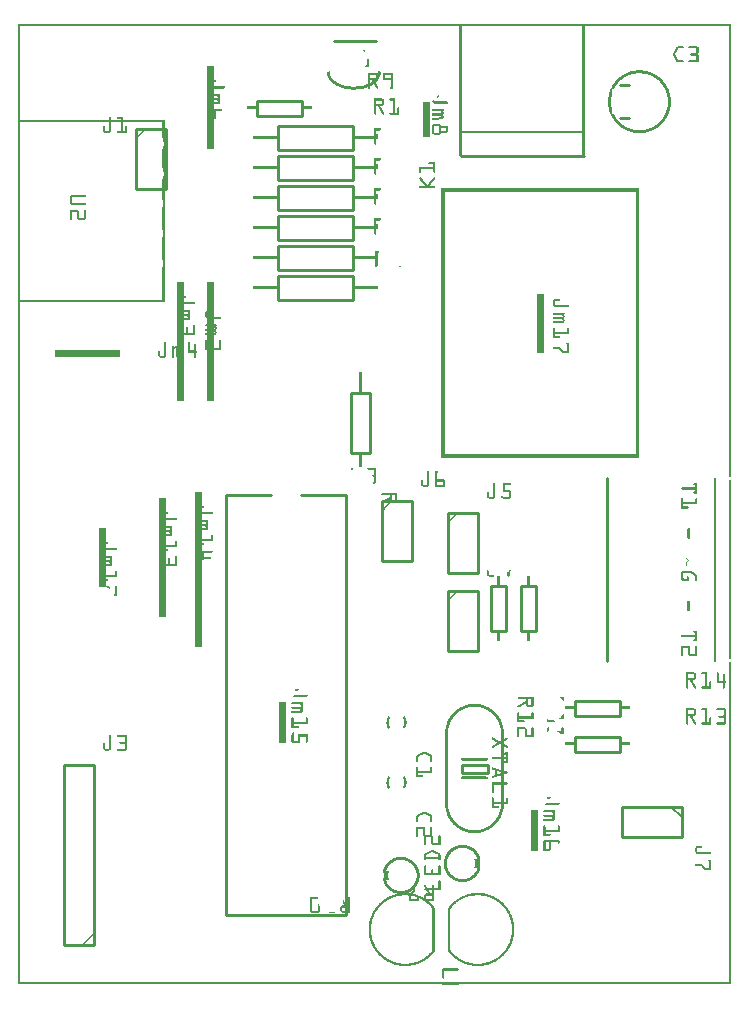
<source format=gto>
G04 MADE WITH FRITZING*
G04 WWW.FRITZING.ORG*
G04 DOUBLE SIDED*
G04 HOLES PLATED*
G04 CONTOUR ON CENTER OF CONTOUR VECTOR*
%ASAXBY*%
%FSLAX23Y23*%
%MOIN*%
%OFA0B0*%
%SFA1.0B1.0*%
%ADD10R,0.096457X0.038714X0.076772X0.019029*%
%ADD11C,0.009843*%
%ADD12C,0.010000*%
%ADD13C,0.005000*%
%ADD14C,0.011000*%
%ADD15R,0.001000X0.001000*%
%LNSILK1*%
G90*
G70*
G54D11*
X1479Y734D02*
X1566Y734D01*
X1566Y705D01*
X1479Y705D01*
X1479Y734D01*
D02*
G54D12*
X867Y2864D02*
X1117Y2864D01*
D02*
X1117Y2864D02*
X1117Y2782D01*
D02*
X1117Y2782D02*
X867Y2782D01*
D02*
X867Y2782D02*
X867Y2864D01*
D02*
X867Y2364D02*
X1117Y2364D01*
D02*
X1117Y2364D02*
X1117Y2282D01*
D02*
X1117Y2282D02*
X867Y2282D01*
D02*
X867Y2282D02*
X867Y2364D01*
D02*
X867Y2464D02*
X1117Y2464D01*
D02*
X1117Y2464D02*
X1117Y2382D01*
D02*
X1117Y2382D02*
X867Y2382D01*
D02*
X867Y2382D02*
X867Y2464D01*
D02*
X867Y2564D02*
X1117Y2564D01*
D02*
X1117Y2564D02*
X1117Y2482D01*
D02*
X1117Y2482D02*
X867Y2482D01*
D02*
X867Y2482D02*
X867Y2564D01*
D02*
X867Y2664D02*
X1117Y2664D01*
D02*
X1117Y2664D02*
X1117Y2582D01*
D02*
X1117Y2582D02*
X867Y2582D01*
D02*
X867Y2582D02*
X867Y2664D01*
D02*
X867Y2764D02*
X1117Y2764D01*
D02*
X1117Y2764D02*
X1117Y2682D01*
D02*
X1117Y2682D02*
X867Y2682D01*
D02*
X867Y2682D02*
X867Y2764D01*
D02*
X392Y2853D02*
X392Y2653D01*
D02*
X392Y2653D02*
X492Y2653D01*
D02*
X492Y2653D02*
X492Y2853D01*
D02*
X492Y2853D02*
X392Y2853D01*
D02*
X1052Y3147D02*
X1192Y3147D01*
D02*
X1477Y2763D02*
X1887Y2763D01*
G54D13*
D02*
X1477Y2843D02*
X1887Y2843D01*
G54D12*
D02*
X252Y133D02*
X252Y733D01*
D02*
X252Y733D02*
X152Y733D01*
D02*
X152Y733D02*
X152Y133D01*
D02*
X152Y133D02*
X252Y133D01*
D02*
X1627Y1328D02*
X1627Y1178D01*
D02*
X1627Y1178D02*
X1577Y1178D01*
D02*
X1577Y1178D02*
X1577Y1328D01*
D02*
X1577Y1328D02*
X1627Y1328D01*
D02*
X1727Y1328D02*
X1727Y1178D01*
D02*
X1727Y1178D02*
X1677Y1178D01*
D02*
X1677Y1178D02*
X1677Y1328D01*
D02*
X1677Y1328D02*
X1727Y1328D01*
D02*
X1175Y1973D02*
X1175Y1773D01*
D02*
X1175Y1773D02*
X1109Y1773D01*
D02*
X1109Y1773D02*
X1109Y1973D01*
D02*
X1109Y1973D02*
X1175Y1973D01*
D02*
X797Y2947D02*
X947Y2947D01*
D02*
X947Y2947D02*
X947Y2897D01*
D02*
X947Y2897D02*
X797Y2897D01*
D02*
X797Y2897D02*
X797Y2947D01*
D02*
X1962Y1688D02*
X1962Y1078D01*
G54D13*
D02*
X2322Y1078D02*
X2322Y1688D01*
G54D12*
D02*
X692Y1633D02*
X692Y233D01*
D02*
X692Y233D02*
X1092Y233D01*
D02*
X1092Y233D02*
X1092Y1633D01*
D02*
X692Y1633D02*
X842Y1633D01*
D02*
X942Y1633D02*
X1092Y1633D01*
D02*
X1432Y1313D02*
X1432Y1113D01*
D02*
X1432Y1113D02*
X1532Y1113D01*
D02*
X1532Y1113D02*
X1532Y1313D01*
D02*
X1532Y1313D02*
X1432Y1313D01*
D02*
X1432Y1573D02*
X1432Y1373D01*
D02*
X1432Y1373D02*
X1532Y1373D01*
D02*
X1532Y1373D02*
X1532Y1573D01*
D02*
X1532Y1573D02*
X1432Y1573D01*
D02*
X1212Y1613D02*
X1212Y1413D01*
D02*
X1212Y1413D02*
X1312Y1413D01*
D02*
X1312Y1413D02*
X1312Y1613D01*
D02*
X1312Y1613D02*
X1212Y1613D01*
D02*
X2212Y593D02*
X2012Y593D01*
D02*
X2012Y593D02*
X2012Y493D01*
D02*
X2012Y493D02*
X2212Y493D01*
D02*
X2212Y493D02*
X2212Y593D01*
G54D13*
D02*
X2177Y593D02*
X2212Y558D01*
G54D12*
D02*
X1857Y827D02*
X2007Y827D01*
D02*
X2007Y827D02*
X2007Y777D01*
D02*
X2007Y777D02*
X1857Y777D01*
D02*
X1857Y777D02*
X1857Y827D01*
D02*
X1857Y947D02*
X2007Y947D01*
D02*
X2007Y947D02*
X2007Y897D01*
D02*
X2007Y897D02*
X1857Y897D01*
D02*
X1857Y897D02*
X1857Y947D01*
G54D14*
X2007Y2998D02*
X2037Y2998D01*
D02*
X2007Y2888D02*
X2037Y2888D01*
D02*
G54D15*
X0Y3203D02*
X2377Y3203D01*
X0Y3202D02*
X2377Y3202D01*
X0Y3201D02*
X2377Y3201D01*
X0Y3200D02*
X2377Y3200D01*
X0Y3199D02*
X2377Y3199D01*
X0Y3198D02*
X2377Y3198D01*
X0Y3197D02*
X2377Y3197D01*
X0Y3196D02*
X2377Y3196D01*
X0Y3195D02*
X7Y3195D01*
X1472Y3195D02*
X1481Y3195D01*
X1882Y3195D02*
X1891Y3195D01*
X2370Y3195D02*
X2377Y3195D01*
X0Y3194D02*
X7Y3194D01*
X1472Y3194D02*
X1481Y3194D01*
X1882Y3194D02*
X1891Y3194D01*
X2370Y3194D02*
X2377Y3194D01*
X0Y3193D02*
X7Y3193D01*
X1472Y3193D02*
X1481Y3193D01*
X1882Y3193D02*
X1891Y3193D01*
X2370Y3193D02*
X2377Y3193D01*
X0Y3192D02*
X7Y3192D01*
X1472Y3192D02*
X1481Y3192D01*
X1882Y3192D02*
X1891Y3192D01*
X2370Y3192D02*
X2377Y3192D01*
X0Y3191D02*
X7Y3191D01*
X1472Y3191D02*
X1481Y3191D01*
X1882Y3191D02*
X1891Y3191D01*
X2370Y3191D02*
X2377Y3191D01*
X0Y3190D02*
X7Y3190D01*
X1472Y3190D02*
X1481Y3190D01*
X1882Y3190D02*
X1891Y3190D01*
X2370Y3190D02*
X2377Y3190D01*
X0Y3189D02*
X7Y3189D01*
X1472Y3189D02*
X1481Y3189D01*
X1882Y3189D02*
X1891Y3189D01*
X2370Y3189D02*
X2377Y3189D01*
X0Y3188D02*
X7Y3188D01*
X1472Y3188D02*
X1481Y3188D01*
X1882Y3188D02*
X1891Y3188D01*
X2370Y3188D02*
X2377Y3188D01*
X0Y3187D02*
X7Y3187D01*
X1472Y3187D02*
X1481Y3187D01*
X1882Y3187D02*
X1891Y3187D01*
X2370Y3187D02*
X2377Y3187D01*
X0Y3186D02*
X7Y3186D01*
X1472Y3186D02*
X1481Y3186D01*
X1882Y3186D02*
X1891Y3186D01*
X2370Y3186D02*
X2377Y3186D01*
X0Y3185D02*
X7Y3185D01*
X1472Y3185D02*
X1481Y3185D01*
X1882Y3185D02*
X1891Y3185D01*
X2370Y3185D02*
X2377Y3185D01*
X0Y3184D02*
X7Y3184D01*
X1472Y3184D02*
X1481Y3184D01*
X1882Y3184D02*
X1891Y3184D01*
X2370Y3184D02*
X2377Y3184D01*
X0Y3183D02*
X7Y3183D01*
X1472Y3183D02*
X1481Y3183D01*
X1882Y3183D02*
X1891Y3183D01*
X2370Y3183D02*
X2377Y3183D01*
X0Y3182D02*
X7Y3182D01*
X1472Y3182D02*
X1481Y3182D01*
X1882Y3182D02*
X1891Y3182D01*
X2370Y3182D02*
X2377Y3182D01*
X0Y3181D02*
X7Y3181D01*
X1472Y3181D02*
X1481Y3181D01*
X1882Y3181D02*
X1891Y3181D01*
X2370Y3181D02*
X2377Y3181D01*
X0Y3180D02*
X7Y3180D01*
X1472Y3180D02*
X1481Y3180D01*
X1882Y3180D02*
X1891Y3180D01*
X2370Y3180D02*
X2377Y3180D01*
X0Y3179D02*
X7Y3179D01*
X1472Y3179D02*
X1481Y3179D01*
X1882Y3179D02*
X1891Y3179D01*
X2370Y3179D02*
X2377Y3179D01*
X0Y3178D02*
X7Y3178D01*
X1472Y3178D02*
X1481Y3178D01*
X1882Y3178D02*
X1891Y3178D01*
X2370Y3178D02*
X2377Y3178D01*
X0Y3177D02*
X7Y3177D01*
X1472Y3177D02*
X1481Y3177D01*
X1882Y3177D02*
X1891Y3177D01*
X2370Y3177D02*
X2377Y3177D01*
X0Y3176D02*
X7Y3176D01*
X1472Y3176D02*
X1481Y3176D01*
X1882Y3176D02*
X1891Y3176D01*
X2370Y3176D02*
X2377Y3176D01*
X0Y3175D02*
X7Y3175D01*
X1472Y3175D02*
X1481Y3175D01*
X1882Y3175D02*
X1891Y3175D01*
X2370Y3175D02*
X2377Y3175D01*
X0Y3174D02*
X7Y3174D01*
X1472Y3174D02*
X1481Y3174D01*
X1882Y3174D02*
X1891Y3174D01*
X2370Y3174D02*
X2377Y3174D01*
X0Y3173D02*
X7Y3173D01*
X1472Y3173D02*
X1481Y3173D01*
X1882Y3173D02*
X1891Y3173D01*
X2370Y3173D02*
X2377Y3173D01*
X0Y3172D02*
X7Y3172D01*
X1472Y3172D02*
X1481Y3172D01*
X1882Y3172D02*
X1891Y3172D01*
X2370Y3172D02*
X2377Y3172D01*
X0Y3171D02*
X7Y3171D01*
X1472Y3171D02*
X1481Y3171D01*
X1882Y3171D02*
X1891Y3171D01*
X2370Y3171D02*
X2377Y3171D01*
X0Y3170D02*
X7Y3170D01*
X1472Y3170D02*
X1481Y3170D01*
X1882Y3170D02*
X1891Y3170D01*
X2370Y3170D02*
X2377Y3170D01*
X0Y3169D02*
X7Y3169D01*
X1472Y3169D02*
X1481Y3169D01*
X1882Y3169D02*
X1891Y3169D01*
X2370Y3169D02*
X2377Y3169D01*
X0Y3168D02*
X7Y3168D01*
X1472Y3168D02*
X1481Y3168D01*
X1882Y3168D02*
X1891Y3168D01*
X2370Y3168D02*
X2377Y3168D01*
X0Y3167D02*
X7Y3167D01*
X1472Y3167D02*
X1481Y3167D01*
X1882Y3167D02*
X1891Y3167D01*
X2370Y3167D02*
X2377Y3167D01*
X0Y3166D02*
X7Y3166D01*
X1472Y3166D02*
X1481Y3166D01*
X1882Y3166D02*
X1891Y3166D01*
X2370Y3166D02*
X2377Y3166D01*
X0Y3165D02*
X7Y3165D01*
X1472Y3165D02*
X1481Y3165D01*
X1882Y3165D02*
X1891Y3165D01*
X2370Y3165D02*
X2377Y3165D01*
X0Y3164D02*
X7Y3164D01*
X1472Y3164D02*
X1481Y3164D01*
X1882Y3164D02*
X1891Y3164D01*
X2370Y3164D02*
X2377Y3164D01*
X0Y3163D02*
X7Y3163D01*
X1472Y3163D02*
X1481Y3163D01*
X1882Y3163D02*
X1891Y3163D01*
X2370Y3163D02*
X2377Y3163D01*
X0Y3162D02*
X7Y3162D01*
X1472Y3162D02*
X1481Y3162D01*
X1882Y3162D02*
X1891Y3162D01*
X2370Y3162D02*
X2377Y3162D01*
X0Y3161D02*
X7Y3161D01*
X1472Y3161D02*
X1481Y3161D01*
X1882Y3161D02*
X1891Y3161D01*
X2370Y3161D02*
X2377Y3161D01*
X0Y3160D02*
X7Y3160D01*
X1472Y3160D02*
X1481Y3160D01*
X1882Y3160D02*
X1891Y3160D01*
X2370Y3160D02*
X2377Y3160D01*
X0Y3159D02*
X7Y3159D01*
X1472Y3159D02*
X1481Y3159D01*
X1882Y3159D02*
X1891Y3159D01*
X2370Y3159D02*
X2377Y3159D01*
X0Y3158D02*
X7Y3158D01*
X1472Y3158D02*
X1481Y3158D01*
X1882Y3158D02*
X1891Y3158D01*
X2370Y3158D02*
X2377Y3158D01*
X0Y3157D02*
X7Y3157D01*
X1472Y3157D02*
X1481Y3157D01*
X1882Y3157D02*
X1891Y3157D01*
X2370Y3157D02*
X2377Y3157D01*
X0Y3156D02*
X7Y3156D01*
X1472Y3156D02*
X1481Y3156D01*
X1882Y3156D02*
X1891Y3156D01*
X2370Y3156D02*
X2377Y3156D01*
X0Y3155D02*
X7Y3155D01*
X1472Y3155D02*
X1481Y3155D01*
X1882Y3155D02*
X1891Y3155D01*
X2370Y3155D02*
X2377Y3155D01*
X0Y3154D02*
X7Y3154D01*
X1472Y3154D02*
X1481Y3154D01*
X1882Y3154D02*
X1891Y3154D01*
X2370Y3154D02*
X2377Y3154D01*
X0Y3153D02*
X7Y3153D01*
X1472Y3153D02*
X1481Y3153D01*
X1882Y3153D02*
X1891Y3153D01*
X2370Y3153D02*
X2377Y3153D01*
X0Y3152D02*
X7Y3152D01*
X1472Y3152D02*
X1481Y3152D01*
X1882Y3152D02*
X1891Y3152D01*
X2370Y3152D02*
X2377Y3152D01*
X0Y3151D02*
X7Y3151D01*
X1472Y3151D02*
X1481Y3151D01*
X1882Y3151D02*
X1891Y3151D01*
X2370Y3151D02*
X2377Y3151D01*
X0Y3150D02*
X7Y3150D01*
X1472Y3150D02*
X1481Y3150D01*
X1882Y3150D02*
X1891Y3150D01*
X2370Y3150D02*
X2377Y3150D01*
X0Y3149D02*
X7Y3149D01*
X1472Y3149D02*
X1481Y3149D01*
X1882Y3149D02*
X1891Y3149D01*
X2370Y3149D02*
X2377Y3149D01*
X0Y3148D02*
X7Y3148D01*
X1472Y3148D02*
X1481Y3148D01*
X1882Y3148D02*
X1891Y3148D01*
X2370Y3148D02*
X2377Y3148D01*
X0Y3147D02*
X7Y3147D01*
X1472Y3147D02*
X1481Y3147D01*
X1882Y3147D02*
X1891Y3147D01*
X2370Y3147D02*
X2377Y3147D01*
X0Y3146D02*
X7Y3146D01*
X1472Y3146D02*
X1481Y3146D01*
X1882Y3146D02*
X1891Y3146D01*
X2370Y3146D02*
X2377Y3146D01*
X0Y3145D02*
X7Y3145D01*
X1472Y3145D02*
X1481Y3145D01*
X1882Y3145D02*
X1891Y3145D01*
X2370Y3145D02*
X2377Y3145D01*
X0Y3144D02*
X7Y3144D01*
X1472Y3144D02*
X1481Y3144D01*
X1882Y3144D02*
X1891Y3144D01*
X2370Y3144D02*
X2377Y3144D01*
X0Y3143D02*
X7Y3143D01*
X1472Y3143D02*
X1481Y3143D01*
X1882Y3143D02*
X1891Y3143D01*
X2370Y3143D02*
X2377Y3143D01*
X0Y3142D02*
X7Y3142D01*
X1472Y3142D02*
X1481Y3142D01*
X1882Y3142D02*
X1891Y3142D01*
X2370Y3142D02*
X2377Y3142D01*
X0Y3141D02*
X7Y3141D01*
X1472Y3141D02*
X1481Y3141D01*
X1882Y3141D02*
X1891Y3141D01*
X2370Y3141D02*
X2377Y3141D01*
X0Y3140D02*
X7Y3140D01*
X1472Y3140D02*
X1481Y3140D01*
X1882Y3140D02*
X1891Y3140D01*
X2370Y3140D02*
X2377Y3140D01*
X0Y3139D02*
X7Y3139D01*
X1472Y3139D02*
X1481Y3139D01*
X1882Y3139D02*
X1891Y3139D01*
X2370Y3139D02*
X2377Y3139D01*
X0Y3138D02*
X7Y3138D01*
X1472Y3138D02*
X1481Y3138D01*
X1882Y3138D02*
X1891Y3138D01*
X2370Y3138D02*
X2377Y3138D01*
X0Y3137D02*
X7Y3137D01*
X1472Y3137D02*
X1481Y3137D01*
X1882Y3137D02*
X1891Y3137D01*
X2370Y3137D02*
X2377Y3137D01*
X0Y3136D02*
X7Y3136D01*
X1472Y3136D02*
X1481Y3136D01*
X1882Y3136D02*
X1891Y3136D01*
X2370Y3136D02*
X2377Y3136D01*
X0Y3135D02*
X7Y3135D01*
X1472Y3135D02*
X1481Y3135D01*
X1882Y3135D02*
X1891Y3135D01*
X2370Y3135D02*
X2377Y3135D01*
X0Y3134D02*
X7Y3134D01*
X1472Y3134D02*
X1481Y3134D01*
X1882Y3134D02*
X1891Y3134D01*
X2370Y3134D02*
X2377Y3134D01*
X0Y3133D02*
X7Y3133D01*
X1472Y3133D02*
X1481Y3133D01*
X1882Y3133D02*
X1891Y3133D01*
X2370Y3133D02*
X2377Y3133D01*
X0Y3132D02*
X7Y3132D01*
X1472Y3132D02*
X1481Y3132D01*
X1882Y3132D02*
X1891Y3132D01*
X2370Y3132D02*
X2377Y3132D01*
X0Y3131D02*
X7Y3131D01*
X1472Y3131D02*
X1481Y3131D01*
X1882Y3131D02*
X1891Y3131D01*
X2370Y3131D02*
X2377Y3131D01*
X0Y3130D02*
X7Y3130D01*
X1472Y3130D02*
X1481Y3130D01*
X1882Y3130D02*
X1891Y3130D01*
X2370Y3130D02*
X2377Y3130D01*
X0Y3129D02*
X7Y3129D01*
X1472Y3129D02*
X1481Y3129D01*
X1882Y3129D02*
X1891Y3129D01*
X2370Y3129D02*
X2377Y3129D01*
X0Y3128D02*
X7Y3128D01*
X1472Y3128D02*
X1481Y3128D01*
X1882Y3128D02*
X1891Y3128D01*
X2200Y3128D02*
X2216Y3128D01*
X2237Y3128D02*
X2264Y3128D01*
X2370Y3128D02*
X2377Y3128D01*
X0Y3127D02*
X7Y3127D01*
X1472Y3127D02*
X1481Y3127D01*
X1882Y3127D02*
X1891Y3127D01*
X2198Y3127D02*
X2218Y3127D01*
X2236Y3127D02*
X2265Y3127D01*
X2370Y3127D02*
X2377Y3127D01*
X0Y3126D02*
X7Y3126D01*
X1472Y3126D02*
X1481Y3126D01*
X1882Y3126D02*
X1891Y3126D01*
X2196Y3126D02*
X2218Y3126D01*
X2235Y3126D02*
X2267Y3126D01*
X2370Y3126D02*
X2377Y3126D01*
X0Y3125D02*
X7Y3125D01*
X1472Y3125D02*
X1481Y3125D01*
X1882Y3125D02*
X1891Y3125D01*
X2195Y3125D02*
X2218Y3125D01*
X2235Y3125D02*
X2267Y3125D01*
X2370Y3125D02*
X2377Y3125D01*
X0Y3124D02*
X7Y3124D01*
X1472Y3124D02*
X1481Y3124D01*
X1882Y3124D02*
X1891Y3124D01*
X2194Y3124D02*
X2218Y3124D01*
X2235Y3124D02*
X2268Y3124D01*
X2370Y3124D02*
X2377Y3124D01*
X0Y3123D02*
X7Y3123D01*
X1472Y3123D02*
X1481Y3123D01*
X1882Y3123D02*
X1891Y3123D01*
X2194Y3123D02*
X2218Y3123D01*
X2235Y3123D02*
X2268Y3123D01*
X2370Y3123D02*
X2377Y3123D01*
X0Y3122D02*
X7Y3122D01*
X1472Y3122D02*
X1481Y3122D01*
X1882Y3122D02*
X1891Y3122D01*
X2193Y3122D02*
X2217Y3122D01*
X2236Y3122D02*
X2268Y3122D01*
X2370Y3122D02*
X2377Y3122D01*
X0Y3121D02*
X7Y3121D01*
X1472Y3121D02*
X1481Y3121D01*
X1882Y3121D02*
X1891Y3121D01*
X2193Y3121D02*
X2200Y3121D01*
X2262Y3121D02*
X2268Y3121D01*
X2370Y3121D02*
X2377Y3121D01*
X0Y3120D02*
X7Y3120D01*
X1472Y3120D02*
X1481Y3120D01*
X1882Y3120D02*
X1891Y3120D01*
X2192Y3120D02*
X2199Y3120D01*
X2262Y3120D02*
X2268Y3120D01*
X2370Y3120D02*
X2377Y3120D01*
X0Y3119D02*
X7Y3119D01*
X1472Y3119D02*
X1481Y3119D01*
X1882Y3119D02*
X1891Y3119D01*
X2192Y3119D02*
X2199Y3119D01*
X2262Y3119D02*
X2268Y3119D01*
X2370Y3119D02*
X2377Y3119D01*
X0Y3118D02*
X7Y3118D01*
X1472Y3118D02*
X1481Y3118D01*
X1882Y3118D02*
X1891Y3118D01*
X2191Y3118D02*
X2198Y3118D01*
X2262Y3118D02*
X2268Y3118D01*
X2370Y3118D02*
X2377Y3118D01*
X0Y3117D02*
X7Y3117D01*
X1472Y3117D02*
X1481Y3117D01*
X1882Y3117D02*
X1891Y3117D01*
X2191Y3117D02*
X2198Y3117D01*
X2262Y3117D02*
X2268Y3117D01*
X2370Y3117D02*
X2377Y3117D01*
X0Y3116D02*
X7Y3116D01*
X1472Y3116D02*
X1481Y3116D01*
X1882Y3116D02*
X1891Y3116D01*
X2190Y3116D02*
X2197Y3116D01*
X2262Y3116D02*
X2268Y3116D01*
X2370Y3116D02*
X2377Y3116D01*
X0Y3115D02*
X7Y3115D01*
X1472Y3115D02*
X1481Y3115D01*
X1882Y3115D02*
X1891Y3115D01*
X2190Y3115D02*
X2197Y3115D01*
X2262Y3115D02*
X2268Y3115D01*
X2370Y3115D02*
X2377Y3115D01*
X0Y3114D02*
X7Y3114D01*
X1152Y3114D02*
X1155Y3114D01*
X1472Y3114D02*
X1481Y3114D01*
X1882Y3114D02*
X1891Y3114D01*
X2189Y3114D02*
X2196Y3114D01*
X2262Y3114D02*
X2268Y3114D01*
X2370Y3114D02*
X2377Y3114D01*
X0Y3113D02*
X7Y3113D01*
X1153Y3113D02*
X1155Y3113D01*
X1472Y3113D02*
X1481Y3113D01*
X1882Y3113D02*
X1891Y3113D01*
X2189Y3113D02*
X2196Y3113D01*
X2262Y3113D02*
X2268Y3113D01*
X2370Y3113D02*
X2377Y3113D01*
X0Y3112D02*
X7Y3112D01*
X1154Y3112D02*
X1155Y3112D01*
X1472Y3112D02*
X1481Y3112D01*
X1882Y3112D02*
X1891Y3112D01*
X2188Y3112D02*
X2195Y3112D01*
X2262Y3112D02*
X2268Y3112D01*
X2370Y3112D02*
X2377Y3112D01*
X0Y3111D02*
X7Y3111D01*
X1154Y3111D02*
X1155Y3111D01*
X1472Y3111D02*
X1481Y3111D01*
X1882Y3111D02*
X1891Y3111D01*
X2188Y3111D02*
X2195Y3111D01*
X2262Y3111D02*
X2268Y3111D01*
X2370Y3111D02*
X2377Y3111D01*
X0Y3110D02*
X7Y3110D01*
X1155Y3110D02*
X1155Y3110D01*
X1472Y3110D02*
X1481Y3110D01*
X1882Y3110D02*
X1891Y3110D01*
X2187Y3110D02*
X2194Y3110D01*
X2262Y3110D02*
X2268Y3110D01*
X2370Y3110D02*
X2377Y3110D01*
X0Y3109D02*
X7Y3109D01*
X1472Y3109D02*
X1481Y3109D01*
X1882Y3109D02*
X1891Y3109D01*
X2187Y3109D02*
X2194Y3109D01*
X2262Y3109D02*
X2268Y3109D01*
X2370Y3109D02*
X2377Y3109D01*
X0Y3108D02*
X7Y3108D01*
X1472Y3108D02*
X1481Y3108D01*
X1882Y3108D02*
X1891Y3108D01*
X2186Y3108D02*
X2193Y3108D01*
X2262Y3108D02*
X2268Y3108D01*
X2370Y3108D02*
X2377Y3108D01*
X0Y3107D02*
X7Y3107D01*
X1472Y3107D02*
X1481Y3107D01*
X1882Y3107D02*
X1891Y3107D01*
X2186Y3107D02*
X2193Y3107D01*
X2262Y3107D02*
X2268Y3107D01*
X2370Y3107D02*
X2377Y3107D01*
X0Y3106D02*
X7Y3106D01*
X1472Y3106D02*
X1481Y3106D01*
X1882Y3106D02*
X1891Y3106D01*
X2186Y3106D02*
X2192Y3106D01*
X2261Y3106D02*
X2268Y3106D01*
X2370Y3106D02*
X2377Y3106D01*
X0Y3105D02*
X7Y3105D01*
X1472Y3105D02*
X1481Y3105D01*
X1882Y3105D02*
X1891Y3105D01*
X2185Y3105D02*
X2192Y3105D01*
X2260Y3105D02*
X2268Y3105D01*
X2370Y3105D02*
X2377Y3105D01*
X0Y3104D02*
X7Y3104D01*
X1472Y3104D02*
X1481Y3104D01*
X1882Y3104D02*
X1891Y3104D01*
X2185Y3104D02*
X2191Y3104D01*
X2243Y3104D02*
X2267Y3104D01*
X2370Y3104D02*
X2377Y3104D01*
X0Y3103D02*
X7Y3103D01*
X1472Y3103D02*
X1481Y3103D01*
X1882Y3103D02*
X1891Y3103D01*
X2185Y3103D02*
X2191Y3103D01*
X2242Y3103D02*
X2267Y3103D01*
X2370Y3103D02*
X2377Y3103D01*
X0Y3102D02*
X7Y3102D01*
X1472Y3102D02*
X1481Y3102D01*
X1882Y3102D02*
X1891Y3102D01*
X2185Y3102D02*
X2191Y3102D01*
X2242Y3102D02*
X2266Y3102D01*
X2370Y3102D02*
X2377Y3102D01*
X0Y3101D02*
X7Y3101D01*
X1472Y3101D02*
X1481Y3101D01*
X1882Y3101D02*
X1891Y3101D01*
X2185Y3101D02*
X2191Y3101D01*
X2242Y3101D02*
X2266Y3101D01*
X2370Y3101D02*
X2377Y3101D01*
X0Y3100D02*
X7Y3100D01*
X1472Y3100D02*
X1481Y3100D01*
X1882Y3100D02*
X1891Y3100D01*
X2185Y3100D02*
X2191Y3100D01*
X2242Y3100D02*
X2267Y3100D01*
X2370Y3100D02*
X2377Y3100D01*
X0Y3099D02*
X7Y3099D01*
X1472Y3099D02*
X1481Y3099D01*
X1882Y3099D02*
X1891Y3099D01*
X2185Y3099D02*
X2191Y3099D01*
X2243Y3099D02*
X2267Y3099D01*
X2370Y3099D02*
X2377Y3099D01*
X0Y3098D02*
X7Y3098D01*
X1472Y3098D02*
X1481Y3098D01*
X1882Y3098D02*
X1891Y3098D01*
X2185Y3098D02*
X2192Y3098D01*
X2244Y3098D02*
X2268Y3098D01*
X2370Y3098D02*
X2377Y3098D01*
X0Y3097D02*
X7Y3097D01*
X1472Y3097D02*
X1481Y3097D01*
X1882Y3097D02*
X1891Y3097D01*
X2186Y3097D02*
X2192Y3097D01*
X2261Y3097D02*
X2268Y3097D01*
X2370Y3097D02*
X2377Y3097D01*
X0Y3096D02*
X7Y3096D01*
X1472Y3096D02*
X1481Y3096D01*
X1882Y3096D02*
X1891Y3096D01*
X2186Y3096D02*
X2192Y3096D01*
X2262Y3096D02*
X2268Y3096D01*
X2370Y3096D02*
X2377Y3096D01*
X0Y3095D02*
X7Y3095D01*
X1472Y3095D02*
X1481Y3095D01*
X1882Y3095D02*
X1891Y3095D01*
X2186Y3095D02*
X2193Y3095D01*
X2262Y3095D02*
X2268Y3095D01*
X2370Y3095D02*
X2377Y3095D01*
X0Y3094D02*
X7Y3094D01*
X1472Y3094D02*
X1481Y3094D01*
X1882Y3094D02*
X1891Y3094D01*
X2187Y3094D02*
X2193Y3094D01*
X2262Y3094D02*
X2268Y3094D01*
X2370Y3094D02*
X2377Y3094D01*
X0Y3093D02*
X7Y3093D01*
X1472Y3093D02*
X1481Y3093D01*
X1882Y3093D02*
X1891Y3093D01*
X2187Y3093D02*
X2194Y3093D01*
X2262Y3093D02*
X2268Y3093D01*
X2370Y3093D02*
X2377Y3093D01*
X0Y3092D02*
X7Y3092D01*
X1472Y3092D02*
X1481Y3092D01*
X1882Y3092D02*
X1891Y3092D01*
X2188Y3092D02*
X2194Y3092D01*
X2262Y3092D02*
X2268Y3092D01*
X2370Y3092D02*
X2377Y3092D01*
X0Y3091D02*
X7Y3091D01*
X1472Y3091D02*
X1481Y3091D01*
X1882Y3091D02*
X1891Y3091D01*
X2188Y3091D02*
X2195Y3091D01*
X2262Y3091D02*
X2268Y3091D01*
X2370Y3091D02*
X2377Y3091D01*
X0Y3090D02*
X7Y3090D01*
X1472Y3090D02*
X1481Y3090D01*
X1882Y3090D02*
X1891Y3090D01*
X2189Y3090D02*
X2195Y3090D01*
X2262Y3090D02*
X2268Y3090D01*
X2370Y3090D02*
X2377Y3090D01*
X0Y3089D02*
X7Y3089D01*
X1472Y3089D02*
X1481Y3089D01*
X1882Y3089D02*
X1891Y3089D01*
X2189Y3089D02*
X2196Y3089D01*
X2262Y3089D02*
X2268Y3089D01*
X2370Y3089D02*
X2377Y3089D01*
X0Y3088D02*
X7Y3088D01*
X1472Y3088D02*
X1481Y3088D01*
X1882Y3088D02*
X1891Y3088D01*
X2190Y3088D02*
X2196Y3088D01*
X2262Y3088D02*
X2268Y3088D01*
X2370Y3088D02*
X2377Y3088D01*
X0Y3087D02*
X7Y3087D01*
X1472Y3087D02*
X1481Y3087D01*
X1882Y3087D02*
X1891Y3087D01*
X2190Y3087D02*
X2197Y3087D01*
X2262Y3087D02*
X2268Y3087D01*
X2370Y3087D02*
X2377Y3087D01*
X0Y3086D02*
X7Y3086D01*
X1472Y3086D02*
X1481Y3086D01*
X1882Y3086D02*
X1891Y3086D01*
X2191Y3086D02*
X2197Y3086D01*
X2262Y3086D02*
X2268Y3086D01*
X2370Y3086D02*
X2377Y3086D01*
X0Y3085D02*
X7Y3085D01*
X1472Y3085D02*
X1481Y3085D01*
X1882Y3085D02*
X1891Y3085D01*
X2191Y3085D02*
X2198Y3085D01*
X2262Y3085D02*
X2268Y3085D01*
X2370Y3085D02*
X2377Y3085D01*
X0Y3084D02*
X7Y3084D01*
X1165Y3084D02*
X1168Y3084D01*
X1472Y3084D02*
X1481Y3084D01*
X1882Y3084D02*
X1891Y3084D01*
X2192Y3084D02*
X2199Y3084D01*
X2262Y3084D02*
X2268Y3084D01*
X2370Y3084D02*
X2377Y3084D01*
X0Y3083D02*
X7Y3083D01*
X1165Y3083D02*
X1169Y3083D01*
X1472Y3083D02*
X1481Y3083D01*
X1882Y3083D02*
X1891Y3083D01*
X2192Y3083D02*
X2199Y3083D01*
X2262Y3083D02*
X2268Y3083D01*
X2370Y3083D02*
X2377Y3083D01*
X0Y3082D02*
X7Y3082D01*
X1165Y3082D02*
X1169Y3082D01*
X1472Y3082D02*
X1481Y3082D01*
X1882Y3082D02*
X1891Y3082D01*
X2193Y3082D02*
X2200Y3082D01*
X2262Y3082D02*
X2268Y3082D01*
X2370Y3082D02*
X2377Y3082D01*
X0Y3081D02*
X7Y3081D01*
X1164Y3081D02*
X1169Y3081D01*
X1472Y3081D02*
X1481Y3081D01*
X1882Y3081D02*
X1891Y3081D01*
X2193Y3081D02*
X2216Y3081D01*
X2237Y3081D02*
X2268Y3081D01*
X2370Y3081D02*
X2377Y3081D01*
X0Y3080D02*
X7Y3080D01*
X1164Y3080D02*
X1169Y3080D01*
X1472Y3080D02*
X1481Y3080D01*
X1882Y3080D02*
X1891Y3080D01*
X2194Y3080D02*
X2217Y3080D01*
X2236Y3080D02*
X2268Y3080D01*
X2370Y3080D02*
X2377Y3080D01*
X0Y3079D02*
X7Y3079D01*
X1164Y3079D02*
X1169Y3079D01*
X1472Y3079D02*
X1481Y3079D01*
X1882Y3079D02*
X1891Y3079D01*
X2194Y3079D02*
X2218Y3079D01*
X2235Y3079D02*
X2268Y3079D01*
X2370Y3079D02*
X2377Y3079D01*
X0Y3078D02*
X7Y3078D01*
X1164Y3078D02*
X1169Y3078D01*
X1472Y3078D02*
X1481Y3078D01*
X1882Y3078D02*
X1891Y3078D01*
X2195Y3078D02*
X2218Y3078D01*
X2235Y3078D02*
X2268Y3078D01*
X2370Y3078D02*
X2377Y3078D01*
X0Y3077D02*
X7Y3077D01*
X1164Y3077D02*
X1169Y3077D01*
X1472Y3077D02*
X1481Y3077D01*
X1882Y3077D02*
X1891Y3077D01*
X2196Y3077D02*
X2218Y3077D01*
X2235Y3077D02*
X2267Y3077D01*
X2370Y3077D02*
X2377Y3077D01*
X0Y3076D02*
X7Y3076D01*
X1164Y3076D02*
X1169Y3076D01*
X1472Y3076D02*
X1481Y3076D01*
X1882Y3076D02*
X1891Y3076D01*
X2197Y3076D02*
X2218Y3076D01*
X2235Y3076D02*
X2266Y3076D01*
X2370Y3076D02*
X2377Y3076D01*
X0Y3075D02*
X7Y3075D01*
X1164Y3075D02*
X1169Y3075D01*
X1472Y3075D02*
X1481Y3075D01*
X1882Y3075D02*
X1891Y3075D01*
X2199Y3075D02*
X2217Y3075D01*
X2236Y3075D02*
X2264Y3075D01*
X2370Y3075D02*
X2377Y3075D01*
X0Y3074D02*
X7Y3074D01*
X1163Y3074D02*
X1169Y3074D01*
X1472Y3074D02*
X1481Y3074D01*
X1882Y3074D02*
X1891Y3074D01*
X2370Y3074D02*
X2377Y3074D01*
X0Y3073D02*
X7Y3073D01*
X1163Y3073D02*
X1169Y3073D01*
X1472Y3073D02*
X1481Y3073D01*
X1882Y3073D02*
X1891Y3073D01*
X2370Y3073D02*
X2377Y3073D01*
X0Y3072D02*
X7Y3072D01*
X1163Y3072D02*
X1169Y3072D01*
X1472Y3072D02*
X1481Y3072D01*
X1882Y3072D02*
X1891Y3072D01*
X2370Y3072D02*
X2377Y3072D01*
X0Y3071D02*
X7Y3071D01*
X1163Y3071D02*
X1169Y3071D01*
X1472Y3071D02*
X1481Y3071D01*
X1882Y3071D02*
X1891Y3071D01*
X2370Y3071D02*
X2377Y3071D01*
X0Y3070D02*
X7Y3070D01*
X1163Y3070D02*
X1169Y3070D01*
X1472Y3070D02*
X1481Y3070D01*
X1882Y3070D02*
X1891Y3070D01*
X2370Y3070D02*
X2377Y3070D01*
X0Y3069D02*
X7Y3069D01*
X1163Y3069D02*
X1169Y3069D01*
X1472Y3069D02*
X1481Y3069D01*
X1882Y3069D02*
X1891Y3069D01*
X2370Y3069D02*
X2377Y3069D01*
X0Y3068D02*
X7Y3068D01*
X1163Y3068D02*
X1169Y3068D01*
X1472Y3068D02*
X1481Y3068D01*
X1882Y3068D02*
X1891Y3068D01*
X2370Y3068D02*
X2377Y3068D01*
X0Y3067D02*
X7Y3067D01*
X1161Y3067D02*
X1169Y3067D01*
X1472Y3067D02*
X1481Y3067D01*
X1882Y3067D02*
X1891Y3067D01*
X2370Y3067D02*
X2377Y3067D01*
X0Y3066D02*
X7Y3066D01*
X1161Y3066D02*
X1169Y3066D01*
X1472Y3066D02*
X1481Y3066D01*
X1882Y3066D02*
X1891Y3066D01*
X2370Y3066D02*
X2377Y3066D01*
X0Y3065D02*
X7Y3065D01*
X1160Y3065D02*
X1169Y3065D01*
X1472Y3065D02*
X1481Y3065D01*
X1882Y3065D02*
X1891Y3065D01*
X2370Y3065D02*
X2377Y3065D01*
X0Y3064D02*
X7Y3064D01*
X1160Y3064D02*
X1169Y3064D01*
X1472Y3064D02*
X1481Y3064D01*
X1882Y3064D02*
X1891Y3064D01*
X2370Y3064D02*
X2377Y3064D01*
X0Y3063D02*
X7Y3063D01*
X1159Y3063D02*
X1169Y3063D01*
X1472Y3063D02*
X1481Y3063D01*
X1882Y3063D02*
X1891Y3063D01*
X2370Y3063D02*
X2377Y3063D01*
X0Y3062D02*
X7Y3062D01*
X632Y3062D02*
X633Y3062D01*
X651Y3062D02*
X652Y3062D01*
X1159Y3062D02*
X1169Y3062D01*
X1472Y3062D02*
X1481Y3062D01*
X1882Y3062D02*
X1891Y3062D01*
X2370Y3062D02*
X2377Y3062D01*
X0Y3061D02*
X7Y3061D01*
X632Y3061D02*
X652Y3061D01*
X1158Y3061D02*
X1168Y3061D01*
X1472Y3061D02*
X1481Y3061D01*
X1882Y3061D02*
X1891Y3061D01*
X2370Y3061D02*
X2377Y3061D01*
X0Y3060D02*
X7Y3060D01*
X632Y3060D02*
X652Y3060D01*
X1472Y3060D02*
X1481Y3060D01*
X1882Y3060D02*
X1891Y3060D01*
X2370Y3060D02*
X2377Y3060D01*
X0Y3059D02*
X7Y3059D01*
X632Y3059D02*
X652Y3059D01*
X1472Y3059D02*
X1481Y3059D01*
X1882Y3059D02*
X1891Y3059D01*
X2370Y3059D02*
X2377Y3059D01*
X0Y3058D02*
X7Y3058D01*
X632Y3058D02*
X652Y3058D01*
X1472Y3058D02*
X1481Y3058D01*
X1882Y3058D02*
X1891Y3058D01*
X2370Y3058D02*
X2377Y3058D01*
X0Y3057D02*
X7Y3057D01*
X632Y3057D02*
X652Y3057D01*
X1472Y3057D02*
X1481Y3057D01*
X1882Y3057D02*
X1891Y3057D01*
X2370Y3057D02*
X2377Y3057D01*
X0Y3056D02*
X7Y3056D01*
X632Y3056D02*
X652Y3056D01*
X1472Y3056D02*
X1481Y3056D01*
X1882Y3056D02*
X1891Y3056D01*
X2370Y3056D02*
X2377Y3056D01*
X0Y3055D02*
X7Y3055D01*
X632Y3055D02*
X652Y3055D01*
X1472Y3055D02*
X1481Y3055D01*
X1882Y3055D02*
X1891Y3055D01*
X2370Y3055D02*
X2377Y3055D01*
X0Y3054D02*
X7Y3054D01*
X632Y3054D02*
X652Y3054D01*
X1472Y3054D02*
X1481Y3054D01*
X1882Y3054D02*
X1891Y3054D01*
X2370Y3054D02*
X2377Y3054D01*
X0Y3053D02*
X7Y3053D01*
X632Y3053D02*
X652Y3053D01*
X1472Y3053D02*
X1481Y3053D01*
X1882Y3053D02*
X1891Y3053D01*
X2370Y3053D02*
X2377Y3053D01*
X0Y3052D02*
X7Y3052D01*
X632Y3052D02*
X652Y3052D01*
X1472Y3052D02*
X1481Y3052D01*
X1882Y3052D02*
X1891Y3052D01*
X2370Y3052D02*
X2377Y3052D01*
X0Y3051D02*
X7Y3051D01*
X632Y3051D02*
X652Y3051D01*
X1472Y3051D02*
X1481Y3051D01*
X1882Y3051D02*
X1891Y3051D01*
X2370Y3051D02*
X2377Y3051D01*
X0Y3050D02*
X7Y3050D01*
X632Y3050D02*
X652Y3050D01*
X1472Y3050D02*
X1481Y3050D01*
X1882Y3050D02*
X1891Y3050D01*
X2370Y3050D02*
X2377Y3050D01*
X0Y3049D02*
X7Y3049D01*
X632Y3049D02*
X652Y3049D01*
X1472Y3049D02*
X1481Y3049D01*
X1882Y3049D02*
X1891Y3049D01*
X2370Y3049D02*
X2377Y3049D01*
X0Y3048D02*
X7Y3048D01*
X632Y3048D02*
X652Y3048D01*
X1472Y3048D02*
X1481Y3048D01*
X1882Y3048D02*
X1891Y3048D01*
X2062Y3048D02*
X2082Y3048D01*
X2370Y3048D02*
X2377Y3048D01*
X0Y3047D02*
X7Y3047D01*
X632Y3047D02*
X652Y3047D01*
X1472Y3047D02*
X1481Y3047D01*
X1882Y3047D02*
X1891Y3047D01*
X2054Y3047D02*
X2089Y3047D01*
X2370Y3047D02*
X2377Y3047D01*
X0Y3046D02*
X7Y3046D01*
X632Y3046D02*
X652Y3046D01*
X1472Y3046D02*
X1481Y3046D01*
X1882Y3046D02*
X1891Y3046D01*
X2049Y3046D02*
X2094Y3046D01*
X2370Y3046D02*
X2377Y3046D01*
X0Y3045D02*
X7Y3045D01*
X632Y3045D02*
X652Y3045D01*
X1201Y3045D02*
X1203Y3045D01*
X1472Y3045D02*
X1481Y3045D01*
X1882Y3045D02*
X1891Y3045D01*
X2045Y3045D02*
X2098Y3045D01*
X2370Y3045D02*
X2377Y3045D01*
X0Y3044D02*
X7Y3044D01*
X632Y3044D02*
X652Y3044D01*
X1038Y3044D02*
X1038Y3044D01*
X1201Y3044D02*
X1206Y3044D01*
X1472Y3044D02*
X1481Y3044D01*
X1882Y3044D02*
X1891Y3044D01*
X2042Y3044D02*
X2101Y3044D01*
X2370Y3044D02*
X2377Y3044D01*
X0Y3043D02*
X7Y3043D01*
X632Y3043D02*
X652Y3043D01*
X1035Y3043D02*
X1038Y3043D01*
X1200Y3043D02*
X1208Y3043D01*
X1472Y3043D02*
X1481Y3043D01*
X1882Y3043D02*
X1891Y3043D01*
X2039Y3043D02*
X2104Y3043D01*
X2370Y3043D02*
X2377Y3043D01*
X0Y3042D02*
X7Y3042D01*
X632Y3042D02*
X652Y3042D01*
X1031Y3042D02*
X1039Y3042D01*
X1200Y3042D02*
X1209Y3042D01*
X1472Y3042D02*
X1481Y3042D01*
X1882Y3042D02*
X1891Y3042D01*
X2036Y3042D02*
X2107Y3042D01*
X2370Y3042D02*
X2377Y3042D01*
X0Y3041D02*
X7Y3041D01*
X632Y3041D02*
X652Y3041D01*
X1030Y3041D02*
X1039Y3041D01*
X1200Y3041D02*
X1209Y3041D01*
X1472Y3041D02*
X1481Y3041D01*
X1882Y3041D02*
X1891Y3041D01*
X2033Y3041D02*
X2110Y3041D01*
X2370Y3041D02*
X2377Y3041D01*
X0Y3040D02*
X7Y3040D01*
X632Y3040D02*
X652Y3040D01*
X1030Y3040D02*
X1039Y3040D01*
X1167Y3040D02*
X1195Y3040D01*
X1200Y3040D02*
X1209Y3040D01*
X1219Y3040D02*
X1250Y3040D01*
X1472Y3040D02*
X1481Y3040D01*
X1882Y3040D02*
X1891Y3040D01*
X2031Y3040D02*
X2112Y3040D01*
X2370Y3040D02*
X2377Y3040D01*
X0Y3039D02*
X7Y3039D01*
X632Y3039D02*
X652Y3039D01*
X1030Y3039D02*
X1039Y3039D01*
X1167Y3039D02*
X1196Y3039D01*
X1200Y3039D02*
X1209Y3039D01*
X1218Y3039D02*
X1251Y3039D01*
X1472Y3039D02*
X1481Y3039D01*
X1882Y3039D02*
X1891Y3039D01*
X2029Y3039D02*
X2114Y3039D01*
X2370Y3039D02*
X2377Y3039D01*
X0Y3038D02*
X7Y3038D01*
X632Y3038D02*
X652Y3038D01*
X1030Y3038D02*
X1039Y3038D01*
X1167Y3038D02*
X1209Y3038D01*
X1218Y3038D02*
X1251Y3038D01*
X1472Y3038D02*
X1481Y3038D01*
X1882Y3038D02*
X1891Y3038D01*
X2027Y3038D02*
X2061Y3038D01*
X2082Y3038D02*
X2116Y3038D01*
X2370Y3038D02*
X2377Y3038D01*
X0Y3037D02*
X7Y3037D01*
X632Y3037D02*
X652Y3037D01*
X1030Y3037D02*
X1039Y3037D01*
X1167Y3037D02*
X1208Y3037D01*
X1217Y3037D02*
X1251Y3037D01*
X1472Y3037D02*
X1481Y3037D01*
X1882Y3037D02*
X1891Y3037D01*
X2025Y3037D02*
X2054Y3037D01*
X2089Y3037D02*
X2119Y3037D01*
X2370Y3037D02*
X2377Y3037D01*
X0Y3036D02*
X7Y3036D01*
X632Y3036D02*
X652Y3036D01*
X1030Y3036D02*
X1040Y3036D01*
X1167Y3036D02*
X1208Y3036D01*
X1217Y3036D02*
X1251Y3036D01*
X1472Y3036D02*
X1481Y3036D01*
X1882Y3036D02*
X1891Y3036D01*
X2022Y3036D02*
X2049Y3036D01*
X2094Y3036D02*
X2121Y3036D01*
X2370Y3036D02*
X2377Y3036D01*
X0Y3035D02*
X7Y3035D01*
X632Y3035D02*
X652Y3035D01*
X1031Y3035D02*
X1040Y3035D01*
X1167Y3035D02*
X1208Y3035D01*
X1217Y3035D02*
X1251Y3035D01*
X1472Y3035D02*
X1481Y3035D01*
X1882Y3035D02*
X1891Y3035D01*
X2021Y3035D02*
X2045Y3035D01*
X2098Y3035D02*
X2122Y3035D01*
X2370Y3035D02*
X2377Y3035D01*
X0Y3034D02*
X7Y3034D01*
X632Y3034D02*
X652Y3034D01*
X1031Y3034D02*
X1040Y3034D01*
X1167Y3034D02*
X1208Y3034D01*
X1217Y3034D02*
X1251Y3034D01*
X1472Y3034D02*
X1481Y3034D01*
X1882Y3034D02*
X1891Y3034D01*
X2019Y3034D02*
X2042Y3034D01*
X2101Y3034D02*
X2124Y3034D01*
X2370Y3034D02*
X2377Y3034D01*
X0Y3033D02*
X7Y3033D01*
X632Y3033D02*
X652Y3033D01*
X1031Y3033D02*
X1040Y3033D01*
X1167Y3033D02*
X1173Y3033D01*
X1194Y3033D02*
X1208Y3033D01*
X1217Y3033D02*
X1223Y3033D01*
X1245Y3033D02*
X1251Y3033D01*
X1472Y3033D02*
X1481Y3033D01*
X1882Y3033D02*
X1891Y3033D01*
X2017Y3033D02*
X2039Y3033D01*
X2104Y3033D02*
X2126Y3033D01*
X2370Y3033D02*
X2377Y3033D01*
X0Y3032D02*
X7Y3032D01*
X632Y3032D02*
X652Y3032D01*
X1031Y3032D02*
X1041Y3032D01*
X1167Y3032D02*
X1173Y3032D01*
X1195Y3032D02*
X1207Y3032D01*
X1217Y3032D02*
X1223Y3032D01*
X1245Y3032D02*
X1251Y3032D01*
X1472Y3032D02*
X1481Y3032D01*
X1882Y3032D02*
X1891Y3032D01*
X2016Y3032D02*
X2036Y3032D01*
X2107Y3032D02*
X2127Y3032D01*
X2370Y3032D02*
X2377Y3032D01*
X0Y3031D02*
X7Y3031D01*
X632Y3031D02*
X652Y3031D01*
X1032Y3031D02*
X1041Y3031D01*
X1167Y3031D02*
X1173Y3031D01*
X1195Y3031D02*
X1207Y3031D01*
X1217Y3031D02*
X1223Y3031D01*
X1245Y3031D02*
X1251Y3031D01*
X1472Y3031D02*
X1481Y3031D01*
X1882Y3031D02*
X1891Y3031D01*
X2014Y3031D02*
X2034Y3031D01*
X2109Y3031D02*
X2129Y3031D01*
X2370Y3031D02*
X2377Y3031D01*
X0Y3030D02*
X7Y3030D01*
X632Y3030D02*
X652Y3030D01*
X1032Y3030D02*
X1041Y3030D01*
X1167Y3030D02*
X1173Y3030D01*
X1195Y3030D02*
X1207Y3030D01*
X1217Y3030D02*
X1223Y3030D01*
X1245Y3030D02*
X1251Y3030D01*
X1472Y3030D02*
X1481Y3030D01*
X1882Y3030D02*
X1891Y3030D01*
X2013Y3030D02*
X2032Y3030D01*
X2111Y3030D02*
X2130Y3030D01*
X2370Y3030D02*
X2377Y3030D01*
X0Y3029D02*
X7Y3029D01*
X632Y3029D02*
X652Y3029D01*
X1032Y3029D02*
X1042Y3029D01*
X1167Y3029D02*
X1173Y3029D01*
X1195Y3029D02*
X1207Y3029D01*
X1217Y3029D02*
X1223Y3029D01*
X1245Y3029D02*
X1251Y3029D01*
X1472Y3029D02*
X1481Y3029D01*
X1882Y3029D02*
X1891Y3029D01*
X2011Y3029D02*
X2030Y3029D01*
X2113Y3029D02*
X2132Y3029D01*
X2370Y3029D02*
X2377Y3029D01*
X0Y3028D02*
X7Y3028D01*
X632Y3028D02*
X652Y3028D01*
X1033Y3028D02*
X1042Y3028D01*
X1167Y3028D02*
X1173Y3028D01*
X1195Y3028D02*
X1206Y3028D01*
X1217Y3028D02*
X1223Y3028D01*
X1245Y3028D02*
X1251Y3028D01*
X1472Y3028D02*
X1481Y3028D01*
X1882Y3028D02*
X1891Y3028D01*
X2010Y3028D02*
X2027Y3028D01*
X2116Y3028D02*
X2133Y3028D01*
X2370Y3028D02*
X2377Y3028D01*
X0Y3027D02*
X7Y3027D01*
X632Y3027D02*
X652Y3027D01*
X1033Y3027D02*
X1043Y3027D01*
X1167Y3027D02*
X1173Y3027D01*
X1195Y3027D02*
X1206Y3027D01*
X1217Y3027D02*
X1223Y3027D01*
X1245Y3027D02*
X1251Y3027D01*
X1472Y3027D02*
X1481Y3027D01*
X1882Y3027D02*
X1891Y3027D01*
X2009Y3027D02*
X2025Y3027D01*
X2118Y3027D02*
X2134Y3027D01*
X2370Y3027D02*
X2377Y3027D01*
X0Y3026D02*
X7Y3026D01*
X632Y3026D02*
X652Y3026D01*
X1033Y3026D02*
X1043Y3026D01*
X1167Y3026D02*
X1173Y3026D01*
X1195Y3026D02*
X1205Y3026D01*
X1217Y3026D02*
X1223Y3026D01*
X1245Y3026D02*
X1251Y3026D01*
X1472Y3026D02*
X1481Y3026D01*
X1882Y3026D02*
X1891Y3026D01*
X2007Y3026D02*
X2024Y3026D01*
X2119Y3026D02*
X2136Y3026D01*
X2370Y3026D02*
X2377Y3026D01*
X0Y3025D02*
X7Y3025D01*
X632Y3025D02*
X652Y3025D01*
X1034Y3025D02*
X1044Y3025D01*
X1167Y3025D02*
X1173Y3025D01*
X1194Y3025D02*
X1205Y3025D01*
X1217Y3025D02*
X1223Y3025D01*
X1245Y3025D02*
X1251Y3025D01*
X1472Y3025D02*
X1481Y3025D01*
X1882Y3025D02*
X1891Y3025D01*
X2006Y3025D02*
X2022Y3025D01*
X2121Y3025D02*
X2137Y3025D01*
X2370Y3025D02*
X2377Y3025D01*
X0Y3024D02*
X7Y3024D01*
X632Y3024D02*
X652Y3024D01*
X1034Y3024D02*
X1044Y3024D01*
X1167Y3024D02*
X1173Y3024D01*
X1194Y3024D02*
X1204Y3024D01*
X1217Y3024D02*
X1223Y3024D01*
X1245Y3024D02*
X1251Y3024D01*
X1472Y3024D02*
X1481Y3024D01*
X1882Y3024D02*
X1891Y3024D01*
X2005Y3024D02*
X2021Y3024D01*
X2122Y3024D02*
X2138Y3024D01*
X2370Y3024D02*
X2377Y3024D01*
X0Y3023D02*
X7Y3023D01*
X632Y3023D02*
X652Y3023D01*
X1035Y3023D02*
X1045Y3023D01*
X1167Y3023D02*
X1204Y3023D01*
X1217Y3023D02*
X1251Y3023D01*
X1472Y3023D02*
X1481Y3023D01*
X1882Y3023D02*
X1891Y3023D01*
X2004Y3023D02*
X2019Y3023D01*
X2124Y3023D02*
X2140Y3023D01*
X2370Y3023D02*
X2377Y3023D01*
X0Y3022D02*
X7Y3022D01*
X632Y3022D02*
X652Y3022D01*
X1035Y3022D02*
X1046Y3022D01*
X1167Y3022D02*
X1203Y3022D01*
X1217Y3022D02*
X1251Y3022D01*
X1472Y3022D02*
X1481Y3022D01*
X1882Y3022D02*
X1891Y3022D01*
X2002Y3022D02*
X2017Y3022D01*
X2126Y3022D02*
X2141Y3022D01*
X2370Y3022D02*
X2377Y3022D01*
X0Y3021D02*
X7Y3021D01*
X632Y3021D02*
X652Y3021D01*
X1036Y3021D02*
X1047Y3021D01*
X1167Y3021D02*
X1203Y3021D01*
X1217Y3021D02*
X1251Y3021D01*
X1472Y3021D02*
X1481Y3021D01*
X1882Y3021D02*
X1891Y3021D01*
X2001Y3021D02*
X2016Y3021D01*
X2127Y3021D02*
X2142Y3021D01*
X2370Y3021D02*
X2377Y3021D01*
X0Y3020D02*
X7Y3020D01*
X632Y3020D02*
X652Y3020D01*
X1037Y3020D02*
X1048Y3020D01*
X1167Y3020D02*
X1202Y3020D01*
X1217Y3020D02*
X1251Y3020D01*
X1472Y3020D02*
X1481Y3020D01*
X1882Y3020D02*
X1891Y3020D01*
X2000Y3020D02*
X2015Y3020D01*
X2128Y3020D02*
X2143Y3020D01*
X2370Y3020D02*
X2377Y3020D01*
X0Y3019D02*
X7Y3019D01*
X632Y3019D02*
X652Y3019D01*
X1037Y3019D02*
X1048Y3019D01*
X1167Y3019D02*
X1202Y3019D01*
X1218Y3019D02*
X1251Y3019D01*
X1472Y3019D02*
X1481Y3019D01*
X1882Y3019D02*
X1891Y3019D01*
X1999Y3019D02*
X2013Y3019D01*
X2130Y3019D02*
X2144Y3019D01*
X2370Y3019D02*
X2377Y3019D01*
X0Y3018D02*
X7Y3018D01*
X632Y3018D02*
X652Y3018D01*
X1038Y3018D02*
X1049Y3018D01*
X1167Y3018D02*
X1201Y3018D01*
X1218Y3018D02*
X1251Y3018D01*
X1472Y3018D02*
X1481Y3018D01*
X1882Y3018D02*
X1891Y3018D01*
X1998Y3018D02*
X2012Y3018D01*
X2131Y3018D02*
X2145Y3018D01*
X2370Y3018D02*
X2377Y3018D01*
X0Y3017D02*
X7Y3017D01*
X632Y3017D02*
X652Y3017D01*
X1039Y3017D02*
X1050Y3017D01*
X1167Y3017D02*
X1200Y3017D01*
X1219Y3017D02*
X1251Y3017D01*
X1472Y3017D02*
X1481Y3017D01*
X1882Y3017D02*
X1891Y3017D01*
X1997Y3017D02*
X2011Y3017D01*
X2132Y3017D02*
X2146Y3017D01*
X2370Y3017D02*
X2377Y3017D01*
X0Y3016D02*
X7Y3016D01*
X632Y3016D02*
X652Y3016D01*
X1039Y3016D02*
X1051Y3016D01*
X1167Y3016D02*
X1174Y3016D01*
X1179Y3016D02*
X1199Y3016D01*
X1245Y3016D02*
X1251Y3016D01*
X1472Y3016D02*
X1481Y3016D01*
X1882Y3016D02*
X1891Y3016D01*
X1996Y3016D02*
X2010Y3016D01*
X2133Y3016D02*
X2147Y3016D01*
X2370Y3016D02*
X2377Y3016D01*
X0Y3015D02*
X7Y3015D01*
X632Y3015D02*
X658Y3015D01*
X1040Y3015D02*
X1052Y3015D01*
X1167Y3015D02*
X1173Y3015D01*
X1180Y3015D02*
X1199Y3015D01*
X1245Y3015D02*
X1251Y3015D01*
X1472Y3015D02*
X1481Y3015D01*
X1882Y3015D02*
X1891Y3015D01*
X1995Y3015D02*
X2009Y3015D01*
X2134Y3015D02*
X2148Y3015D01*
X2370Y3015D02*
X2377Y3015D01*
X0Y3014D02*
X7Y3014D01*
X632Y3014D02*
X659Y3014D01*
X1041Y3014D02*
X1054Y3014D01*
X1167Y3014D02*
X1173Y3014D01*
X1181Y3014D02*
X1198Y3014D01*
X1245Y3014D02*
X1251Y3014D01*
X1472Y3014D02*
X1481Y3014D01*
X1882Y3014D02*
X1891Y3014D01*
X1994Y3014D02*
X2007Y3014D01*
X2136Y3014D02*
X2149Y3014D01*
X2370Y3014D02*
X2377Y3014D01*
X0Y3013D02*
X7Y3013D01*
X632Y3013D02*
X660Y3013D01*
X1042Y3013D02*
X1055Y3013D01*
X1167Y3013D02*
X1173Y3013D01*
X1181Y3013D02*
X1197Y3013D01*
X1245Y3013D02*
X1251Y3013D01*
X1472Y3013D02*
X1481Y3013D01*
X1882Y3013D02*
X1891Y3013D01*
X1993Y3013D02*
X2006Y3013D01*
X2137Y3013D02*
X2150Y3013D01*
X2370Y3013D02*
X2377Y3013D01*
X0Y3012D02*
X7Y3012D01*
X632Y3012D02*
X660Y3012D01*
X1043Y3012D02*
X1056Y3012D01*
X1167Y3012D02*
X1173Y3012D01*
X1182Y3012D02*
X1196Y3012D01*
X1245Y3012D02*
X1251Y3012D01*
X1472Y3012D02*
X1481Y3012D01*
X1882Y3012D02*
X1891Y3012D01*
X1993Y3012D02*
X2005Y3012D01*
X2138Y3012D02*
X2151Y3012D01*
X2370Y3012D02*
X2377Y3012D01*
X0Y3011D02*
X7Y3011D01*
X632Y3011D02*
X660Y3011D01*
X1044Y3011D02*
X1058Y3011D01*
X1167Y3011D02*
X1173Y3011D01*
X1181Y3011D02*
X1195Y3011D01*
X1245Y3011D02*
X1251Y3011D01*
X1472Y3011D02*
X1481Y3011D01*
X1882Y3011D02*
X1891Y3011D01*
X1992Y3011D02*
X2004Y3011D01*
X2139Y3011D02*
X2151Y3011D01*
X2370Y3011D02*
X2377Y3011D01*
X0Y3010D02*
X7Y3010D01*
X632Y3010D02*
X659Y3010D01*
X1045Y3010D02*
X1059Y3010D01*
X1167Y3010D02*
X1173Y3010D01*
X1180Y3010D02*
X1194Y3010D01*
X1245Y3010D02*
X1251Y3010D01*
X1472Y3010D02*
X1481Y3010D01*
X1882Y3010D02*
X1891Y3010D01*
X1991Y3010D02*
X2003Y3010D01*
X2140Y3010D02*
X2152Y3010D01*
X2370Y3010D02*
X2377Y3010D01*
X0Y3009D02*
X7Y3009D01*
X632Y3009D02*
X658Y3009D01*
X1046Y3009D02*
X1061Y3009D01*
X1167Y3009D02*
X1173Y3009D01*
X1178Y3009D02*
X1193Y3009D01*
X1245Y3009D02*
X1251Y3009D01*
X1472Y3009D02*
X1481Y3009D01*
X1882Y3009D02*
X1891Y3009D01*
X1990Y3009D02*
X2002Y3009D01*
X2141Y3009D02*
X2153Y3009D01*
X2370Y3009D02*
X2377Y3009D01*
X0Y3008D02*
X7Y3008D01*
X632Y3008D02*
X652Y3008D01*
X1047Y3008D02*
X1062Y3008D01*
X1167Y3008D02*
X1173Y3008D01*
X1176Y3008D02*
X1192Y3008D01*
X1245Y3008D02*
X1251Y3008D01*
X1472Y3008D02*
X1481Y3008D01*
X1882Y3008D02*
X1891Y3008D01*
X1989Y3008D02*
X2001Y3008D01*
X2142Y3008D02*
X2154Y3008D01*
X2370Y3008D02*
X2377Y3008D01*
X0Y3007D02*
X7Y3007D01*
X632Y3007D02*
X652Y3007D01*
X1048Y3007D02*
X1064Y3007D01*
X1167Y3007D02*
X1173Y3007D01*
X1175Y3007D02*
X1192Y3007D01*
X1245Y3007D02*
X1251Y3007D01*
X1472Y3007D02*
X1481Y3007D01*
X1882Y3007D02*
X1891Y3007D01*
X1989Y3007D02*
X2000Y3007D01*
X2143Y3007D02*
X2154Y3007D01*
X2370Y3007D02*
X2377Y3007D01*
X0Y3006D02*
X7Y3006D01*
X632Y3006D02*
X652Y3006D01*
X1049Y3006D02*
X1066Y3006D01*
X1167Y3006D02*
X1192Y3006D01*
X1245Y3006D02*
X1251Y3006D01*
X1472Y3006D02*
X1481Y3006D01*
X1882Y3006D02*
X1891Y3006D01*
X1988Y3006D02*
X2000Y3006D01*
X2143Y3006D02*
X2155Y3006D01*
X2370Y3006D02*
X2377Y3006D01*
X0Y3005D02*
X7Y3005D01*
X632Y3005D02*
X652Y3005D01*
X1050Y3005D02*
X1068Y3005D01*
X1167Y3005D02*
X1193Y3005D01*
X1245Y3005D02*
X1251Y3005D01*
X1472Y3005D02*
X1481Y3005D01*
X1882Y3005D02*
X1891Y3005D01*
X1987Y3005D02*
X1999Y3005D01*
X2144Y3005D02*
X2156Y3005D01*
X2370Y3005D02*
X2377Y3005D01*
X0Y3004D02*
X7Y3004D01*
X632Y3004D02*
X652Y3004D01*
X1051Y3004D02*
X1070Y3004D01*
X1167Y3004D02*
X1194Y3004D01*
X1245Y3004D02*
X1251Y3004D01*
X1472Y3004D02*
X1481Y3004D01*
X1882Y3004D02*
X1891Y3004D01*
X1986Y3004D02*
X1998Y3004D01*
X2145Y3004D02*
X2157Y3004D01*
X2370Y3004D02*
X2377Y3004D01*
X0Y3003D02*
X7Y3003D01*
X632Y3003D02*
X652Y3003D01*
X1053Y3003D02*
X1072Y3003D01*
X1167Y3003D02*
X1194Y3003D01*
X1245Y3003D02*
X1251Y3003D01*
X1472Y3003D02*
X1481Y3003D01*
X1882Y3003D02*
X1891Y3003D01*
X1986Y3003D02*
X1997Y3003D01*
X2146Y3003D02*
X2157Y3003D01*
X2370Y3003D02*
X2377Y3003D01*
X0Y3002D02*
X7Y3002D01*
X632Y3002D02*
X652Y3002D01*
X1054Y3002D02*
X1074Y3002D01*
X1164Y3002D02*
X1184Y3002D01*
X1188Y3002D02*
X1195Y3002D01*
X1245Y3002D02*
X1251Y3002D01*
X1472Y3002D02*
X1481Y3002D01*
X1882Y3002D02*
X1891Y3002D01*
X1985Y3002D02*
X1996Y3002D01*
X2147Y3002D02*
X2158Y3002D01*
X2370Y3002D02*
X2377Y3002D01*
X0Y3001D02*
X7Y3001D01*
X632Y3001D02*
X652Y3001D01*
X1056Y3001D02*
X1077Y3001D01*
X1162Y3001D02*
X1183Y3001D01*
X1188Y3001D02*
X1195Y3001D01*
X1245Y3001D02*
X1251Y3001D01*
X1472Y3001D02*
X1481Y3001D01*
X1882Y3001D02*
X1891Y3001D01*
X1984Y3001D02*
X1995Y3001D01*
X2148Y3001D02*
X2159Y3001D01*
X2370Y3001D02*
X2377Y3001D01*
X0Y3000D02*
X7Y3000D01*
X632Y3000D02*
X652Y3000D01*
X1057Y3000D02*
X1080Y3000D01*
X1159Y3000D02*
X1182Y3000D01*
X1189Y3000D02*
X1196Y3000D01*
X1245Y3000D02*
X1251Y3000D01*
X1472Y3000D02*
X1481Y3000D01*
X1882Y3000D02*
X1891Y3000D01*
X1984Y3000D02*
X1995Y3000D01*
X2148Y3000D02*
X2159Y3000D01*
X2370Y3000D02*
X2377Y3000D01*
X0Y2999D02*
X7Y2999D01*
X632Y2999D02*
X652Y2999D01*
X1059Y2999D02*
X1083Y2999D01*
X1156Y2999D02*
X1180Y2999D01*
X1189Y2999D02*
X1196Y2999D01*
X1245Y2999D02*
X1251Y2999D01*
X1472Y2999D02*
X1481Y2999D01*
X1882Y2999D02*
X1891Y2999D01*
X1983Y2999D02*
X1994Y2999D01*
X2149Y2999D02*
X2160Y2999D01*
X2370Y2999D02*
X2377Y2999D01*
X0Y2998D02*
X7Y2998D01*
X632Y2998D02*
X652Y2998D01*
X1061Y2998D02*
X1086Y2998D01*
X1153Y2998D02*
X1178Y2998D01*
X1190Y2998D02*
X1197Y2998D01*
X1245Y2998D02*
X1251Y2998D01*
X1472Y2998D02*
X1481Y2998D01*
X1882Y2998D02*
X1891Y2998D01*
X1982Y2998D02*
X1993Y2998D01*
X2150Y2998D02*
X2161Y2998D01*
X2370Y2998D02*
X2377Y2998D01*
X0Y2997D02*
X7Y2997D01*
X632Y2997D02*
X652Y2997D01*
X1062Y2997D02*
X1090Y2997D01*
X1149Y2997D02*
X1176Y2997D01*
X1190Y2997D02*
X1198Y2997D01*
X1245Y2997D02*
X1251Y2997D01*
X1472Y2997D02*
X1481Y2997D01*
X1882Y2997D02*
X1891Y2997D01*
X1982Y2997D02*
X1992Y2997D01*
X2151Y2997D02*
X2161Y2997D01*
X2370Y2997D02*
X2377Y2997D01*
X0Y2996D02*
X7Y2996D01*
X632Y2996D02*
X652Y2996D01*
X1064Y2996D02*
X1095Y2996D01*
X1144Y2996D02*
X1174Y2996D01*
X1191Y2996D02*
X1198Y2996D01*
X1245Y2996D02*
X1251Y2996D01*
X1472Y2996D02*
X1481Y2996D01*
X1882Y2996D02*
X1891Y2996D01*
X1981Y2996D02*
X1992Y2996D01*
X2151Y2996D02*
X2162Y2996D01*
X2370Y2996D02*
X2377Y2996D01*
X0Y2995D02*
X7Y2995D01*
X632Y2995D02*
X652Y2995D01*
X1066Y2995D02*
X1101Y2995D01*
X1138Y2995D02*
X1173Y2995D01*
X1192Y2995D02*
X1199Y2995D01*
X1245Y2995D02*
X1251Y2995D01*
X1472Y2995D02*
X1481Y2995D01*
X1882Y2995D02*
X1891Y2995D01*
X1981Y2995D02*
X1991Y2995D01*
X2152Y2995D02*
X2162Y2995D01*
X2370Y2995D02*
X2377Y2995D01*
X0Y2994D02*
X7Y2994D01*
X632Y2994D02*
X688Y2994D01*
X1069Y2994D02*
X1111Y2994D01*
X1127Y2994D02*
X1173Y2994D01*
X1192Y2994D02*
X1199Y2994D01*
X1245Y2994D02*
X1251Y2994D01*
X1472Y2994D02*
X1481Y2994D01*
X1882Y2994D02*
X1891Y2994D01*
X1980Y2994D02*
X1991Y2994D01*
X2152Y2994D02*
X2163Y2994D01*
X2370Y2994D02*
X2377Y2994D01*
X0Y2993D02*
X7Y2993D01*
X632Y2993D02*
X689Y2993D01*
X1071Y2993D02*
X1173Y2993D01*
X1193Y2993D02*
X1200Y2993D01*
X1243Y2993D02*
X1251Y2993D01*
X1472Y2993D02*
X1481Y2993D01*
X1882Y2993D02*
X1891Y2993D01*
X1979Y2993D02*
X1990Y2993D01*
X2153Y2993D02*
X2164Y2993D01*
X2370Y2993D02*
X2377Y2993D01*
X0Y2992D02*
X7Y2992D01*
X632Y2992D02*
X689Y2992D01*
X1074Y2992D02*
X1165Y2992D01*
X1167Y2992D02*
X1173Y2992D01*
X1193Y2992D02*
X1201Y2992D01*
X1242Y2992D02*
X1251Y2992D01*
X1472Y2992D02*
X1481Y2992D01*
X1882Y2992D02*
X1891Y2992D01*
X1979Y2992D02*
X1989Y2992D01*
X2154Y2992D02*
X2164Y2992D01*
X2370Y2992D02*
X2377Y2992D01*
X0Y2991D02*
X7Y2991D01*
X632Y2991D02*
X689Y2991D01*
X1076Y2991D02*
X1162Y2991D01*
X1167Y2991D02*
X1173Y2991D01*
X1194Y2991D02*
X1201Y2991D01*
X1242Y2991D02*
X1251Y2991D01*
X1472Y2991D02*
X1481Y2991D01*
X1882Y2991D02*
X1891Y2991D01*
X1979Y2991D02*
X1989Y2991D01*
X2154Y2991D02*
X2164Y2991D01*
X2370Y2991D02*
X2377Y2991D01*
X0Y2990D02*
X7Y2990D01*
X632Y2990D02*
X689Y2990D01*
X1079Y2990D02*
X1159Y2990D01*
X1168Y2990D02*
X1173Y2990D01*
X1195Y2990D02*
X1201Y2990D01*
X1242Y2990D02*
X1251Y2990D01*
X1472Y2990D02*
X1481Y2990D01*
X1882Y2990D02*
X1891Y2990D01*
X1978Y2990D02*
X1988Y2990D01*
X2155Y2990D02*
X2165Y2990D01*
X2370Y2990D02*
X2377Y2990D01*
X0Y2989D02*
X7Y2989D01*
X632Y2989D02*
X688Y2989D01*
X1083Y2989D02*
X1156Y2989D01*
X1168Y2989D02*
X1173Y2989D01*
X1195Y2989D02*
X1201Y2989D01*
X1242Y2989D02*
X1251Y2989D01*
X1472Y2989D02*
X1481Y2989D01*
X1882Y2989D02*
X1891Y2989D01*
X1978Y2989D02*
X1987Y2989D01*
X2156Y2989D02*
X2165Y2989D01*
X2370Y2989D02*
X2377Y2989D01*
X0Y2988D02*
X7Y2988D01*
X632Y2988D02*
X686Y2988D01*
X1086Y2988D02*
X1153Y2988D01*
X1168Y2988D02*
X1173Y2988D01*
X1196Y2988D02*
X1200Y2988D01*
X1242Y2988D02*
X1250Y2988D01*
X1472Y2988D02*
X1481Y2988D01*
X1882Y2988D02*
X1891Y2988D01*
X1977Y2988D02*
X1987Y2988D01*
X2156Y2988D02*
X2166Y2988D01*
X2370Y2988D02*
X2377Y2988D01*
X0Y2987D02*
X7Y2987D01*
X632Y2987D02*
X652Y2987D01*
X1090Y2987D02*
X1148Y2987D01*
X1170Y2987D02*
X1171Y2987D01*
X1197Y2987D02*
X1199Y2987D01*
X1244Y2987D02*
X1249Y2987D01*
X1472Y2987D02*
X1481Y2987D01*
X1882Y2987D02*
X1891Y2987D01*
X1977Y2987D02*
X1987Y2987D01*
X2157Y2987D02*
X2166Y2987D01*
X2370Y2987D02*
X2377Y2987D01*
X0Y2986D02*
X7Y2986D01*
X632Y2986D02*
X652Y2986D01*
X1095Y2986D02*
X1143Y2986D01*
X1472Y2986D02*
X1481Y2986D01*
X1882Y2986D02*
X1891Y2986D01*
X1976Y2986D02*
X1979Y2986D01*
X2157Y2986D02*
X2167Y2986D01*
X2370Y2986D02*
X2377Y2986D01*
X0Y2985D02*
X7Y2985D01*
X632Y2985D02*
X652Y2985D01*
X1102Y2985D02*
X1137Y2985D01*
X1472Y2985D02*
X1481Y2985D01*
X1882Y2985D02*
X1891Y2985D01*
X1976Y2985D02*
X1979Y2985D01*
X2157Y2985D02*
X2167Y2985D01*
X2370Y2985D02*
X2377Y2985D01*
X0Y2984D02*
X7Y2984D01*
X632Y2984D02*
X652Y2984D01*
X1112Y2984D02*
X1126Y2984D01*
X1472Y2984D02*
X1481Y2984D01*
X1882Y2984D02*
X1891Y2984D01*
X1975Y2984D02*
X1979Y2984D01*
X2158Y2984D02*
X2168Y2984D01*
X2370Y2984D02*
X2377Y2984D01*
X0Y2983D02*
X7Y2983D01*
X632Y2983D02*
X652Y2983D01*
X1472Y2983D02*
X1481Y2983D01*
X1882Y2983D02*
X1891Y2983D01*
X1975Y2983D02*
X1979Y2983D01*
X2158Y2983D02*
X2168Y2983D01*
X2370Y2983D02*
X2377Y2983D01*
X0Y2982D02*
X7Y2982D01*
X632Y2982D02*
X652Y2982D01*
X1472Y2982D02*
X1481Y2982D01*
X1882Y2982D02*
X1891Y2982D01*
X1974Y2982D02*
X1979Y2982D01*
X2159Y2982D02*
X2169Y2982D01*
X2370Y2982D02*
X2377Y2982D01*
X0Y2981D02*
X7Y2981D01*
X632Y2981D02*
X652Y2981D01*
X1472Y2981D02*
X1481Y2981D01*
X1882Y2981D02*
X1891Y2981D01*
X1974Y2981D02*
X1979Y2981D01*
X2159Y2981D02*
X2169Y2981D01*
X2370Y2981D02*
X2377Y2981D01*
X0Y2980D02*
X7Y2980D01*
X632Y2980D02*
X652Y2980D01*
X1472Y2980D02*
X1481Y2980D01*
X1882Y2980D02*
X1891Y2980D01*
X1974Y2980D02*
X1979Y2980D01*
X2160Y2980D02*
X2169Y2980D01*
X2370Y2980D02*
X2377Y2980D01*
X0Y2979D02*
X7Y2979D01*
X632Y2979D02*
X652Y2979D01*
X1472Y2979D02*
X1481Y2979D01*
X1882Y2979D02*
X1891Y2979D01*
X1973Y2979D02*
X1979Y2979D01*
X2160Y2979D02*
X2170Y2979D01*
X2370Y2979D02*
X2377Y2979D01*
X0Y2978D02*
X7Y2978D01*
X632Y2978D02*
X652Y2978D01*
X1472Y2978D02*
X1481Y2978D01*
X1882Y2978D02*
X1891Y2978D01*
X1973Y2978D02*
X1979Y2978D01*
X2161Y2978D02*
X2170Y2978D01*
X2370Y2978D02*
X2377Y2978D01*
X0Y2977D02*
X7Y2977D01*
X632Y2977D02*
X652Y2977D01*
X1472Y2977D02*
X1481Y2977D01*
X1882Y2977D02*
X1891Y2977D01*
X1973Y2977D02*
X1979Y2977D01*
X2161Y2977D02*
X2170Y2977D01*
X2370Y2977D02*
X2377Y2977D01*
X0Y2976D02*
X7Y2976D01*
X632Y2976D02*
X652Y2976D01*
X1472Y2976D02*
X1481Y2976D01*
X1882Y2976D02*
X1891Y2976D01*
X1972Y2976D02*
X1979Y2976D01*
X2161Y2976D02*
X2171Y2976D01*
X2370Y2976D02*
X2377Y2976D01*
X0Y2975D02*
X7Y2975D01*
X632Y2975D02*
X652Y2975D01*
X1472Y2975D02*
X1481Y2975D01*
X1882Y2975D02*
X1891Y2975D01*
X1972Y2975D02*
X1979Y2975D01*
X2162Y2975D02*
X2171Y2975D01*
X2370Y2975D02*
X2377Y2975D01*
X0Y2974D02*
X7Y2974D01*
X632Y2974D02*
X652Y2974D01*
X1472Y2974D02*
X1481Y2974D01*
X1882Y2974D02*
X1891Y2974D01*
X1972Y2974D02*
X1979Y2974D01*
X2162Y2974D02*
X2171Y2974D01*
X2370Y2974D02*
X2377Y2974D01*
X0Y2973D02*
X7Y2973D01*
X632Y2973D02*
X652Y2973D01*
X1472Y2973D02*
X1481Y2973D01*
X1882Y2973D02*
X1891Y2973D01*
X1971Y2973D02*
X1979Y2973D01*
X2162Y2973D02*
X2172Y2973D01*
X2370Y2973D02*
X2377Y2973D01*
X0Y2972D02*
X7Y2972D01*
X632Y2972D02*
X652Y2972D01*
X1472Y2972D02*
X1481Y2972D01*
X1882Y2972D02*
X1891Y2972D01*
X1971Y2972D02*
X1979Y2972D01*
X2163Y2972D02*
X2172Y2972D01*
X2370Y2972D02*
X2377Y2972D01*
X0Y2971D02*
X7Y2971D01*
X632Y2971D02*
X652Y2971D01*
X1472Y2971D02*
X1481Y2971D01*
X1882Y2971D02*
X1891Y2971D01*
X1971Y2971D02*
X1979Y2971D01*
X2163Y2971D02*
X2172Y2971D01*
X2370Y2971D02*
X2377Y2971D01*
X0Y2970D02*
X7Y2970D01*
X632Y2970D02*
X652Y2970D01*
X1472Y2970D02*
X1481Y2970D01*
X1882Y2970D02*
X1891Y2970D01*
X1970Y2970D02*
X1979Y2970D01*
X2163Y2970D02*
X2173Y2970D01*
X2370Y2970D02*
X2377Y2970D01*
X0Y2969D02*
X7Y2969D01*
X632Y2969D02*
X673Y2969D01*
X1472Y2969D02*
X1481Y2969D01*
X1882Y2969D02*
X1891Y2969D01*
X1970Y2969D02*
X1979Y2969D01*
X2164Y2969D02*
X2173Y2969D01*
X2370Y2969D02*
X2377Y2969D01*
X0Y2968D02*
X7Y2968D01*
X632Y2968D02*
X674Y2968D01*
X1472Y2968D02*
X1481Y2968D01*
X1882Y2968D02*
X1891Y2968D01*
X1970Y2968D02*
X1979Y2968D01*
X2164Y2968D02*
X2173Y2968D01*
X2370Y2968D02*
X2377Y2968D01*
X0Y2967D02*
X7Y2967D01*
X632Y2967D02*
X674Y2967D01*
X1472Y2967D02*
X1481Y2967D01*
X1882Y2967D02*
X1891Y2967D01*
X1970Y2967D02*
X1979Y2967D01*
X2164Y2967D02*
X2173Y2967D01*
X2370Y2967D02*
X2377Y2967D01*
X0Y2966D02*
X7Y2966D01*
X632Y2966D02*
X674Y2966D01*
X1472Y2966D02*
X1481Y2966D01*
X1882Y2966D02*
X1891Y2966D01*
X1970Y2966D02*
X1979Y2966D01*
X2164Y2966D02*
X2174Y2966D01*
X2370Y2966D02*
X2377Y2966D01*
X0Y2965D02*
X7Y2965D01*
X632Y2965D02*
X674Y2965D01*
X1472Y2965D02*
X1481Y2965D01*
X1882Y2965D02*
X1891Y2965D01*
X1969Y2965D02*
X1978Y2965D01*
X2165Y2965D02*
X2174Y2965D01*
X2370Y2965D02*
X2377Y2965D01*
X0Y2964D02*
X7Y2964D01*
X632Y2964D02*
X674Y2964D01*
X1400Y2964D02*
X1403Y2964D01*
X1472Y2964D02*
X1481Y2964D01*
X1882Y2964D02*
X1891Y2964D01*
X1969Y2964D02*
X1978Y2964D01*
X2165Y2964D02*
X2174Y2964D01*
X2370Y2964D02*
X2377Y2964D01*
X0Y2963D02*
X7Y2963D01*
X632Y2963D02*
X673Y2963D01*
X1399Y2963D02*
X1404Y2963D01*
X1472Y2963D02*
X1481Y2963D01*
X1882Y2963D02*
X1891Y2963D01*
X1969Y2963D02*
X1978Y2963D01*
X2165Y2963D02*
X2174Y2963D01*
X2370Y2963D02*
X2377Y2963D01*
X0Y2962D02*
X7Y2962D01*
X632Y2962D02*
X652Y2962D01*
X664Y2962D02*
X673Y2962D01*
X1399Y2962D02*
X1404Y2962D01*
X1472Y2962D02*
X1481Y2962D01*
X1882Y2962D02*
X1891Y2962D01*
X1969Y2962D02*
X1978Y2962D01*
X2165Y2962D02*
X2174Y2962D01*
X2370Y2962D02*
X2377Y2962D01*
X0Y2961D02*
X7Y2961D01*
X632Y2961D02*
X652Y2961D01*
X665Y2961D02*
X673Y2961D01*
X1398Y2961D02*
X1404Y2961D01*
X1472Y2961D02*
X1481Y2961D01*
X1882Y2961D02*
X1891Y2961D01*
X1969Y2961D02*
X1978Y2961D01*
X2165Y2961D02*
X2174Y2961D01*
X2370Y2961D02*
X2377Y2961D01*
X0Y2960D02*
X7Y2960D01*
X632Y2960D02*
X652Y2960D01*
X666Y2960D02*
X674Y2960D01*
X1397Y2960D02*
X1404Y2960D01*
X1472Y2960D02*
X1481Y2960D01*
X1882Y2960D02*
X1891Y2960D01*
X1968Y2960D02*
X1977Y2960D01*
X2166Y2960D02*
X2175Y2960D01*
X2370Y2960D02*
X2377Y2960D01*
X0Y2959D02*
X7Y2959D01*
X632Y2959D02*
X652Y2959D01*
X667Y2959D02*
X674Y2959D01*
X1397Y2959D02*
X1403Y2959D01*
X1472Y2959D02*
X1481Y2959D01*
X1882Y2959D02*
X1891Y2959D01*
X1968Y2959D02*
X1977Y2959D01*
X2166Y2959D02*
X2175Y2959D01*
X2370Y2959D02*
X2377Y2959D01*
X0Y2958D02*
X7Y2958D01*
X632Y2958D02*
X652Y2958D01*
X668Y2958D02*
X674Y2958D01*
X1396Y2958D02*
X1401Y2958D01*
X1472Y2958D02*
X1481Y2958D01*
X1882Y2958D02*
X1891Y2958D01*
X1968Y2958D02*
X1977Y2958D01*
X2166Y2958D02*
X2175Y2958D01*
X2370Y2958D02*
X2377Y2958D01*
X0Y2957D02*
X7Y2957D01*
X632Y2957D02*
X652Y2957D01*
X668Y2957D02*
X674Y2957D01*
X1472Y2957D02*
X1481Y2957D01*
X1882Y2957D02*
X1891Y2957D01*
X1968Y2957D02*
X1977Y2957D01*
X2166Y2957D02*
X2175Y2957D01*
X2370Y2957D02*
X2377Y2957D01*
X0Y2956D02*
X7Y2956D01*
X632Y2956D02*
X652Y2956D01*
X668Y2956D02*
X674Y2956D01*
X1472Y2956D02*
X1481Y2956D01*
X1882Y2956D02*
X1891Y2956D01*
X1968Y2956D02*
X1977Y2956D01*
X2166Y2956D02*
X2175Y2956D01*
X2370Y2956D02*
X2377Y2956D01*
X0Y2955D02*
X7Y2955D01*
X632Y2955D02*
X674Y2955D01*
X1472Y2955D02*
X1481Y2955D01*
X1882Y2955D02*
X1891Y2955D01*
X1968Y2955D02*
X1977Y2955D01*
X2166Y2955D02*
X2175Y2955D01*
X2370Y2955D02*
X2377Y2955D01*
X0Y2954D02*
X7Y2954D01*
X632Y2954D02*
X674Y2954D01*
X1187Y2954D02*
X1213Y2954D01*
X1239Y2954D02*
X1257Y2954D01*
X1472Y2954D02*
X1481Y2954D01*
X1882Y2954D02*
X1891Y2954D01*
X1968Y2954D02*
X1977Y2954D01*
X2166Y2954D02*
X2175Y2954D01*
X2370Y2954D02*
X2377Y2954D01*
X0Y2953D02*
X7Y2953D01*
X632Y2953D02*
X674Y2953D01*
X1187Y2953D02*
X1216Y2953D01*
X1238Y2953D02*
X1257Y2953D01*
X1472Y2953D02*
X1481Y2953D01*
X1882Y2953D02*
X1891Y2953D01*
X1967Y2953D02*
X1976Y2953D01*
X2167Y2953D02*
X2176Y2953D01*
X2370Y2953D02*
X2377Y2953D01*
X0Y2952D02*
X7Y2952D01*
X632Y2952D02*
X673Y2952D01*
X1187Y2952D02*
X1217Y2952D01*
X1238Y2952D02*
X1257Y2952D01*
X1472Y2952D02*
X1481Y2952D01*
X1882Y2952D02*
X1891Y2952D01*
X1967Y2952D02*
X1976Y2952D01*
X2167Y2952D02*
X2176Y2952D01*
X2370Y2952D02*
X2377Y2952D01*
X0Y2951D02*
X7Y2951D01*
X632Y2951D02*
X672Y2951D01*
X1187Y2951D02*
X1218Y2951D01*
X1237Y2951D02*
X1257Y2951D01*
X1472Y2951D02*
X1481Y2951D01*
X1882Y2951D02*
X1891Y2951D01*
X1967Y2951D02*
X1976Y2951D01*
X2167Y2951D02*
X2176Y2951D01*
X2370Y2951D02*
X2377Y2951D01*
X0Y2950D02*
X7Y2950D01*
X632Y2950D02*
X671Y2950D01*
X1187Y2950D02*
X1219Y2950D01*
X1238Y2950D02*
X1257Y2950D01*
X1472Y2950D02*
X1481Y2950D01*
X1882Y2950D02*
X1891Y2950D01*
X1967Y2950D02*
X1976Y2950D01*
X2167Y2950D02*
X2176Y2950D01*
X2370Y2950D02*
X2377Y2950D01*
X0Y2949D02*
X7Y2949D01*
X632Y2949D02*
X672Y2949D01*
X1187Y2949D02*
X1220Y2949D01*
X1238Y2949D02*
X1257Y2949D01*
X1472Y2949D02*
X1481Y2949D01*
X1882Y2949D02*
X1891Y2949D01*
X1967Y2949D02*
X1976Y2949D01*
X2167Y2949D02*
X2176Y2949D01*
X2370Y2949D02*
X2377Y2949D01*
X0Y2948D02*
X7Y2948D01*
X632Y2948D02*
X652Y2948D01*
X665Y2948D02*
X673Y2948D01*
X1187Y2948D02*
X1220Y2948D01*
X1239Y2948D02*
X1257Y2948D01*
X1385Y2948D02*
X1386Y2948D01*
X1472Y2948D02*
X1481Y2948D01*
X1882Y2948D02*
X1891Y2948D01*
X1967Y2948D02*
X1976Y2948D01*
X2167Y2948D02*
X2176Y2948D01*
X2370Y2948D02*
X2377Y2948D01*
X0Y2947D02*
X7Y2947D01*
X632Y2947D02*
X652Y2947D01*
X666Y2947D02*
X673Y2947D01*
X1187Y2947D02*
X1194Y2947D01*
X1213Y2947D02*
X1221Y2947D01*
X1251Y2947D02*
X1257Y2947D01*
X1384Y2947D02*
X1387Y2947D01*
X1472Y2947D02*
X1481Y2947D01*
X1882Y2947D02*
X1891Y2947D01*
X1967Y2947D02*
X1976Y2947D01*
X2167Y2947D02*
X2176Y2947D01*
X2370Y2947D02*
X2377Y2947D01*
X0Y2946D02*
X7Y2946D01*
X632Y2946D02*
X652Y2946D01*
X666Y2946D02*
X674Y2946D01*
X1187Y2946D02*
X1193Y2946D01*
X1214Y2946D02*
X1221Y2946D01*
X1251Y2946D02*
X1257Y2946D01*
X1382Y2946D02*
X1387Y2946D01*
X1472Y2946D02*
X1481Y2946D01*
X1882Y2946D02*
X1891Y2946D01*
X1967Y2946D02*
X1976Y2946D01*
X2167Y2946D02*
X2176Y2946D01*
X2370Y2946D02*
X2377Y2946D01*
X0Y2945D02*
X7Y2945D01*
X632Y2945D02*
X652Y2945D01*
X667Y2945D02*
X674Y2945D01*
X1187Y2945D02*
X1193Y2945D01*
X1215Y2945D02*
X1221Y2945D01*
X1251Y2945D02*
X1257Y2945D01*
X1381Y2945D02*
X1388Y2945D01*
X1472Y2945D02*
X1481Y2945D01*
X1882Y2945D02*
X1891Y2945D01*
X1967Y2945D02*
X1976Y2945D01*
X2167Y2945D02*
X2176Y2945D01*
X2370Y2945D02*
X2377Y2945D01*
X0Y2944D02*
X7Y2944D01*
X632Y2944D02*
X652Y2944D01*
X668Y2944D02*
X674Y2944D01*
X1187Y2944D02*
X1193Y2944D01*
X1215Y2944D02*
X1221Y2944D01*
X1251Y2944D02*
X1257Y2944D01*
X1381Y2944D02*
X1431Y2944D01*
X1472Y2944D02*
X1481Y2944D01*
X1882Y2944D02*
X1891Y2944D01*
X1967Y2944D02*
X1976Y2944D01*
X2167Y2944D02*
X2176Y2944D01*
X2370Y2944D02*
X2377Y2944D01*
X0Y2943D02*
X7Y2943D01*
X632Y2943D02*
X652Y2943D01*
X668Y2943D02*
X674Y2943D01*
X1187Y2943D02*
X1193Y2943D01*
X1215Y2943D02*
X1221Y2943D01*
X1251Y2943D02*
X1257Y2943D01*
X1382Y2943D02*
X1433Y2943D01*
X1472Y2943D02*
X1481Y2943D01*
X1882Y2943D02*
X1891Y2943D01*
X1967Y2943D02*
X1976Y2943D01*
X2167Y2943D02*
X2176Y2943D01*
X2370Y2943D02*
X2377Y2943D01*
X0Y2942D02*
X7Y2942D01*
X632Y2942D02*
X652Y2942D01*
X667Y2942D02*
X674Y2942D01*
X1187Y2942D02*
X1193Y2942D01*
X1215Y2942D02*
X1221Y2942D01*
X1251Y2942D02*
X1257Y2942D01*
X1352Y2942D02*
X1353Y2942D01*
X1371Y2942D02*
X1372Y2942D01*
X1382Y2942D02*
X1433Y2942D01*
X1472Y2942D02*
X1481Y2942D01*
X1882Y2942D02*
X1891Y2942D01*
X1967Y2942D02*
X1976Y2942D01*
X2167Y2942D02*
X2176Y2942D01*
X2370Y2942D02*
X2377Y2942D01*
X0Y2941D02*
X7Y2941D01*
X632Y2941D02*
X674Y2941D01*
X1187Y2941D02*
X1193Y2941D01*
X1215Y2941D02*
X1221Y2941D01*
X1251Y2941D02*
X1257Y2941D01*
X1352Y2941D02*
X1372Y2941D01*
X1383Y2941D02*
X1434Y2941D01*
X1472Y2941D02*
X1481Y2941D01*
X1882Y2941D02*
X1891Y2941D01*
X1967Y2941D02*
X1976Y2941D01*
X2167Y2941D02*
X2176Y2941D01*
X2370Y2941D02*
X2377Y2941D01*
X0Y2940D02*
X7Y2940D01*
X632Y2940D02*
X674Y2940D01*
X1187Y2940D02*
X1193Y2940D01*
X1215Y2940D02*
X1221Y2940D01*
X1251Y2940D02*
X1257Y2940D01*
X1352Y2940D02*
X1372Y2940D01*
X1384Y2940D02*
X1433Y2940D01*
X1472Y2940D02*
X1481Y2940D01*
X1882Y2940D02*
X1891Y2940D01*
X1967Y2940D02*
X1976Y2940D01*
X2167Y2940D02*
X2176Y2940D01*
X2370Y2940D02*
X2377Y2940D01*
X0Y2939D02*
X7Y2939D01*
X632Y2939D02*
X673Y2939D01*
X1187Y2939D02*
X1193Y2939D01*
X1215Y2939D02*
X1221Y2939D01*
X1251Y2939D02*
X1257Y2939D01*
X1352Y2939D02*
X1372Y2939D01*
X1385Y2939D02*
X1433Y2939D01*
X1472Y2939D02*
X1481Y2939D01*
X1882Y2939D02*
X1891Y2939D01*
X1967Y2939D02*
X1976Y2939D01*
X2167Y2939D02*
X2176Y2939D01*
X2370Y2939D02*
X2377Y2939D01*
X0Y2938D02*
X7Y2938D01*
X632Y2938D02*
X672Y2938D01*
X1187Y2938D02*
X1193Y2938D01*
X1214Y2938D02*
X1221Y2938D01*
X1251Y2938D02*
X1257Y2938D01*
X1352Y2938D02*
X1372Y2938D01*
X1387Y2938D02*
X1432Y2938D01*
X1472Y2938D02*
X1481Y2938D01*
X1882Y2938D02*
X1891Y2938D01*
X1967Y2938D02*
X1976Y2938D01*
X2167Y2938D02*
X2176Y2938D01*
X2370Y2938D02*
X2377Y2938D01*
X0Y2937D02*
X7Y2937D01*
X632Y2937D02*
X671Y2937D01*
X1187Y2937D02*
X1194Y2937D01*
X1213Y2937D02*
X1220Y2937D01*
X1251Y2937D02*
X1257Y2937D01*
X1352Y2937D02*
X1372Y2937D01*
X1472Y2937D02*
X1481Y2937D01*
X1882Y2937D02*
X1891Y2937D01*
X1967Y2937D02*
X1976Y2937D01*
X2167Y2937D02*
X2176Y2937D01*
X2370Y2937D02*
X2377Y2937D01*
X0Y2936D02*
X7Y2936D01*
X632Y2936D02*
X670Y2936D01*
X1187Y2936D02*
X1220Y2936D01*
X1251Y2936D02*
X1257Y2936D01*
X1352Y2936D02*
X1372Y2936D01*
X1472Y2936D02*
X1481Y2936D01*
X1882Y2936D02*
X1891Y2936D01*
X1967Y2936D02*
X1976Y2936D01*
X2167Y2936D02*
X2176Y2936D01*
X2370Y2936D02*
X2377Y2936D01*
X0Y2935D02*
X7Y2935D01*
X632Y2935D02*
X665Y2935D01*
X1187Y2935D02*
X1220Y2935D01*
X1251Y2935D02*
X1257Y2935D01*
X1352Y2935D02*
X1372Y2935D01*
X1472Y2935D02*
X1481Y2935D01*
X1882Y2935D02*
X1891Y2935D01*
X1967Y2935D02*
X1976Y2935D01*
X2167Y2935D02*
X2176Y2935D01*
X2370Y2935D02*
X2377Y2935D01*
X0Y2934D02*
X7Y2934D01*
X632Y2934D02*
X652Y2934D01*
X1187Y2934D02*
X1219Y2934D01*
X1251Y2934D02*
X1257Y2934D01*
X1352Y2934D02*
X1372Y2934D01*
X1472Y2934D02*
X1481Y2934D01*
X1882Y2934D02*
X1891Y2934D01*
X1967Y2934D02*
X1976Y2934D01*
X2167Y2934D02*
X2176Y2934D01*
X2370Y2934D02*
X2377Y2934D01*
X0Y2933D02*
X7Y2933D01*
X632Y2933D02*
X652Y2933D01*
X1187Y2933D02*
X1218Y2933D01*
X1251Y2933D02*
X1257Y2933D01*
X1352Y2933D02*
X1372Y2933D01*
X1472Y2933D02*
X1481Y2933D01*
X1882Y2933D02*
X1891Y2933D01*
X1968Y2933D02*
X1977Y2933D01*
X2166Y2933D02*
X2175Y2933D01*
X2370Y2933D02*
X2377Y2933D01*
X0Y2932D02*
X7Y2932D01*
X632Y2932D02*
X652Y2932D01*
X1187Y2932D02*
X1217Y2932D01*
X1251Y2932D02*
X1257Y2932D01*
X1352Y2932D02*
X1372Y2932D01*
X1472Y2932D02*
X1481Y2932D01*
X1882Y2932D02*
X1891Y2932D01*
X1968Y2932D02*
X1977Y2932D01*
X2166Y2932D02*
X2175Y2932D01*
X2370Y2932D02*
X2377Y2932D01*
X0Y2931D02*
X7Y2931D01*
X632Y2931D02*
X652Y2931D01*
X1187Y2931D02*
X1215Y2931D01*
X1251Y2931D02*
X1257Y2931D01*
X1352Y2931D02*
X1372Y2931D01*
X1472Y2931D02*
X1481Y2931D01*
X1882Y2931D02*
X1891Y2931D01*
X1968Y2931D02*
X1977Y2931D01*
X2166Y2931D02*
X2175Y2931D01*
X2370Y2931D02*
X2377Y2931D01*
X0Y2930D02*
X7Y2930D01*
X632Y2930D02*
X652Y2930D01*
X1187Y2930D02*
X1213Y2930D01*
X1251Y2930D02*
X1257Y2930D01*
X1352Y2930D02*
X1372Y2930D01*
X1472Y2930D02*
X1481Y2930D01*
X1882Y2930D02*
X1891Y2930D01*
X1968Y2930D02*
X1977Y2930D01*
X2166Y2930D02*
X2175Y2930D01*
X2370Y2930D02*
X2377Y2930D01*
X0Y2929D02*
X7Y2929D01*
X632Y2929D02*
X652Y2929D01*
X1187Y2929D02*
X1193Y2929D01*
X1200Y2929D02*
X1207Y2929D01*
X1251Y2929D02*
X1257Y2929D01*
X1352Y2929D02*
X1372Y2929D01*
X1472Y2929D02*
X1481Y2929D01*
X1882Y2929D02*
X1891Y2929D01*
X1968Y2929D02*
X1977Y2929D01*
X2166Y2929D02*
X2175Y2929D01*
X2370Y2929D02*
X2377Y2929D01*
X0Y2928D02*
X7Y2928D01*
X632Y2928D02*
X652Y2928D01*
X764Y2928D02*
X795Y2928D01*
X947Y2928D02*
X979Y2928D01*
X1187Y2928D02*
X1193Y2928D01*
X1200Y2928D02*
X1207Y2928D01*
X1251Y2928D02*
X1257Y2928D01*
X1352Y2928D02*
X1372Y2928D01*
X1472Y2928D02*
X1481Y2928D01*
X1882Y2928D02*
X1891Y2928D01*
X1968Y2928D02*
X1977Y2928D01*
X2166Y2928D02*
X2175Y2928D01*
X2370Y2928D02*
X2377Y2928D01*
X0Y2927D02*
X7Y2927D01*
X632Y2927D02*
X652Y2927D01*
X764Y2927D02*
X796Y2927D01*
X947Y2927D02*
X979Y2927D01*
X1187Y2927D02*
X1193Y2927D01*
X1201Y2927D02*
X1208Y2927D01*
X1251Y2927D02*
X1257Y2927D01*
X1352Y2927D02*
X1372Y2927D01*
X1472Y2927D02*
X1481Y2927D01*
X1882Y2927D02*
X1891Y2927D01*
X1968Y2927D02*
X1977Y2927D01*
X2166Y2927D02*
X2175Y2927D01*
X2370Y2927D02*
X2377Y2927D01*
X0Y2926D02*
X7Y2926D01*
X632Y2926D02*
X652Y2926D01*
X764Y2926D02*
X796Y2926D01*
X947Y2926D02*
X979Y2926D01*
X1187Y2926D02*
X1193Y2926D01*
X1201Y2926D02*
X1209Y2926D01*
X1251Y2926D02*
X1257Y2926D01*
X1352Y2926D02*
X1372Y2926D01*
X1472Y2926D02*
X1481Y2926D01*
X1882Y2926D02*
X1891Y2926D01*
X1969Y2926D02*
X1978Y2926D01*
X2165Y2926D02*
X2174Y2926D01*
X2370Y2926D02*
X2377Y2926D01*
X0Y2925D02*
X7Y2925D01*
X632Y2925D02*
X652Y2925D01*
X765Y2925D02*
X796Y2925D01*
X947Y2925D02*
X979Y2925D01*
X1187Y2925D02*
X1193Y2925D01*
X1202Y2925D02*
X1209Y2925D01*
X1251Y2925D02*
X1257Y2925D01*
X1352Y2925D02*
X1372Y2925D01*
X1472Y2925D02*
X1481Y2925D01*
X1882Y2925D02*
X1891Y2925D01*
X1969Y2925D02*
X1978Y2925D01*
X2165Y2925D02*
X2174Y2925D01*
X2370Y2925D02*
X2377Y2925D01*
X0Y2924D02*
X7Y2924D01*
X632Y2924D02*
X652Y2924D01*
X765Y2924D02*
X796Y2924D01*
X947Y2924D02*
X979Y2924D01*
X1187Y2924D02*
X1193Y2924D01*
X1203Y2924D02*
X1210Y2924D01*
X1251Y2924D02*
X1257Y2924D01*
X1266Y2924D02*
X1270Y2924D01*
X1352Y2924D02*
X1372Y2924D01*
X1472Y2924D02*
X1481Y2924D01*
X1882Y2924D02*
X1891Y2924D01*
X1969Y2924D02*
X1978Y2924D01*
X2165Y2924D02*
X2174Y2924D01*
X2370Y2924D02*
X2377Y2924D01*
X0Y2923D02*
X7Y2923D01*
X632Y2923D02*
X652Y2923D01*
X765Y2923D02*
X796Y2923D01*
X947Y2923D02*
X979Y2923D01*
X1187Y2923D02*
X1193Y2923D01*
X1203Y2923D02*
X1210Y2923D01*
X1251Y2923D02*
X1257Y2923D01*
X1265Y2923D02*
X1271Y2923D01*
X1352Y2923D02*
X1372Y2923D01*
X1472Y2923D02*
X1481Y2923D01*
X1882Y2923D02*
X1891Y2923D01*
X1969Y2923D02*
X1978Y2923D01*
X2165Y2923D02*
X2174Y2923D01*
X2370Y2923D02*
X2377Y2923D01*
X0Y2922D02*
X7Y2922D01*
X632Y2922D02*
X652Y2922D01*
X765Y2922D02*
X796Y2922D01*
X947Y2922D02*
X979Y2922D01*
X1187Y2922D02*
X1193Y2922D01*
X1204Y2922D02*
X1211Y2922D01*
X1251Y2922D02*
X1257Y2922D01*
X1265Y2922D02*
X1271Y2922D01*
X1352Y2922D02*
X1372Y2922D01*
X1472Y2922D02*
X1481Y2922D01*
X1882Y2922D02*
X1891Y2922D01*
X1969Y2922D02*
X1978Y2922D01*
X2165Y2922D02*
X2174Y2922D01*
X2370Y2922D02*
X2377Y2922D01*
X0Y2921D02*
X7Y2921D01*
X632Y2921D02*
X652Y2921D01*
X764Y2921D02*
X796Y2921D01*
X947Y2921D02*
X979Y2921D01*
X1187Y2921D02*
X1193Y2921D01*
X1204Y2921D02*
X1212Y2921D01*
X1251Y2921D02*
X1257Y2921D01*
X1265Y2921D02*
X1271Y2921D01*
X1352Y2921D02*
X1372Y2921D01*
X1472Y2921D02*
X1481Y2921D01*
X1882Y2921D02*
X1891Y2921D01*
X1970Y2921D02*
X1979Y2921D01*
X2164Y2921D02*
X2173Y2921D01*
X2370Y2921D02*
X2377Y2921D01*
X0Y2920D02*
X7Y2920D01*
X632Y2920D02*
X652Y2920D01*
X764Y2920D02*
X796Y2920D01*
X947Y2920D02*
X979Y2920D01*
X1187Y2920D02*
X1193Y2920D01*
X1205Y2920D02*
X1212Y2920D01*
X1251Y2920D02*
X1257Y2920D01*
X1265Y2920D02*
X1271Y2920D01*
X1352Y2920D02*
X1372Y2920D01*
X1472Y2920D02*
X1481Y2920D01*
X1882Y2920D02*
X1891Y2920D01*
X1970Y2920D02*
X1979Y2920D01*
X2164Y2920D02*
X2173Y2920D01*
X2370Y2920D02*
X2377Y2920D01*
X0Y2919D02*
X7Y2919D01*
X632Y2919D02*
X679Y2919D01*
X764Y2919D02*
X796Y2919D01*
X947Y2919D02*
X979Y2919D01*
X1187Y2919D02*
X1193Y2919D01*
X1205Y2919D02*
X1213Y2919D01*
X1251Y2919D02*
X1257Y2919D01*
X1265Y2919D02*
X1271Y2919D01*
X1352Y2919D02*
X1372Y2919D01*
X1472Y2919D02*
X1481Y2919D01*
X1882Y2919D02*
X1891Y2919D01*
X1970Y2919D02*
X1979Y2919D01*
X2164Y2919D02*
X2173Y2919D01*
X2370Y2919D02*
X2377Y2919D01*
X0Y2918D02*
X7Y2918D01*
X632Y2918D02*
X679Y2918D01*
X1187Y2918D02*
X1193Y2918D01*
X1206Y2918D02*
X1213Y2918D01*
X1251Y2918D02*
X1257Y2918D01*
X1265Y2918D02*
X1271Y2918D01*
X1352Y2918D02*
X1372Y2918D01*
X1382Y2918D02*
X1418Y2918D01*
X1472Y2918D02*
X1481Y2918D01*
X1882Y2918D02*
X1891Y2918D01*
X1970Y2918D02*
X1979Y2918D01*
X2164Y2918D02*
X2173Y2918D01*
X2370Y2918D02*
X2377Y2918D01*
X0Y2917D02*
X7Y2917D01*
X632Y2917D02*
X679Y2917D01*
X1187Y2917D02*
X1193Y2917D01*
X1207Y2917D02*
X1214Y2917D01*
X1251Y2917D02*
X1257Y2917D01*
X1265Y2917D02*
X1271Y2917D01*
X1352Y2917D02*
X1372Y2917D01*
X1381Y2917D02*
X1418Y2917D01*
X1472Y2917D02*
X1481Y2917D01*
X1882Y2917D02*
X1891Y2917D01*
X1970Y2917D02*
X1979Y2917D01*
X2163Y2917D02*
X2173Y2917D01*
X2370Y2917D02*
X2377Y2917D01*
X0Y2916D02*
X7Y2916D01*
X632Y2916D02*
X679Y2916D01*
X1187Y2916D02*
X1193Y2916D01*
X1207Y2916D02*
X1214Y2916D01*
X1251Y2916D02*
X1257Y2916D01*
X1265Y2916D02*
X1271Y2916D01*
X1352Y2916D02*
X1372Y2916D01*
X1381Y2916D02*
X1419Y2916D01*
X1472Y2916D02*
X1481Y2916D01*
X1882Y2916D02*
X1891Y2916D01*
X1971Y2916D02*
X1979Y2916D01*
X2163Y2916D02*
X2172Y2916D01*
X2370Y2916D02*
X2377Y2916D01*
X0Y2915D02*
X7Y2915D01*
X632Y2915D02*
X680Y2915D01*
X1187Y2915D02*
X1193Y2915D01*
X1208Y2915D02*
X1215Y2915D01*
X1251Y2915D02*
X1257Y2915D01*
X1265Y2915D02*
X1271Y2915D01*
X1352Y2915D02*
X1372Y2915D01*
X1380Y2915D02*
X1419Y2915D01*
X1472Y2915D02*
X1481Y2915D01*
X1882Y2915D02*
X1891Y2915D01*
X1971Y2915D02*
X1979Y2915D01*
X2163Y2915D02*
X2172Y2915D01*
X2370Y2915D02*
X2377Y2915D01*
X0Y2914D02*
X7Y2914D01*
X632Y2914D02*
X680Y2914D01*
X1187Y2914D02*
X1193Y2914D01*
X1208Y2914D02*
X1216Y2914D01*
X1251Y2914D02*
X1257Y2914D01*
X1265Y2914D02*
X1271Y2914D01*
X1352Y2914D02*
X1372Y2914D01*
X1381Y2914D02*
X1418Y2914D01*
X1472Y2914D02*
X1481Y2914D01*
X1882Y2914D02*
X1891Y2914D01*
X1971Y2914D02*
X1979Y2914D01*
X2162Y2914D02*
X2172Y2914D01*
X2370Y2914D02*
X2377Y2914D01*
X0Y2913D02*
X7Y2913D01*
X632Y2913D02*
X680Y2913D01*
X1187Y2913D02*
X1193Y2913D01*
X1209Y2913D02*
X1216Y2913D01*
X1251Y2913D02*
X1257Y2913D01*
X1265Y2913D02*
X1271Y2913D01*
X1352Y2913D02*
X1372Y2913D01*
X1381Y2913D02*
X1418Y2913D01*
X1472Y2913D02*
X1481Y2913D01*
X1882Y2913D02*
X1891Y2913D01*
X1972Y2913D02*
X1979Y2913D01*
X2162Y2913D02*
X2171Y2913D01*
X2370Y2913D02*
X2377Y2913D01*
X0Y2912D02*
X7Y2912D01*
X632Y2912D02*
X660Y2912D01*
X1187Y2912D02*
X1193Y2912D01*
X1210Y2912D02*
X1217Y2912D01*
X1251Y2912D02*
X1257Y2912D01*
X1265Y2912D02*
X1271Y2912D01*
X1352Y2912D02*
X1372Y2912D01*
X1383Y2912D02*
X1417Y2912D01*
X1472Y2912D02*
X1481Y2912D01*
X1882Y2912D02*
X1891Y2912D01*
X1972Y2912D02*
X1979Y2912D01*
X2162Y2912D02*
X2171Y2912D01*
X2370Y2912D02*
X2377Y2912D01*
X0Y2911D02*
X7Y2911D01*
X632Y2911D02*
X652Y2911D01*
X654Y2911D02*
X660Y2911D01*
X1187Y2911D02*
X1193Y2911D01*
X1210Y2911D02*
X1217Y2911D01*
X1251Y2911D02*
X1257Y2911D01*
X1265Y2911D02*
X1271Y2911D01*
X1352Y2911D02*
X1372Y2911D01*
X1409Y2911D02*
X1417Y2911D01*
X1472Y2911D02*
X1481Y2911D01*
X1882Y2911D02*
X1891Y2911D01*
X1972Y2911D02*
X1979Y2911D01*
X2161Y2911D02*
X2171Y2911D01*
X2370Y2911D02*
X2377Y2911D01*
X0Y2910D02*
X7Y2910D01*
X632Y2910D02*
X652Y2910D01*
X654Y2910D02*
X660Y2910D01*
X1187Y2910D02*
X1193Y2910D01*
X1211Y2910D02*
X1218Y2910D01*
X1251Y2910D02*
X1257Y2910D01*
X1265Y2910D02*
X1271Y2910D01*
X1352Y2910D02*
X1372Y2910D01*
X1410Y2910D02*
X1418Y2910D01*
X1472Y2910D02*
X1481Y2910D01*
X1882Y2910D02*
X1891Y2910D01*
X1973Y2910D02*
X1979Y2910D01*
X2161Y2910D02*
X2170Y2910D01*
X2370Y2910D02*
X2377Y2910D01*
X0Y2909D02*
X7Y2909D01*
X632Y2909D02*
X652Y2909D01*
X654Y2909D02*
X660Y2909D01*
X1187Y2909D02*
X1193Y2909D01*
X1211Y2909D02*
X1219Y2909D01*
X1251Y2909D02*
X1257Y2909D01*
X1265Y2909D02*
X1271Y2909D01*
X1352Y2909D02*
X1372Y2909D01*
X1411Y2909D02*
X1418Y2909D01*
X1472Y2909D02*
X1481Y2909D01*
X1882Y2909D02*
X1891Y2909D01*
X1973Y2909D02*
X1979Y2909D01*
X2161Y2909D02*
X2170Y2909D01*
X2370Y2909D02*
X2377Y2909D01*
X0Y2908D02*
X7Y2908D01*
X632Y2908D02*
X652Y2908D01*
X654Y2908D02*
X660Y2908D01*
X1187Y2908D02*
X1193Y2908D01*
X1212Y2908D02*
X1219Y2908D01*
X1251Y2908D02*
X1257Y2908D01*
X1265Y2908D02*
X1271Y2908D01*
X1352Y2908D02*
X1372Y2908D01*
X1412Y2908D02*
X1419Y2908D01*
X1472Y2908D02*
X1481Y2908D01*
X1882Y2908D02*
X1891Y2908D01*
X1973Y2908D02*
X1979Y2908D01*
X2160Y2908D02*
X2170Y2908D01*
X2370Y2908D02*
X2377Y2908D01*
X0Y2907D02*
X7Y2907D01*
X632Y2907D02*
X652Y2907D01*
X654Y2907D02*
X660Y2907D01*
X1187Y2907D02*
X1193Y2907D01*
X1213Y2907D02*
X1220Y2907D01*
X1240Y2907D02*
X1271Y2907D01*
X1352Y2907D02*
X1372Y2907D01*
X1413Y2907D02*
X1419Y2907D01*
X1472Y2907D02*
X1481Y2907D01*
X1882Y2907D02*
X1891Y2907D01*
X1974Y2907D02*
X1979Y2907D01*
X2160Y2907D02*
X2169Y2907D01*
X2370Y2907D02*
X2377Y2907D01*
X0Y2906D02*
X7Y2906D01*
X632Y2906D02*
X652Y2906D01*
X654Y2906D02*
X660Y2906D01*
X1187Y2906D02*
X1193Y2906D01*
X1213Y2906D02*
X1220Y2906D01*
X1238Y2906D02*
X1271Y2906D01*
X1352Y2906D02*
X1372Y2906D01*
X1413Y2906D02*
X1419Y2906D01*
X1472Y2906D02*
X1481Y2906D01*
X1882Y2906D02*
X1891Y2906D01*
X1974Y2906D02*
X1979Y2906D01*
X2159Y2906D02*
X2169Y2906D01*
X2370Y2906D02*
X2377Y2906D01*
X0Y2905D02*
X7Y2905D01*
X632Y2905D02*
X652Y2905D01*
X654Y2905D02*
X660Y2905D01*
X1187Y2905D02*
X1193Y2905D01*
X1214Y2905D02*
X1221Y2905D01*
X1238Y2905D02*
X1271Y2905D01*
X1352Y2905D02*
X1372Y2905D01*
X1412Y2905D02*
X1419Y2905D01*
X1472Y2905D02*
X1481Y2905D01*
X1882Y2905D02*
X1891Y2905D01*
X1974Y2905D02*
X1979Y2905D01*
X2159Y2905D02*
X2169Y2905D01*
X2370Y2905D02*
X2377Y2905D01*
X0Y2904D02*
X7Y2904D01*
X632Y2904D02*
X652Y2904D01*
X654Y2904D02*
X660Y2904D01*
X1187Y2904D02*
X1193Y2904D01*
X1214Y2904D02*
X1221Y2904D01*
X1237Y2904D02*
X1271Y2904D01*
X1352Y2904D02*
X1372Y2904D01*
X1382Y2904D02*
X1419Y2904D01*
X1472Y2904D02*
X1481Y2904D01*
X1882Y2904D02*
X1891Y2904D01*
X1975Y2904D02*
X1979Y2904D01*
X2158Y2904D02*
X2168Y2904D01*
X2370Y2904D02*
X2377Y2904D01*
X0Y2903D02*
X7Y2903D01*
X632Y2903D02*
X652Y2903D01*
X654Y2903D02*
X660Y2903D01*
X1188Y2903D02*
X1193Y2903D01*
X1215Y2903D02*
X1221Y2903D01*
X1238Y2903D02*
X1271Y2903D01*
X1352Y2903D02*
X1372Y2903D01*
X1381Y2903D02*
X1418Y2903D01*
X1472Y2903D02*
X1481Y2903D01*
X1882Y2903D02*
X1891Y2903D01*
X1975Y2903D02*
X1979Y2903D01*
X2158Y2903D02*
X2168Y2903D01*
X2370Y2903D02*
X2377Y2903D01*
X0Y2902D02*
X7Y2902D01*
X632Y2902D02*
X652Y2902D01*
X654Y2902D02*
X660Y2902D01*
X1188Y2902D02*
X1193Y2902D01*
X1215Y2902D02*
X1220Y2902D01*
X1238Y2902D02*
X1270Y2902D01*
X1352Y2902D02*
X1372Y2902D01*
X1381Y2902D02*
X1418Y2902D01*
X1472Y2902D02*
X1481Y2902D01*
X1882Y2902D02*
X1891Y2902D01*
X1976Y2902D02*
X1979Y2902D01*
X2157Y2902D02*
X2167Y2902D01*
X2370Y2902D02*
X2377Y2902D01*
X0Y2901D02*
X7Y2901D01*
X632Y2901D02*
X652Y2901D01*
X654Y2901D02*
X660Y2901D01*
X1189Y2901D02*
X1192Y2901D01*
X1216Y2901D02*
X1220Y2901D01*
X1239Y2901D02*
X1270Y2901D01*
X1352Y2901D02*
X1372Y2901D01*
X1380Y2901D02*
X1417Y2901D01*
X1472Y2901D02*
X1481Y2901D01*
X1882Y2901D02*
X1891Y2901D01*
X1976Y2901D02*
X1986Y2901D01*
X2157Y2901D02*
X2167Y2901D01*
X2370Y2901D02*
X2377Y2901D01*
X0Y2900D02*
X7Y2900D01*
X632Y2900D02*
X652Y2900D01*
X654Y2900D02*
X660Y2900D01*
X1352Y2900D02*
X1372Y2900D01*
X1381Y2900D02*
X1416Y2900D01*
X1472Y2900D02*
X1481Y2900D01*
X1882Y2900D02*
X1891Y2900D01*
X1977Y2900D02*
X1987Y2900D01*
X2156Y2900D02*
X2166Y2900D01*
X2370Y2900D02*
X2377Y2900D01*
X0Y2899D02*
X7Y2899D01*
X632Y2899D02*
X652Y2899D01*
X654Y2899D02*
X660Y2899D01*
X1352Y2899D02*
X1372Y2899D01*
X1381Y2899D02*
X1416Y2899D01*
X1472Y2899D02*
X1481Y2899D01*
X1882Y2899D02*
X1891Y2899D01*
X1977Y2899D02*
X1987Y2899D01*
X2156Y2899D02*
X2166Y2899D01*
X2370Y2899D02*
X2377Y2899D01*
X0Y2898D02*
X7Y2898D01*
X632Y2898D02*
X652Y2898D01*
X654Y2898D02*
X660Y2898D01*
X1352Y2898D02*
X1372Y2898D01*
X1382Y2898D02*
X1417Y2898D01*
X1472Y2898D02*
X1481Y2898D01*
X1882Y2898D02*
X1891Y2898D01*
X1978Y2898D02*
X1988Y2898D01*
X2155Y2898D02*
X2165Y2898D01*
X2370Y2898D02*
X2377Y2898D01*
X0Y2897D02*
X7Y2897D01*
X632Y2897D02*
X652Y2897D01*
X654Y2897D02*
X660Y2897D01*
X1352Y2897D02*
X1372Y2897D01*
X1409Y2897D02*
X1417Y2897D01*
X1472Y2897D02*
X1481Y2897D01*
X1882Y2897D02*
X1891Y2897D01*
X1978Y2897D02*
X1988Y2897D01*
X2155Y2897D02*
X2165Y2897D01*
X2370Y2897D02*
X2377Y2897D01*
X0Y2896D02*
X7Y2896D01*
X632Y2896D02*
X652Y2896D01*
X654Y2896D02*
X660Y2896D01*
X1352Y2896D02*
X1372Y2896D01*
X1410Y2896D02*
X1418Y2896D01*
X1472Y2896D02*
X1481Y2896D01*
X1882Y2896D02*
X1891Y2896D01*
X1979Y2896D02*
X1989Y2896D01*
X2154Y2896D02*
X2164Y2896D01*
X2370Y2896D02*
X2377Y2896D01*
X0Y2895D02*
X7Y2895D01*
X632Y2895D02*
X652Y2895D01*
X654Y2895D02*
X660Y2895D01*
X1352Y2895D02*
X1372Y2895D01*
X1411Y2895D02*
X1418Y2895D01*
X1472Y2895D02*
X1481Y2895D01*
X1882Y2895D02*
X1891Y2895D01*
X1979Y2895D02*
X1989Y2895D01*
X2154Y2895D02*
X2164Y2895D01*
X2370Y2895D02*
X2377Y2895D01*
X0Y2894D02*
X7Y2894D01*
X632Y2894D02*
X652Y2894D01*
X654Y2894D02*
X660Y2894D01*
X1352Y2894D02*
X1372Y2894D01*
X1412Y2894D02*
X1419Y2894D01*
X1472Y2894D02*
X1481Y2894D01*
X1882Y2894D02*
X1891Y2894D01*
X1980Y2894D02*
X1990Y2894D01*
X2153Y2894D02*
X2163Y2894D01*
X2370Y2894D02*
X2377Y2894D01*
X0Y2893D02*
X7Y2893D01*
X632Y2893D02*
X652Y2893D01*
X654Y2893D02*
X660Y2893D01*
X1352Y2893D02*
X1372Y2893D01*
X1413Y2893D02*
X1419Y2893D01*
X1472Y2893D02*
X1481Y2893D01*
X1882Y2893D02*
X1891Y2893D01*
X1980Y2893D02*
X1991Y2893D01*
X2152Y2893D02*
X2163Y2893D01*
X2370Y2893D02*
X2377Y2893D01*
X0Y2892D02*
X7Y2892D01*
X306Y2892D02*
X307Y2892D01*
X332Y2892D02*
X349Y2892D01*
X632Y2892D02*
X652Y2892D01*
X654Y2892D02*
X660Y2892D01*
X1352Y2892D02*
X1372Y2892D01*
X1413Y2892D02*
X1419Y2892D01*
X1472Y2892D02*
X1481Y2892D01*
X1882Y2892D02*
X1891Y2892D01*
X1981Y2892D02*
X1991Y2892D01*
X2152Y2892D02*
X2162Y2892D01*
X2370Y2892D02*
X2377Y2892D01*
X0Y2891D02*
X7Y2891D01*
X305Y2891D02*
X309Y2891D01*
X330Y2891D02*
X349Y2891D01*
X632Y2891D02*
X660Y2891D01*
X1352Y2891D02*
X1372Y2891D01*
X1403Y2891D02*
X1418Y2891D01*
X1472Y2891D02*
X1481Y2891D01*
X1882Y2891D02*
X1891Y2891D01*
X1981Y2891D02*
X1992Y2891D01*
X2151Y2891D02*
X2162Y2891D01*
X2370Y2891D02*
X2377Y2891D01*
X0Y2890D02*
X7Y2890D01*
X304Y2890D02*
X309Y2890D01*
X330Y2890D02*
X349Y2890D01*
X632Y2890D02*
X660Y2890D01*
X1352Y2890D02*
X1372Y2890D01*
X1383Y2890D02*
X1418Y2890D01*
X1472Y2890D02*
X1481Y2890D01*
X1882Y2890D02*
X1891Y2890D01*
X1982Y2890D02*
X1993Y2890D01*
X2150Y2890D02*
X2161Y2890D01*
X2370Y2890D02*
X2377Y2890D01*
X0Y2889D02*
X7Y2889D01*
X304Y2889D02*
X310Y2889D01*
X330Y2889D02*
X349Y2889D01*
X632Y2889D02*
X660Y2889D01*
X1352Y2889D02*
X1372Y2889D01*
X1381Y2889D02*
X1418Y2889D01*
X1472Y2889D02*
X1481Y2889D01*
X1882Y2889D02*
X1891Y2889D01*
X1983Y2889D02*
X1993Y2889D01*
X2150Y2889D02*
X2161Y2889D01*
X2370Y2889D02*
X2377Y2889D01*
X0Y2888D02*
X7Y2888D01*
X304Y2888D02*
X310Y2888D01*
X330Y2888D02*
X349Y2888D01*
X632Y2888D02*
X660Y2888D01*
X1352Y2888D02*
X1372Y2888D01*
X1381Y2888D02*
X1417Y2888D01*
X1472Y2888D02*
X1481Y2888D01*
X1882Y2888D02*
X1891Y2888D01*
X1983Y2888D02*
X1994Y2888D01*
X2149Y2888D02*
X2160Y2888D01*
X2370Y2888D02*
X2377Y2888D01*
X0Y2887D02*
X7Y2887D01*
X304Y2887D02*
X310Y2887D01*
X330Y2887D02*
X349Y2887D01*
X632Y2887D02*
X660Y2887D01*
X1352Y2887D02*
X1372Y2887D01*
X1380Y2887D02*
X1416Y2887D01*
X1472Y2887D02*
X1481Y2887D01*
X1882Y2887D02*
X1891Y2887D01*
X1984Y2887D02*
X1995Y2887D01*
X2148Y2887D02*
X2159Y2887D01*
X2370Y2887D02*
X2377Y2887D01*
X0Y2886D02*
X7Y2886D01*
X304Y2886D02*
X310Y2886D01*
X331Y2886D02*
X349Y2886D01*
X632Y2886D02*
X659Y2886D01*
X1352Y2886D02*
X1372Y2886D01*
X1381Y2886D02*
X1415Y2886D01*
X1472Y2886D02*
X1481Y2886D01*
X1882Y2886D02*
X1891Y2886D01*
X1984Y2886D02*
X1996Y2886D01*
X2147Y2886D02*
X2159Y2886D01*
X2370Y2886D02*
X2377Y2886D01*
X0Y2885D02*
X7Y2885D01*
X304Y2885D02*
X310Y2885D01*
X343Y2885D02*
X349Y2885D01*
X632Y2885D02*
X658Y2885D01*
X1352Y2885D02*
X1372Y2885D01*
X1381Y2885D02*
X1414Y2885D01*
X1472Y2885D02*
X1481Y2885D01*
X1882Y2885D02*
X1891Y2885D01*
X1985Y2885D02*
X1996Y2885D01*
X2147Y2885D02*
X2158Y2885D01*
X2370Y2885D02*
X2377Y2885D01*
X0Y2884D02*
X7Y2884D01*
X304Y2884D02*
X310Y2884D01*
X343Y2884D02*
X349Y2884D01*
X632Y2884D02*
X652Y2884D01*
X1352Y2884D02*
X1372Y2884D01*
X1382Y2884D02*
X1402Y2884D01*
X1472Y2884D02*
X1481Y2884D01*
X1882Y2884D02*
X1891Y2884D01*
X1986Y2884D02*
X1997Y2884D01*
X2146Y2884D02*
X2157Y2884D01*
X2370Y2884D02*
X2377Y2884D01*
X0Y2883D02*
X7Y2883D01*
X304Y2883D02*
X310Y2883D01*
X343Y2883D02*
X349Y2883D01*
X632Y2883D02*
X652Y2883D01*
X1352Y2883D02*
X1372Y2883D01*
X1472Y2883D02*
X1481Y2883D01*
X1882Y2883D02*
X1891Y2883D01*
X1986Y2883D02*
X1998Y2883D01*
X2145Y2883D02*
X2157Y2883D01*
X2370Y2883D02*
X2377Y2883D01*
X0Y2882D02*
X487Y2882D01*
X632Y2882D02*
X652Y2882D01*
X1352Y2882D02*
X1372Y2882D01*
X1472Y2882D02*
X1481Y2882D01*
X1882Y2882D02*
X1891Y2882D01*
X1987Y2882D02*
X1999Y2882D01*
X2144Y2882D02*
X2156Y2882D01*
X2370Y2882D02*
X2377Y2882D01*
X0Y2881D02*
X488Y2881D01*
X632Y2881D02*
X652Y2881D01*
X1352Y2881D02*
X1372Y2881D01*
X1472Y2881D02*
X1481Y2881D01*
X1882Y2881D02*
X1891Y2881D01*
X1988Y2881D02*
X2000Y2881D01*
X2143Y2881D02*
X2155Y2881D01*
X2370Y2881D02*
X2377Y2881D01*
X0Y2880D02*
X489Y2880D01*
X632Y2880D02*
X652Y2880D01*
X1352Y2880D02*
X1372Y2880D01*
X1472Y2880D02*
X1481Y2880D01*
X1882Y2880D02*
X1891Y2880D01*
X1989Y2880D02*
X2001Y2880D01*
X2142Y2880D02*
X2154Y2880D01*
X2370Y2880D02*
X2377Y2880D01*
X0Y2879D02*
X489Y2879D01*
X632Y2879D02*
X652Y2879D01*
X1352Y2879D02*
X1372Y2879D01*
X1472Y2879D02*
X1481Y2879D01*
X1882Y2879D02*
X1891Y2879D01*
X1989Y2879D02*
X2001Y2879D01*
X2142Y2879D02*
X2154Y2879D01*
X2370Y2879D02*
X2377Y2879D01*
X0Y2878D02*
X489Y2878D01*
X632Y2878D02*
X652Y2878D01*
X1352Y2878D02*
X1372Y2878D01*
X1472Y2878D02*
X1481Y2878D01*
X1882Y2878D02*
X1891Y2878D01*
X1990Y2878D02*
X2002Y2878D01*
X2141Y2878D02*
X2153Y2878D01*
X2370Y2878D02*
X2377Y2878D01*
X0Y2877D02*
X489Y2877D01*
X632Y2877D02*
X652Y2877D01*
X1352Y2877D02*
X1372Y2877D01*
X1472Y2877D02*
X1481Y2877D01*
X1882Y2877D02*
X1891Y2877D01*
X1991Y2877D02*
X2003Y2877D01*
X2140Y2877D02*
X2152Y2877D01*
X2370Y2877D02*
X2377Y2877D01*
X0Y2876D02*
X489Y2876D01*
X632Y2876D02*
X652Y2876D01*
X1352Y2876D02*
X1372Y2876D01*
X1472Y2876D02*
X1481Y2876D01*
X1882Y2876D02*
X1891Y2876D01*
X1992Y2876D02*
X2004Y2876D01*
X2139Y2876D02*
X2151Y2876D01*
X2370Y2876D02*
X2377Y2876D01*
X0Y2875D02*
X489Y2875D01*
X632Y2875D02*
X652Y2875D01*
X1352Y2875D02*
X1372Y2875D01*
X1472Y2875D02*
X1481Y2875D01*
X1882Y2875D02*
X1891Y2875D01*
X1993Y2875D02*
X2005Y2875D01*
X2138Y2875D02*
X2150Y2875D01*
X2370Y2875D02*
X2377Y2875D01*
X0Y2874D02*
X7Y2874D01*
X304Y2874D02*
X310Y2874D01*
X343Y2874D02*
X349Y2874D01*
X482Y2874D02*
X489Y2874D01*
X632Y2874D02*
X652Y2874D01*
X1352Y2874D02*
X1372Y2874D01*
X1472Y2874D02*
X1481Y2874D01*
X1882Y2874D02*
X1891Y2874D01*
X1994Y2874D02*
X2006Y2874D01*
X2137Y2874D02*
X2149Y2874D01*
X2370Y2874D02*
X2377Y2874D01*
X0Y2873D02*
X7Y2873D01*
X304Y2873D02*
X310Y2873D01*
X343Y2873D02*
X349Y2873D01*
X482Y2873D02*
X489Y2873D01*
X632Y2873D02*
X652Y2873D01*
X1352Y2873D02*
X1372Y2873D01*
X1472Y2873D02*
X1481Y2873D01*
X1882Y2873D02*
X1891Y2873D01*
X1994Y2873D02*
X2008Y2873D01*
X2135Y2873D02*
X2149Y2873D01*
X2370Y2873D02*
X2377Y2873D01*
X0Y2872D02*
X7Y2872D01*
X304Y2872D02*
X310Y2872D01*
X343Y2872D02*
X349Y2872D01*
X482Y2872D02*
X489Y2872D01*
X632Y2872D02*
X652Y2872D01*
X1352Y2872D02*
X1372Y2872D01*
X1472Y2872D02*
X1481Y2872D01*
X1882Y2872D02*
X1891Y2872D01*
X1995Y2872D02*
X2009Y2872D01*
X2134Y2872D02*
X2148Y2872D01*
X2370Y2872D02*
X2377Y2872D01*
X0Y2871D02*
X7Y2871D01*
X304Y2871D02*
X310Y2871D01*
X343Y2871D02*
X349Y2871D01*
X482Y2871D02*
X489Y2871D01*
X632Y2871D02*
X652Y2871D01*
X1352Y2871D02*
X1372Y2871D01*
X1472Y2871D02*
X1481Y2871D01*
X1882Y2871D02*
X1891Y2871D01*
X1996Y2871D02*
X2010Y2871D01*
X2133Y2871D02*
X2147Y2871D01*
X2370Y2871D02*
X2377Y2871D01*
X0Y2870D02*
X7Y2870D01*
X304Y2870D02*
X310Y2870D01*
X343Y2870D02*
X349Y2870D01*
X482Y2870D02*
X489Y2870D01*
X632Y2870D02*
X652Y2870D01*
X1352Y2870D02*
X1372Y2870D01*
X1472Y2870D02*
X1481Y2870D01*
X1882Y2870D02*
X1891Y2870D01*
X1997Y2870D02*
X2011Y2870D01*
X2132Y2870D02*
X2146Y2870D01*
X2370Y2870D02*
X2377Y2870D01*
X0Y2869D02*
X7Y2869D01*
X304Y2869D02*
X310Y2869D01*
X343Y2869D02*
X349Y2869D01*
X482Y2869D02*
X489Y2869D01*
X632Y2869D02*
X652Y2869D01*
X1352Y2869D02*
X1372Y2869D01*
X1472Y2869D02*
X1481Y2869D01*
X1882Y2869D02*
X1891Y2869D01*
X1998Y2869D02*
X2012Y2869D01*
X2131Y2869D02*
X2145Y2869D01*
X2370Y2869D02*
X2377Y2869D01*
X0Y2868D02*
X7Y2868D01*
X304Y2868D02*
X310Y2868D01*
X343Y2868D02*
X349Y2868D01*
X482Y2868D02*
X489Y2868D01*
X632Y2868D02*
X652Y2868D01*
X1352Y2868D02*
X1372Y2868D01*
X1385Y2868D02*
X1405Y2868D01*
X1472Y2868D02*
X1481Y2868D01*
X1882Y2868D02*
X1891Y2868D01*
X1999Y2868D02*
X2014Y2868D01*
X2129Y2868D02*
X2144Y2868D01*
X2370Y2868D02*
X2377Y2868D01*
X0Y2867D02*
X7Y2867D01*
X304Y2867D02*
X310Y2867D01*
X343Y2867D02*
X349Y2867D01*
X482Y2867D02*
X489Y2867D01*
X632Y2867D02*
X652Y2867D01*
X1352Y2867D02*
X1372Y2867D01*
X1383Y2867D02*
X1407Y2867D01*
X1472Y2867D02*
X1481Y2867D01*
X1882Y2867D02*
X1891Y2867D01*
X2000Y2867D02*
X2015Y2867D01*
X2128Y2867D02*
X2143Y2867D01*
X2370Y2867D02*
X2377Y2867D01*
X0Y2866D02*
X7Y2866D01*
X304Y2866D02*
X310Y2866D01*
X343Y2866D02*
X349Y2866D01*
X482Y2866D02*
X489Y2866D01*
X632Y2866D02*
X652Y2866D01*
X1352Y2866D02*
X1372Y2866D01*
X1382Y2866D02*
X1408Y2866D01*
X1472Y2866D02*
X1481Y2866D01*
X1882Y2866D02*
X1891Y2866D01*
X2001Y2866D02*
X2016Y2866D01*
X2127Y2866D02*
X2142Y2866D01*
X2370Y2866D02*
X2377Y2866D01*
X0Y2865D02*
X7Y2865D01*
X304Y2865D02*
X310Y2865D01*
X343Y2865D02*
X349Y2865D01*
X482Y2865D02*
X489Y2865D01*
X632Y2865D02*
X652Y2865D01*
X1352Y2865D02*
X1372Y2865D01*
X1381Y2865D02*
X1409Y2865D01*
X1472Y2865D02*
X1481Y2865D01*
X1882Y2865D02*
X1891Y2865D01*
X2003Y2865D02*
X2018Y2865D01*
X2125Y2865D02*
X2140Y2865D01*
X2370Y2865D02*
X2377Y2865D01*
X0Y2864D02*
X7Y2864D01*
X304Y2864D02*
X310Y2864D01*
X343Y2864D02*
X349Y2864D01*
X482Y2864D02*
X489Y2864D01*
X632Y2864D02*
X652Y2864D01*
X1352Y2864D02*
X1372Y2864D01*
X1381Y2864D02*
X1410Y2864D01*
X1472Y2864D02*
X1481Y2864D01*
X1882Y2864D02*
X1891Y2864D01*
X2004Y2864D02*
X2019Y2864D01*
X2124Y2864D02*
X2139Y2864D01*
X2370Y2864D02*
X2377Y2864D01*
X0Y2863D02*
X7Y2863D01*
X304Y2863D02*
X310Y2863D01*
X343Y2863D02*
X349Y2863D01*
X482Y2863D02*
X489Y2863D01*
X632Y2863D02*
X652Y2863D01*
X1352Y2863D02*
X1372Y2863D01*
X1381Y2863D02*
X1410Y2863D01*
X1472Y2863D02*
X1481Y2863D01*
X1882Y2863D02*
X1891Y2863D01*
X2005Y2863D02*
X2021Y2863D01*
X2122Y2863D02*
X2138Y2863D01*
X2370Y2863D02*
X2377Y2863D01*
X0Y2862D02*
X7Y2862D01*
X284Y2862D02*
X288Y2862D01*
X304Y2862D02*
X310Y2862D01*
X343Y2862D02*
X349Y2862D01*
X358Y2862D02*
X362Y2862D01*
X482Y2862D02*
X489Y2862D01*
X632Y2862D02*
X652Y2862D01*
X1352Y2862D02*
X1372Y2862D01*
X1380Y2862D02*
X1410Y2862D01*
X1472Y2862D02*
X1481Y2862D01*
X1882Y2862D02*
X1891Y2862D01*
X2006Y2862D02*
X2022Y2862D01*
X2121Y2862D02*
X2137Y2862D01*
X2370Y2862D02*
X2377Y2862D01*
X0Y2861D02*
X7Y2861D01*
X283Y2861D02*
X289Y2861D01*
X304Y2861D02*
X310Y2861D01*
X343Y2861D02*
X349Y2861D01*
X358Y2861D02*
X363Y2861D01*
X482Y2861D02*
X489Y2861D01*
X632Y2861D02*
X652Y2861D01*
X1352Y2861D02*
X1372Y2861D01*
X1380Y2861D02*
X1386Y2861D01*
X1404Y2861D02*
X1432Y2861D01*
X1472Y2861D02*
X1481Y2861D01*
X1882Y2861D02*
X1891Y2861D01*
X2007Y2861D02*
X2024Y2861D01*
X2119Y2861D02*
X2136Y2861D01*
X2370Y2861D02*
X2377Y2861D01*
X0Y2860D02*
X7Y2860D01*
X283Y2860D02*
X289Y2860D01*
X304Y2860D02*
X310Y2860D01*
X343Y2860D02*
X349Y2860D01*
X357Y2860D02*
X363Y2860D01*
X482Y2860D02*
X489Y2860D01*
X632Y2860D02*
X652Y2860D01*
X1352Y2860D02*
X1372Y2860D01*
X1380Y2860D02*
X1386Y2860D01*
X1404Y2860D02*
X1433Y2860D01*
X1472Y2860D02*
X1481Y2860D01*
X1882Y2860D02*
X1891Y2860D01*
X2009Y2860D02*
X2026Y2860D01*
X2117Y2860D02*
X2134Y2860D01*
X2370Y2860D02*
X2377Y2860D01*
X0Y2859D02*
X7Y2859D01*
X283Y2859D02*
X289Y2859D01*
X304Y2859D02*
X310Y2859D01*
X343Y2859D02*
X349Y2859D01*
X357Y2859D02*
X363Y2859D01*
X482Y2859D02*
X489Y2859D01*
X632Y2859D02*
X652Y2859D01*
X1352Y2859D02*
X1372Y2859D01*
X1380Y2859D02*
X1386Y2859D01*
X1404Y2859D02*
X1433Y2859D01*
X1472Y2859D02*
X1481Y2859D01*
X1882Y2859D02*
X1891Y2859D01*
X2010Y2859D02*
X2028Y2859D01*
X2115Y2859D02*
X2133Y2859D01*
X2370Y2859D02*
X2377Y2859D01*
X0Y2858D02*
X7Y2858D01*
X283Y2858D02*
X289Y2858D01*
X304Y2858D02*
X310Y2858D01*
X343Y2858D02*
X349Y2858D01*
X357Y2858D02*
X363Y2858D01*
X482Y2858D02*
X489Y2858D01*
X632Y2858D02*
X652Y2858D01*
X1352Y2858D02*
X1372Y2858D01*
X1380Y2858D02*
X1386Y2858D01*
X1404Y2858D02*
X1434Y2858D01*
X1472Y2858D02*
X1481Y2858D01*
X1882Y2858D02*
X1891Y2858D01*
X2011Y2858D02*
X2030Y2858D01*
X2113Y2858D02*
X2132Y2858D01*
X2370Y2858D02*
X2377Y2858D01*
X0Y2857D02*
X7Y2857D01*
X283Y2857D02*
X289Y2857D01*
X304Y2857D02*
X310Y2857D01*
X343Y2857D02*
X349Y2857D01*
X357Y2857D02*
X363Y2857D01*
X482Y2857D02*
X489Y2857D01*
X632Y2857D02*
X652Y2857D01*
X1352Y2857D02*
X1372Y2857D01*
X1380Y2857D02*
X1386Y2857D01*
X1404Y2857D02*
X1434Y2857D01*
X1472Y2857D02*
X1481Y2857D01*
X1882Y2857D02*
X1891Y2857D01*
X2013Y2857D02*
X2032Y2857D01*
X2111Y2857D02*
X2130Y2857D01*
X2370Y2857D02*
X2377Y2857D01*
X0Y2856D02*
X7Y2856D01*
X283Y2856D02*
X289Y2856D01*
X304Y2856D02*
X310Y2856D01*
X343Y2856D02*
X349Y2856D01*
X357Y2856D02*
X363Y2856D01*
X482Y2856D02*
X489Y2856D01*
X632Y2856D02*
X652Y2856D01*
X1352Y2856D02*
X1372Y2856D01*
X1380Y2856D02*
X1386Y2856D01*
X1404Y2856D02*
X1434Y2856D01*
X1472Y2856D02*
X1481Y2856D01*
X1882Y2856D02*
X1891Y2856D01*
X2014Y2856D02*
X2034Y2856D01*
X2109Y2856D02*
X2129Y2856D01*
X2370Y2856D02*
X2377Y2856D01*
X0Y2855D02*
X7Y2855D01*
X283Y2855D02*
X289Y2855D01*
X304Y2855D02*
X310Y2855D01*
X343Y2855D02*
X349Y2855D01*
X357Y2855D02*
X363Y2855D01*
X425Y2855D02*
X425Y2855D01*
X482Y2855D02*
X489Y2855D01*
X632Y2855D02*
X652Y2855D01*
X1352Y2855D02*
X1372Y2855D01*
X1380Y2855D02*
X1386Y2855D01*
X1404Y2855D02*
X1434Y2855D01*
X1472Y2855D02*
X1481Y2855D01*
X1882Y2855D02*
X1891Y2855D01*
X2016Y2855D02*
X2037Y2855D01*
X2106Y2855D02*
X2127Y2855D01*
X2370Y2855D02*
X2377Y2855D01*
X0Y2854D02*
X7Y2854D01*
X283Y2854D02*
X289Y2854D01*
X304Y2854D02*
X310Y2854D01*
X343Y2854D02*
X349Y2854D01*
X357Y2854D02*
X363Y2854D01*
X424Y2854D02*
X426Y2854D01*
X482Y2854D02*
X489Y2854D01*
X632Y2854D02*
X652Y2854D01*
X1187Y2854D02*
X1211Y2854D01*
X1352Y2854D02*
X1372Y2854D01*
X1380Y2854D02*
X1386Y2854D01*
X1404Y2854D02*
X1410Y2854D01*
X1428Y2854D02*
X1434Y2854D01*
X1472Y2854D02*
X1481Y2854D01*
X1882Y2854D02*
X1891Y2854D01*
X2018Y2854D02*
X2039Y2854D01*
X2104Y2854D02*
X2125Y2854D01*
X2370Y2854D02*
X2377Y2854D01*
X0Y2853D02*
X7Y2853D01*
X283Y2853D02*
X289Y2853D01*
X304Y2853D02*
X310Y2853D01*
X343Y2853D02*
X349Y2853D01*
X357Y2853D02*
X363Y2853D01*
X423Y2853D02*
X427Y2853D01*
X482Y2853D02*
X489Y2853D01*
X632Y2853D02*
X652Y2853D01*
X1187Y2853D02*
X1210Y2853D01*
X1352Y2853D02*
X1372Y2853D01*
X1380Y2853D02*
X1386Y2853D01*
X1404Y2853D02*
X1410Y2853D01*
X1428Y2853D02*
X1434Y2853D01*
X1472Y2853D02*
X1481Y2853D01*
X1882Y2853D02*
X1891Y2853D01*
X2019Y2853D02*
X2042Y2853D01*
X2101Y2853D02*
X2124Y2853D01*
X2370Y2853D02*
X2377Y2853D01*
X0Y2852D02*
X7Y2852D01*
X283Y2852D02*
X289Y2852D01*
X304Y2852D02*
X310Y2852D01*
X343Y2852D02*
X349Y2852D01*
X357Y2852D02*
X363Y2852D01*
X422Y2852D02*
X428Y2852D01*
X482Y2852D02*
X489Y2852D01*
X632Y2852D02*
X652Y2852D01*
X1187Y2852D02*
X1210Y2852D01*
X1352Y2852D02*
X1372Y2852D01*
X1380Y2852D02*
X1386Y2852D01*
X1404Y2852D02*
X1410Y2852D01*
X1428Y2852D02*
X1434Y2852D01*
X1472Y2852D02*
X1481Y2852D01*
X1882Y2852D02*
X1891Y2852D01*
X2021Y2852D02*
X2046Y2852D01*
X2097Y2852D02*
X2122Y2852D01*
X2370Y2852D02*
X2377Y2852D01*
X0Y2851D02*
X7Y2851D01*
X283Y2851D02*
X289Y2851D01*
X304Y2851D02*
X310Y2851D01*
X343Y2851D02*
X349Y2851D01*
X357Y2851D02*
X363Y2851D01*
X421Y2851D02*
X427Y2851D01*
X482Y2851D02*
X489Y2851D01*
X632Y2851D02*
X652Y2851D01*
X1187Y2851D02*
X1209Y2851D01*
X1352Y2851D02*
X1372Y2851D01*
X1380Y2851D02*
X1386Y2851D01*
X1404Y2851D02*
X1410Y2851D01*
X1428Y2851D02*
X1434Y2851D01*
X1472Y2851D02*
X1481Y2851D01*
X1882Y2851D02*
X1891Y2851D01*
X2023Y2851D02*
X2050Y2851D01*
X2093Y2851D02*
X2120Y2851D01*
X2370Y2851D02*
X2377Y2851D01*
X0Y2850D02*
X7Y2850D01*
X283Y2850D02*
X289Y2850D01*
X304Y2850D02*
X310Y2850D01*
X343Y2850D02*
X349Y2850D01*
X357Y2850D02*
X363Y2850D01*
X420Y2850D02*
X426Y2850D01*
X482Y2850D02*
X489Y2850D01*
X632Y2850D02*
X652Y2850D01*
X1187Y2850D02*
X1208Y2850D01*
X1352Y2850D02*
X1372Y2850D01*
X1380Y2850D02*
X1386Y2850D01*
X1404Y2850D02*
X1410Y2850D01*
X1428Y2850D02*
X1434Y2850D01*
X1472Y2850D02*
X1481Y2850D01*
X1882Y2850D02*
X1891Y2850D01*
X2025Y2850D02*
X2055Y2850D01*
X2088Y2850D02*
X2118Y2850D01*
X2370Y2850D02*
X2377Y2850D01*
X0Y2849D02*
X7Y2849D01*
X283Y2849D02*
X289Y2849D01*
X304Y2849D02*
X310Y2849D01*
X343Y2849D02*
X349Y2849D01*
X357Y2849D02*
X363Y2849D01*
X419Y2849D02*
X425Y2849D01*
X482Y2849D02*
X489Y2849D01*
X632Y2849D02*
X652Y2849D01*
X1187Y2849D02*
X1207Y2849D01*
X1352Y2849D02*
X1372Y2849D01*
X1380Y2849D02*
X1386Y2849D01*
X1404Y2849D02*
X1410Y2849D01*
X1428Y2849D02*
X1434Y2849D01*
X1472Y2849D02*
X1481Y2849D01*
X1882Y2849D02*
X1891Y2849D01*
X2027Y2849D02*
X2062Y2849D01*
X2081Y2849D02*
X2116Y2849D01*
X2370Y2849D02*
X2377Y2849D01*
X0Y2848D02*
X7Y2848D01*
X283Y2848D02*
X289Y2848D01*
X304Y2848D02*
X310Y2848D01*
X343Y2848D02*
X349Y2848D01*
X357Y2848D02*
X363Y2848D01*
X418Y2848D02*
X424Y2848D01*
X482Y2848D02*
X489Y2848D01*
X632Y2848D02*
X652Y2848D01*
X1187Y2848D02*
X1206Y2848D01*
X1352Y2848D02*
X1372Y2848D01*
X1380Y2848D02*
X1386Y2848D01*
X1404Y2848D02*
X1410Y2848D01*
X1427Y2848D02*
X1434Y2848D01*
X1472Y2848D02*
X1481Y2848D01*
X1882Y2848D02*
X1891Y2848D01*
X2029Y2848D02*
X2114Y2848D01*
X2370Y2848D02*
X2377Y2848D01*
X0Y2847D02*
X7Y2847D01*
X283Y2847D02*
X289Y2847D01*
X303Y2847D02*
X310Y2847D01*
X343Y2847D02*
X349Y2847D01*
X357Y2847D02*
X363Y2847D01*
X417Y2847D02*
X423Y2847D01*
X482Y2847D02*
X489Y2847D01*
X632Y2847D02*
X652Y2847D01*
X1187Y2847D02*
X1193Y2847D01*
X1352Y2847D02*
X1372Y2847D01*
X1380Y2847D02*
X1386Y2847D01*
X1404Y2847D02*
X1434Y2847D01*
X1472Y2847D02*
X1481Y2847D01*
X1882Y2847D02*
X1891Y2847D01*
X2031Y2847D02*
X2112Y2847D01*
X2370Y2847D02*
X2377Y2847D01*
X0Y2846D02*
X7Y2846D01*
X283Y2846D02*
X290Y2846D01*
X302Y2846D02*
X309Y2846D01*
X343Y2846D02*
X349Y2846D01*
X357Y2846D02*
X363Y2846D01*
X416Y2846D02*
X422Y2846D01*
X482Y2846D02*
X489Y2846D01*
X632Y2846D02*
X652Y2846D01*
X1187Y2846D02*
X1193Y2846D01*
X1352Y2846D02*
X1372Y2846D01*
X1380Y2846D02*
X1386Y2846D01*
X1404Y2846D02*
X1434Y2846D01*
X1472Y2846D02*
X1481Y2846D01*
X1882Y2846D02*
X1891Y2846D01*
X2034Y2846D02*
X2109Y2846D01*
X2370Y2846D02*
X2377Y2846D01*
X0Y2845D02*
X7Y2845D01*
X284Y2845D02*
X309Y2845D01*
X332Y2845D02*
X363Y2845D01*
X415Y2845D02*
X421Y2845D01*
X482Y2845D02*
X489Y2845D01*
X632Y2845D02*
X652Y2845D01*
X1187Y2845D02*
X1193Y2845D01*
X1352Y2845D02*
X1372Y2845D01*
X1380Y2845D02*
X1386Y2845D01*
X1404Y2845D02*
X1434Y2845D01*
X1472Y2845D02*
X1481Y2845D01*
X1882Y2845D02*
X1891Y2845D01*
X2036Y2845D02*
X2107Y2845D01*
X2370Y2845D02*
X2377Y2845D01*
X0Y2844D02*
X7Y2844D01*
X284Y2844D02*
X309Y2844D01*
X331Y2844D02*
X363Y2844D01*
X414Y2844D02*
X420Y2844D01*
X482Y2844D02*
X489Y2844D01*
X632Y2844D02*
X652Y2844D01*
X1187Y2844D02*
X1193Y2844D01*
X1352Y2844D02*
X1372Y2844D01*
X1380Y2844D02*
X1386Y2844D01*
X1404Y2844D02*
X1434Y2844D01*
X1472Y2844D02*
X1481Y2844D01*
X1882Y2844D02*
X1891Y2844D01*
X2039Y2844D02*
X2104Y2844D01*
X2370Y2844D02*
X2377Y2844D01*
X0Y2843D02*
X7Y2843D01*
X285Y2843D02*
X308Y2843D01*
X330Y2843D02*
X363Y2843D01*
X413Y2843D02*
X419Y2843D01*
X482Y2843D02*
X489Y2843D01*
X632Y2843D02*
X652Y2843D01*
X1187Y2843D02*
X1193Y2843D01*
X1352Y2843D02*
X1372Y2843D01*
X1380Y2843D02*
X1386Y2843D01*
X1404Y2843D02*
X1433Y2843D01*
X1472Y2843D02*
X1481Y2843D01*
X1882Y2843D02*
X1891Y2843D01*
X2042Y2843D02*
X2101Y2843D01*
X2370Y2843D02*
X2377Y2843D01*
X0Y2842D02*
X7Y2842D01*
X285Y2842D02*
X307Y2842D01*
X330Y2842D02*
X363Y2842D01*
X412Y2842D02*
X418Y2842D01*
X482Y2842D02*
X489Y2842D01*
X632Y2842D02*
X652Y2842D01*
X1187Y2842D02*
X1193Y2842D01*
X1352Y2842D02*
X1372Y2842D01*
X1380Y2842D02*
X1386Y2842D01*
X1404Y2842D02*
X1433Y2842D01*
X1472Y2842D02*
X1481Y2842D01*
X1882Y2842D02*
X1891Y2842D01*
X2046Y2842D02*
X2097Y2842D01*
X2370Y2842D02*
X2377Y2842D01*
X0Y2841D02*
X7Y2841D01*
X286Y2841D02*
X306Y2841D01*
X330Y2841D02*
X363Y2841D01*
X411Y2841D02*
X417Y2841D01*
X482Y2841D02*
X489Y2841D01*
X632Y2841D02*
X652Y2841D01*
X1187Y2841D02*
X1193Y2841D01*
X1352Y2841D02*
X1372Y2841D01*
X1380Y2841D02*
X1387Y2841D01*
X1404Y2841D02*
X1431Y2841D01*
X1472Y2841D02*
X1481Y2841D01*
X1882Y2841D02*
X1891Y2841D01*
X2050Y2841D02*
X2093Y2841D01*
X2370Y2841D02*
X2377Y2841D01*
X0Y2840D02*
X7Y2840D01*
X288Y2840D02*
X305Y2840D01*
X330Y2840D02*
X363Y2840D01*
X410Y2840D02*
X416Y2840D01*
X482Y2840D02*
X489Y2840D01*
X632Y2840D02*
X652Y2840D01*
X1187Y2840D02*
X1193Y2840D01*
X1352Y2840D02*
X1372Y2840D01*
X1380Y2840D02*
X1410Y2840D01*
X1472Y2840D02*
X1481Y2840D01*
X1882Y2840D02*
X1891Y2840D01*
X2055Y2840D02*
X2088Y2840D01*
X2370Y2840D02*
X2377Y2840D01*
X0Y2839D02*
X7Y2839D01*
X289Y2839D02*
X303Y2839D01*
X331Y2839D02*
X362Y2839D01*
X409Y2839D02*
X415Y2839D01*
X482Y2839D02*
X489Y2839D01*
X632Y2839D02*
X652Y2839D01*
X1187Y2839D02*
X1193Y2839D01*
X1352Y2839D02*
X1372Y2839D01*
X1381Y2839D02*
X1410Y2839D01*
X1472Y2839D02*
X1481Y2839D01*
X1882Y2839D02*
X1891Y2839D01*
X2063Y2839D02*
X2080Y2839D01*
X2370Y2839D02*
X2377Y2839D01*
X0Y2838D02*
X7Y2838D01*
X408Y2838D02*
X414Y2838D01*
X482Y2838D02*
X489Y2838D01*
X632Y2838D02*
X652Y2838D01*
X1187Y2838D02*
X1193Y2838D01*
X1352Y2838D02*
X1372Y2838D01*
X1381Y2838D02*
X1409Y2838D01*
X1472Y2838D02*
X1481Y2838D01*
X1882Y2838D02*
X1891Y2838D01*
X2370Y2838D02*
X2377Y2838D01*
X0Y2837D02*
X7Y2837D01*
X407Y2837D02*
X413Y2837D01*
X482Y2837D02*
X489Y2837D01*
X632Y2837D02*
X652Y2837D01*
X1187Y2837D02*
X1194Y2837D01*
X1352Y2837D02*
X1372Y2837D01*
X1382Y2837D02*
X1409Y2837D01*
X1472Y2837D02*
X1481Y2837D01*
X1882Y2837D02*
X1891Y2837D01*
X2370Y2837D02*
X2377Y2837D01*
X0Y2836D02*
X7Y2836D01*
X406Y2836D02*
X412Y2836D01*
X482Y2836D02*
X489Y2836D01*
X632Y2836D02*
X652Y2836D01*
X1187Y2836D02*
X1201Y2836D01*
X1352Y2836D02*
X1372Y2836D01*
X1382Y2836D02*
X1408Y2836D01*
X1472Y2836D02*
X1481Y2836D01*
X1882Y2836D02*
X1891Y2836D01*
X2370Y2836D02*
X2377Y2836D01*
X0Y2835D02*
X7Y2835D01*
X405Y2835D02*
X410Y2835D01*
X482Y2835D02*
X489Y2835D01*
X632Y2835D02*
X652Y2835D01*
X1187Y2835D02*
X1200Y2835D01*
X1352Y2835D02*
X1372Y2835D01*
X1384Y2835D02*
X1407Y2835D01*
X1472Y2835D02*
X1481Y2835D01*
X1882Y2835D02*
X1891Y2835D01*
X2370Y2835D02*
X2377Y2835D01*
X0Y2834D02*
X7Y2834D01*
X404Y2834D02*
X409Y2834D01*
X482Y2834D02*
X489Y2834D01*
X632Y2834D02*
X652Y2834D01*
X1187Y2834D02*
X1200Y2834D01*
X1352Y2834D02*
X1372Y2834D01*
X1386Y2834D02*
X1405Y2834D01*
X1472Y2834D02*
X1481Y2834D01*
X1882Y2834D02*
X1891Y2834D01*
X2370Y2834D02*
X2377Y2834D01*
X0Y2833D02*
X7Y2833D01*
X403Y2833D02*
X409Y2833D01*
X482Y2833D02*
X489Y2833D01*
X632Y2833D02*
X652Y2833D01*
X1187Y2833D02*
X1200Y2833D01*
X1352Y2833D02*
X1372Y2833D01*
X1472Y2833D02*
X1481Y2833D01*
X1882Y2833D02*
X1891Y2833D01*
X2370Y2833D02*
X2377Y2833D01*
X0Y2832D02*
X7Y2832D01*
X402Y2832D02*
X408Y2832D01*
X482Y2832D02*
X489Y2832D01*
X632Y2832D02*
X652Y2832D01*
X1187Y2832D02*
X1200Y2832D01*
X1352Y2832D02*
X1372Y2832D01*
X1472Y2832D02*
X1481Y2832D01*
X1882Y2832D02*
X1891Y2832D01*
X2370Y2832D02*
X2377Y2832D01*
X0Y2831D02*
X7Y2831D01*
X401Y2831D02*
X407Y2831D01*
X482Y2831D02*
X489Y2831D01*
X632Y2831D02*
X652Y2831D01*
X1187Y2831D02*
X1199Y2831D01*
X1352Y2831D02*
X1372Y2831D01*
X1472Y2831D02*
X1481Y2831D01*
X1882Y2831D02*
X1891Y2831D01*
X2370Y2831D02*
X2377Y2831D01*
X0Y2830D02*
X7Y2830D01*
X400Y2830D02*
X406Y2830D01*
X482Y2830D02*
X489Y2830D01*
X632Y2830D02*
X652Y2830D01*
X1187Y2830D02*
X1199Y2830D01*
X1352Y2830D02*
X1372Y2830D01*
X1472Y2830D02*
X1481Y2830D01*
X1882Y2830D02*
X1891Y2830D01*
X2370Y2830D02*
X2377Y2830D01*
X0Y2829D02*
X7Y2829D01*
X399Y2829D02*
X405Y2829D01*
X482Y2829D02*
X489Y2829D01*
X632Y2829D02*
X652Y2829D01*
X1187Y2829D02*
X1193Y2829D01*
X1352Y2829D02*
X1372Y2829D01*
X1472Y2829D02*
X1481Y2829D01*
X1882Y2829D02*
X1891Y2829D01*
X2370Y2829D02*
X2377Y2829D01*
X0Y2828D02*
X7Y2828D01*
X398Y2828D02*
X404Y2828D01*
X482Y2828D02*
X489Y2828D01*
X632Y2828D02*
X652Y2828D01*
X784Y2828D02*
X866Y2828D01*
X1117Y2828D02*
X1199Y2828D01*
X1352Y2828D02*
X1372Y2828D01*
X1472Y2828D02*
X1481Y2828D01*
X1882Y2828D02*
X1891Y2828D01*
X2370Y2828D02*
X2377Y2828D01*
X0Y2827D02*
X7Y2827D01*
X397Y2827D02*
X403Y2827D01*
X482Y2827D02*
X489Y2827D01*
X632Y2827D02*
X652Y2827D01*
X784Y2827D02*
X866Y2827D01*
X1117Y2827D02*
X1199Y2827D01*
X1352Y2827D02*
X1372Y2827D01*
X1472Y2827D02*
X1481Y2827D01*
X1882Y2827D02*
X1891Y2827D01*
X2370Y2827D02*
X2377Y2827D01*
X0Y2826D02*
X7Y2826D01*
X396Y2826D02*
X402Y2826D01*
X482Y2826D02*
X489Y2826D01*
X632Y2826D02*
X652Y2826D01*
X784Y2826D02*
X866Y2826D01*
X1117Y2826D02*
X1199Y2826D01*
X1352Y2826D02*
X1359Y2826D01*
X1364Y2826D02*
X1372Y2826D01*
X1472Y2826D02*
X1481Y2826D01*
X1882Y2826D02*
X1891Y2826D01*
X2370Y2826D02*
X2377Y2826D01*
X0Y2825D02*
X7Y2825D01*
X395Y2825D02*
X401Y2825D01*
X482Y2825D02*
X489Y2825D01*
X632Y2825D02*
X652Y2825D01*
X785Y2825D02*
X866Y2825D01*
X1117Y2825D02*
X1199Y2825D01*
X1352Y2825D02*
X1352Y2825D01*
X1371Y2825D02*
X1372Y2825D01*
X1472Y2825D02*
X1481Y2825D01*
X1882Y2825D02*
X1891Y2825D01*
X2370Y2825D02*
X2377Y2825D01*
X0Y2824D02*
X7Y2824D01*
X394Y2824D02*
X400Y2824D01*
X482Y2824D02*
X489Y2824D01*
X632Y2824D02*
X652Y2824D01*
X785Y2824D02*
X866Y2824D01*
X1117Y2824D02*
X1199Y2824D01*
X1472Y2824D02*
X1481Y2824D01*
X1882Y2824D02*
X1891Y2824D01*
X2370Y2824D02*
X2377Y2824D01*
X0Y2823D02*
X7Y2823D01*
X393Y2823D02*
X399Y2823D01*
X482Y2823D02*
X489Y2823D01*
X632Y2823D02*
X652Y2823D01*
X785Y2823D02*
X866Y2823D01*
X1117Y2823D02*
X1199Y2823D01*
X1472Y2823D02*
X1481Y2823D01*
X1882Y2823D02*
X1891Y2823D01*
X2370Y2823D02*
X2377Y2823D01*
X0Y2822D02*
X7Y2822D01*
X392Y2822D02*
X398Y2822D01*
X482Y2822D02*
X489Y2822D01*
X632Y2822D02*
X652Y2822D01*
X785Y2822D02*
X866Y2822D01*
X1117Y2822D02*
X1199Y2822D01*
X1472Y2822D02*
X1481Y2822D01*
X1882Y2822D02*
X1891Y2822D01*
X2370Y2822D02*
X2377Y2822D01*
X0Y2821D02*
X7Y2821D01*
X391Y2821D02*
X397Y2821D01*
X483Y2821D02*
X489Y2821D01*
X632Y2821D02*
X652Y2821D01*
X784Y2821D02*
X866Y2821D01*
X1117Y2821D02*
X1199Y2821D01*
X1472Y2821D02*
X1481Y2821D01*
X1882Y2821D02*
X1891Y2821D01*
X2370Y2821D02*
X2377Y2821D01*
X0Y2820D02*
X7Y2820D01*
X391Y2820D02*
X396Y2820D01*
X483Y2820D02*
X489Y2820D01*
X632Y2820D02*
X652Y2820D01*
X784Y2820D02*
X866Y2820D01*
X1117Y2820D02*
X1199Y2820D01*
X1472Y2820D02*
X1481Y2820D01*
X1882Y2820D02*
X1891Y2820D01*
X2370Y2820D02*
X2377Y2820D01*
X0Y2819D02*
X7Y2819D01*
X392Y2819D02*
X395Y2819D01*
X483Y2819D02*
X489Y2819D01*
X632Y2819D02*
X652Y2819D01*
X784Y2819D02*
X866Y2819D01*
X1117Y2819D02*
X1199Y2819D01*
X1472Y2819D02*
X1481Y2819D01*
X1882Y2819D02*
X1891Y2819D01*
X2370Y2819D02*
X2377Y2819D01*
X0Y2818D02*
X7Y2818D01*
X393Y2818D02*
X394Y2818D01*
X484Y2818D02*
X489Y2818D01*
X632Y2818D02*
X652Y2818D01*
X1187Y2818D02*
X1193Y2818D01*
X1472Y2818D02*
X1481Y2818D01*
X1882Y2818D02*
X1891Y2818D01*
X2370Y2818D02*
X2377Y2818D01*
X0Y2817D02*
X7Y2817D01*
X484Y2817D02*
X489Y2817D01*
X632Y2817D02*
X652Y2817D01*
X1187Y2817D02*
X1193Y2817D01*
X1472Y2817D02*
X1481Y2817D01*
X1882Y2817D02*
X1891Y2817D01*
X2370Y2817D02*
X2377Y2817D01*
X0Y2816D02*
X7Y2816D01*
X484Y2816D02*
X489Y2816D01*
X632Y2816D02*
X652Y2816D01*
X1187Y2816D02*
X1193Y2816D01*
X1472Y2816D02*
X1481Y2816D01*
X1882Y2816D02*
X1891Y2816D01*
X2370Y2816D02*
X2377Y2816D01*
X0Y2815D02*
X7Y2815D01*
X485Y2815D02*
X489Y2815D01*
X632Y2815D02*
X652Y2815D01*
X1187Y2815D02*
X1193Y2815D01*
X1472Y2815D02*
X1481Y2815D01*
X1882Y2815D02*
X1891Y2815D01*
X2370Y2815D02*
X2377Y2815D01*
X0Y2814D02*
X7Y2814D01*
X485Y2814D02*
X489Y2814D01*
X632Y2814D02*
X652Y2814D01*
X1187Y2814D02*
X1193Y2814D01*
X1472Y2814D02*
X1481Y2814D01*
X1882Y2814D02*
X1891Y2814D01*
X2370Y2814D02*
X2377Y2814D01*
X0Y2813D02*
X7Y2813D01*
X485Y2813D02*
X489Y2813D01*
X632Y2813D02*
X652Y2813D01*
X1187Y2813D02*
X1193Y2813D01*
X1472Y2813D02*
X1481Y2813D01*
X1882Y2813D02*
X1891Y2813D01*
X2370Y2813D02*
X2377Y2813D01*
X0Y2812D02*
X7Y2812D01*
X485Y2812D02*
X489Y2812D01*
X632Y2812D02*
X652Y2812D01*
X1187Y2812D02*
X1193Y2812D01*
X1472Y2812D02*
X1481Y2812D01*
X1882Y2812D02*
X1891Y2812D01*
X2370Y2812D02*
X2377Y2812D01*
X0Y2811D02*
X7Y2811D01*
X485Y2811D02*
X489Y2811D01*
X632Y2811D02*
X652Y2811D01*
X1187Y2811D02*
X1193Y2811D01*
X1472Y2811D02*
X1481Y2811D01*
X1882Y2811D02*
X1891Y2811D01*
X2370Y2811D02*
X2377Y2811D01*
X0Y2810D02*
X7Y2810D01*
X486Y2810D02*
X489Y2810D01*
X632Y2810D02*
X652Y2810D01*
X1187Y2810D02*
X1193Y2810D01*
X1472Y2810D02*
X1481Y2810D01*
X1882Y2810D02*
X1891Y2810D01*
X2370Y2810D02*
X2377Y2810D01*
X0Y2809D02*
X7Y2809D01*
X486Y2809D02*
X489Y2809D01*
X632Y2809D02*
X652Y2809D01*
X1187Y2809D02*
X1193Y2809D01*
X1472Y2809D02*
X1481Y2809D01*
X1882Y2809D02*
X1891Y2809D01*
X2370Y2809D02*
X2377Y2809D01*
X0Y2808D02*
X7Y2808D01*
X486Y2808D02*
X489Y2808D01*
X632Y2808D02*
X652Y2808D01*
X1187Y2808D02*
X1193Y2808D01*
X1472Y2808D02*
X1481Y2808D01*
X1882Y2808D02*
X1891Y2808D01*
X2370Y2808D02*
X2377Y2808D01*
X0Y2807D02*
X7Y2807D01*
X486Y2807D02*
X489Y2807D01*
X632Y2807D02*
X652Y2807D01*
X1187Y2807D02*
X1193Y2807D01*
X1472Y2807D02*
X1481Y2807D01*
X1882Y2807D02*
X1891Y2807D01*
X2370Y2807D02*
X2377Y2807D01*
X0Y2806D02*
X7Y2806D01*
X486Y2806D02*
X489Y2806D01*
X632Y2806D02*
X652Y2806D01*
X1187Y2806D02*
X1193Y2806D01*
X1472Y2806D02*
X1481Y2806D01*
X1882Y2806D02*
X1891Y2806D01*
X2370Y2806D02*
X2377Y2806D01*
X0Y2805D02*
X7Y2805D01*
X486Y2805D02*
X489Y2805D01*
X632Y2805D02*
X652Y2805D01*
X1187Y2805D02*
X1193Y2805D01*
X1472Y2805D02*
X1481Y2805D01*
X1882Y2805D02*
X1891Y2805D01*
X2370Y2805D02*
X2377Y2805D01*
X0Y2804D02*
X7Y2804D01*
X486Y2804D02*
X489Y2804D01*
X632Y2804D02*
X652Y2804D01*
X1187Y2804D02*
X1193Y2804D01*
X1472Y2804D02*
X1481Y2804D01*
X1882Y2804D02*
X1891Y2804D01*
X2370Y2804D02*
X2377Y2804D01*
X0Y2803D02*
X7Y2803D01*
X486Y2803D02*
X489Y2803D01*
X632Y2803D02*
X652Y2803D01*
X1188Y2803D02*
X1193Y2803D01*
X1472Y2803D02*
X1481Y2803D01*
X1882Y2803D02*
X1891Y2803D01*
X2370Y2803D02*
X2377Y2803D01*
X0Y2802D02*
X7Y2802D01*
X486Y2802D02*
X489Y2802D01*
X632Y2802D02*
X652Y2802D01*
X1188Y2802D02*
X1193Y2802D01*
X1472Y2802D02*
X1481Y2802D01*
X1882Y2802D02*
X1891Y2802D01*
X2370Y2802D02*
X2377Y2802D01*
X0Y2801D02*
X7Y2801D01*
X486Y2801D02*
X489Y2801D01*
X632Y2801D02*
X652Y2801D01*
X1189Y2801D02*
X1192Y2801D01*
X1472Y2801D02*
X1481Y2801D01*
X1882Y2801D02*
X1891Y2801D01*
X2370Y2801D02*
X2377Y2801D01*
X0Y2800D02*
X7Y2800D01*
X486Y2800D02*
X489Y2800D01*
X632Y2800D02*
X652Y2800D01*
X1472Y2800D02*
X1481Y2800D01*
X1882Y2800D02*
X1891Y2800D01*
X2370Y2800D02*
X2377Y2800D01*
X0Y2799D02*
X7Y2799D01*
X486Y2799D02*
X489Y2799D01*
X632Y2799D02*
X652Y2799D01*
X1472Y2799D02*
X1481Y2799D01*
X1882Y2799D02*
X1891Y2799D01*
X2370Y2799D02*
X2377Y2799D01*
X0Y2798D02*
X7Y2798D01*
X486Y2798D02*
X489Y2798D01*
X632Y2798D02*
X652Y2798D01*
X1472Y2798D02*
X1481Y2798D01*
X1882Y2798D02*
X1891Y2798D01*
X2370Y2798D02*
X2377Y2798D01*
X0Y2797D02*
X7Y2797D01*
X486Y2797D02*
X489Y2797D01*
X632Y2797D02*
X652Y2797D01*
X1472Y2797D02*
X1481Y2797D01*
X1882Y2797D02*
X1891Y2797D01*
X2370Y2797D02*
X2377Y2797D01*
X0Y2796D02*
X7Y2796D01*
X485Y2796D02*
X489Y2796D01*
X632Y2796D02*
X652Y2796D01*
X1472Y2796D02*
X1481Y2796D01*
X1882Y2796D02*
X1891Y2796D01*
X2370Y2796D02*
X2377Y2796D01*
X0Y2795D02*
X7Y2795D01*
X485Y2795D02*
X489Y2795D01*
X632Y2795D02*
X652Y2795D01*
X1472Y2795D02*
X1481Y2795D01*
X1882Y2795D02*
X1891Y2795D01*
X2370Y2795D02*
X2377Y2795D01*
X0Y2794D02*
X7Y2794D01*
X485Y2794D02*
X489Y2794D01*
X632Y2794D02*
X652Y2794D01*
X1472Y2794D02*
X1481Y2794D01*
X1882Y2794D02*
X1891Y2794D01*
X2370Y2794D02*
X2377Y2794D01*
X0Y2793D02*
X7Y2793D01*
X485Y2793D02*
X489Y2793D01*
X632Y2793D02*
X652Y2793D01*
X1472Y2793D02*
X1481Y2793D01*
X1882Y2793D02*
X1891Y2793D01*
X2370Y2793D02*
X2377Y2793D01*
X0Y2792D02*
X7Y2792D01*
X485Y2792D02*
X489Y2792D01*
X632Y2792D02*
X652Y2792D01*
X1472Y2792D02*
X1481Y2792D01*
X1882Y2792D02*
X1891Y2792D01*
X2370Y2792D02*
X2377Y2792D01*
X0Y2791D02*
X7Y2791D01*
X484Y2791D02*
X489Y2791D01*
X632Y2791D02*
X652Y2791D01*
X1472Y2791D02*
X1481Y2791D01*
X1882Y2791D02*
X1891Y2791D01*
X2370Y2791D02*
X2377Y2791D01*
X0Y2790D02*
X7Y2790D01*
X484Y2790D02*
X489Y2790D01*
X632Y2790D02*
X652Y2790D01*
X1472Y2790D02*
X1481Y2790D01*
X1882Y2790D02*
X1891Y2790D01*
X2370Y2790D02*
X2377Y2790D01*
X0Y2789D02*
X7Y2789D01*
X484Y2789D02*
X489Y2789D01*
X632Y2789D02*
X652Y2789D01*
X1472Y2789D02*
X1481Y2789D01*
X1882Y2789D02*
X1891Y2789D01*
X2370Y2789D02*
X2377Y2789D01*
X0Y2788D02*
X7Y2788D01*
X483Y2788D02*
X489Y2788D01*
X632Y2788D02*
X652Y2788D01*
X1472Y2788D02*
X1481Y2788D01*
X1882Y2788D02*
X1891Y2788D01*
X2370Y2788D02*
X2377Y2788D01*
X0Y2787D02*
X7Y2787D01*
X483Y2787D02*
X489Y2787D01*
X632Y2787D02*
X652Y2787D01*
X1472Y2787D02*
X1481Y2787D01*
X1882Y2787D02*
X1891Y2787D01*
X2370Y2787D02*
X2377Y2787D01*
X0Y2786D02*
X7Y2786D01*
X482Y2786D02*
X489Y2786D01*
X632Y2786D02*
X639Y2786D01*
X644Y2786D02*
X652Y2786D01*
X1472Y2786D02*
X1481Y2786D01*
X1882Y2786D02*
X1891Y2786D01*
X2370Y2786D02*
X2377Y2786D01*
X0Y2785D02*
X7Y2785D01*
X482Y2785D02*
X489Y2785D01*
X632Y2785D02*
X632Y2785D01*
X651Y2785D02*
X652Y2785D01*
X1472Y2785D02*
X1481Y2785D01*
X1882Y2785D02*
X1891Y2785D01*
X2370Y2785D02*
X2377Y2785D01*
X0Y2784D02*
X7Y2784D01*
X482Y2784D02*
X489Y2784D01*
X1472Y2784D02*
X1481Y2784D01*
X1882Y2784D02*
X1891Y2784D01*
X2370Y2784D02*
X2377Y2784D01*
X0Y2783D02*
X7Y2783D01*
X482Y2783D02*
X489Y2783D01*
X1472Y2783D02*
X1481Y2783D01*
X1882Y2783D02*
X1891Y2783D01*
X2370Y2783D02*
X2377Y2783D01*
X0Y2782D02*
X7Y2782D01*
X482Y2782D02*
X489Y2782D01*
X1472Y2782D02*
X1481Y2782D01*
X1882Y2782D02*
X1891Y2782D01*
X2370Y2782D02*
X2377Y2782D01*
X0Y2781D02*
X7Y2781D01*
X482Y2781D02*
X489Y2781D01*
X1472Y2781D02*
X1481Y2781D01*
X1882Y2781D02*
X1891Y2781D01*
X2370Y2781D02*
X2377Y2781D01*
X0Y2780D02*
X7Y2780D01*
X482Y2780D02*
X489Y2780D01*
X1472Y2780D02*
X1481Y2780D01*
X1882Y2780D02*
X1891Y2780D01*
X2370Y2780D02*
X2377Y2780D01*
X0Y2779D02*
X7Y2779D01*
X482Y2779D02*
X489Y2779D01*
X1472Y2779D02*
X1481Y2779D01*
X1882Y2779D02*
X1891Y2779D01*
X2370Y2779D02*
X2377Y2779D01*
X0Y2778D02*
X7Y2778D01*
X482Y2778D02*
X489Y2778D01*
X1472Y2778D02*
X1481Y2778D01*
X1882Y2778D02*
X1891Y2778D01*
X2370Y2778D02*
X2377Y2778D01*
X0Y2777D02*
X7Y2777D01*
X482Y2777D02*
X489Y2777D01*
X1472Y2777D02*
X1481Y2777D01*
X1882Y2777D02*
X1891Y2777D01*
X2370Y2777D02*
X2377Y2777D01*
X0Y2776D02*
X7Y2776D01*
X482Y2776D02*
X489Y2776D01*
X1472Y2776D02*
X1481Y2776D01*
X1882Y2776D02*
X1891Y2776D01*
X2370Y2776D02*
X2377Y2776D01*
X0Y2775D02*
X7Y2775D01*
X482Y2775D02*
X489Y2775D01*
X1472Y2775D02*
X1481Y2775D01*
X1882Y2775D02*
X1891Y2775D01*
X2370Y2775D02*
X2377Y2775D01*
X0Y2774D02*
X7Y2774D01*
X482Y2774D02*
X489Y2774D01*
X1472Y2774D02*
X1481Y2774D01*
X1882Y2774D02*
X1891Y2774D01*
X2370Y2774D02*
X2377Y2774D01*
X0Y2773D02*
X7Y2773D01*
X482Y2773D02*
X489Y2773D01*
X1472Y2773D02*
X1481Y2773D01*
X1882Y2773D02*
X1891Y2773D01*
X2370Y2773D02*
X2377Y2773D01*
X0Y2772D02*
X7Y2772D01*
X482Y2772D02*
X489Y2772D01*
X1472Y2772D02*
X1481Y2772D01*
X1882Y2772D02*
X1891Y2772D01*
X2370Y2772D02*
X2377Y2772D01*
X0Y2771D02*
X7Y2771D01*
X482Y2771D02*
X489Y2771D01*
X1472Y2771D02*
X1481Y2771D01*
X1882Y2771D02*
X1891Y2771D01*
X2370Y2771D02*
X2377Y2771D01*
X0Y2770D02*
X7Y2770D01*
X482Y2770D02*
X489Y2770D01*
X1472Y2770D02*
X1481Y2770D01*
X1882Y2770D02*
X1891Y2770D01*
X2370Y2770D02*
X2377Y2770D01*
X0Y2769D02*
X7Y2769D01*
X482Y2769D02*
X489Y2769D01*
X1472Y2769D02*
X1481Y2769D01*
X1882Y2769D02*
X1891Y2769D01*
X2370Y2769D02*
X2377Y2769D01*
X0Y2768D02*
X7Y2768D01*
X482Y2768D02*
X489Y2768D01*
X1472Y2768D02*
X1481Y2768D01*
X1882Y2768D02*
X1891Y2768D01*
X2370Y2768D02*
X2377Y2768D01*
X0Y2767D02*
X7Y2767D01*
X482Y2767D02*
X489Y2767D01*
X1472Y2767D02*
X1481Y2767D01*
X1882Y2767D02*
X1891Y2767D01*
X2370Y2767D02*
X2377Y2767D01*
X0Y2766D02*
X7Y2766D01*
X482Y2766D02*
X489Y2766D01*
X1472Y2766D02*
X1481Y2766D01*
X1882Y2766D02*
X1891Y2766D01*
X2370Y2766D02*
X2377Y2766D01*
X0Y2765D02*
X7Y2765D01*
X482Y2765D02*
X489Y2765D01*
X1472Y2765D02*
X1481Y2765D01*
X1882Y2765D02*
X1891Y2765D01*
X2370Y2765D02*
X2377Y2765D01*
X0Y2764D02*
X7Y2764D01*
X482Y2764D02*
X489Y2764D01*
X1472Y2764D02*
X1481Y2764D01*
X1882Y2764D02*
X1891Y2764D01*
X2370Y2764D02*
X2377Y2764D01*
X0Y2763D02*
X7Y2763D01*
X482Y2763D02*
X489Y2763D01*
X2370Y2763D02*
X2377Y2763D01*
X0Y2762D02*
X7Y2762D01*
X482Y2762D02*
X489Y2762D01*
X2370Y2762D02*
X2377Y2762D01*
X0Y2761D02*
X7Y2761D01*
X482Y2761D02*
X489Y2761D01*
X2370Y2761D02*
X2377Y2761D01*
X0Y2760D02*
X7Y2760D01*
X482Y2760D02*
X489Y2760D01*
X2370Y2760D02*
X2377Y2760D01*
X0Y2759D02*
X7Y2759D01*
X482Y2759D02*
X489Y2759D01*
X2370Y2759D02*
X2377Y2759D01*
X0Y2758D02*
X7Y2758D01*
X482Y2758D02*
X489Y2758D01*
X2370Y2758D02*
X2377Y2758D01*
X0Y2757D02*
X7Y2757D01*
X482Y2757D02*
X489Y2757D01*
X2370Y2757D02*
X2377Y2757D01*
X0Y2756D02*
X7Y2756D01*
X482Y2756D02*
X489Y2756D01*
X2370Y2756D02*
X2377Y2756D01*
X0Y2755D02*
X7Y2755D01*
X482Y2755D02*
X489Y2755D01*
X2370Y2755D02*
X2377Y2755D01*
X0Y2754D02*
X7Y2754D01*
X482Y2754D02*
X489Y2754D01*
X1187Y2754D02*
X1211Y2754D01*
X2370Y2754D02*
X2377Y2754D01*
X0Y2753D02*
X7Y2753D01*
X482Y2753D02*
X489Y2753D01*
X1187Y2753D02*
X1210Y2753D01*
X2370Y2753D02*
X2377Y2753D01*
X0Y2752D02*
X7Y2752D01*
X482Y2752D02*
X489Y2752D01*
X1187Y2752D02*
X1210Y2752D01*
X2370Y2752D02*
X2377Y2752D01*
X0Y2751D02*
X7Y2751D01*
X482Y2751D02*
X489Y2751D01*
X1187Y2751D02*
X1209Y2751D01*
X2370Y2751D02*
X2377Y2751D01*
X0Y2750D02*
X7Y2750D01*
X482Y2750D02*
X489Y2750D01*
X1187Y2750D02*
X1208Y2750D01*
X2370Y2750D02*
X2377Y2750D01*
X0Y2749D02*
X7Y2749D01*
X482Y2749D02*
X489Y2749D01*
X1187Y2749D02*
X1207Y2749D01*
X2370Y2749D02*
X2377Y2749D01*
X0Y2748D02*
X7Y2748D01*
X482Y2748D02*
X489Y2748D01*
X1187Y2748D02*
X1206Y2748D01*
X2370Y2748D02*
X2377Y2748D01*
X0Y2747D02*
X7Y2747D01*
X482Y2747D02*
X489Y2747D01*
X1187Y2747D02*
X1193Y2747D01*
X2370Y2747D02*
X2377Y2747D01*
X0Y2746D02*
X7Y2746D01*
X482Y2746D02*
X489Y2746D01*
X1187Y2746D02*
X1193Y2746D01*
X2370Y2746D02*
X2377Y2746D01*
X0Y2745D02*
X7Y2745D01*
X482Y2745D02*
X489Y2745D01*
X1187Y2745D02*
X1193Y2745D01*
X2370Y2745D02*
X2377Y2745D01*
X0Y2744D02*
X7Y2744D01*
X482Y2744D02*
X489Y2744D01*
X1187Y2744D02*
X1193Y2744D01*
X2370Y2744D02*
X2377Y2744D01*
X0Y2743D02*
X7Y2743D01*
X482Y2743D02*
X489Y2743D01*
X1187Y2743D02*
X1193Y2743D01*
X2370Y2743D02*
X2377Y2743D01*
X0Y2742D02*
X7Y2742D01*
X482Y2742D02*
X489Y2742D01*
X1187Y2742D02*
X1193Y2742D01*
X2370Y2742D02*
X2377Y2742D01*
X0Y2741D02*
X7Y2741D01*
X482Y2741D02*
X489Y2741D01*
X1187Y2741D02*
X1193Y2741D01*
X1369Y2741D02*
X1389Y2741D01*
X2370Y2741D02*
X2377Y2741D01*
X0Y2740D02*
X7Y2740D01*
X482Y2740D02*
X489Y2740D01*
X1187Y2740D02*
X1193Y2740D01*
X1368Y2740D02*
X1390Y2740D01*
X2370Y2740D02*
X2377Y2740D01*
X0Y2739D02*
X7Y2739D01*
X482Y2739D02*
X489Y2739D01*
X1187Y2739D02*
X1193Y2739D01*
X1367Y2739D02*
X1390Y2739D01*
X2370Y2739D02*
X2377Y2739D01*
X0Y2738D02*
X7Y2738D01*
X482Y2738D02*
X489Y2738D01*
X1187Y2738D02*
X1193Y2738D01*
X1367Y2738D02*
X1391Y2738D01*
X2370Y2738D02*
X2377Y2738D01*
X0Y2737D02*
X7Y2737D01*
X482Y2737D02*
X489Y2737D01*
X1187Y2737D02*
X1194Y2737D01*
X1367Y2737D02*
X1391Y2737D01*
X2370Y2737D02*
X2377Y2737D01*
X0Y2736D02*
X7Y2736D01*
X482Y2736D02*
X489Y2736D01*
X1187Y2736D02*
X1200Y2736D01*
X1368Y2736D02*
X1391Y2736D01*
X2370Y2736D02*
X2377Y2736D01*
X0Y2735D02*
X7Y2735D01*
X482Y2735D02*
X489Y2735D01*
X1187Y2735D02*
X1200Y2735D01*
X1369Y2735D02*
X1391Y2735D01*
X2370Y2735D02*
X2377Y2735D01*
X0Y2734D02*
X7Y2734D01*
X482Y2734D02*
X489Y2734D01*
X1187Y2734D02*
X1200Y2734D01*
X1385Y2734D02*
X1391Y2734D01*
X2370Y2734D02*
X2377Y2734D01*
X0Y2733D02*
X7Y2733D01*
X482Y2733D02*
X489Y2733D01*
X1187Y2733D02*
X1200Y2733D01*
X1385Y2733D02*
X1391Y2733D01*
X2370Y2733D02*
X2377Y2733D01*
X0Y2732D02*
X7Y2732D01*
X482Y2732D02*
X489Y2732D01*
X1187Y2732D02*
X1200Y2732D01*
X1385Y2732D02*
X1391Y2732D01*
X2370Y2732D02*
X2377Y2732D01*
X0Y2731D02*
X7Y2731D01*
X482Y2731D02*
X489Y2731D01*
X1187Y2731D02*
X1199Y2731D01*
X1385Y2731D02*
X1391Y2731D01*
X2370Y2731D02*
X2377Y2731D01*
X0Y2730D02*
X7Y2730D01*
X482Y2730D02*
X489Y2730D01*
X1187Y2730D02*
X1199Y2730D01*
X1385Y2730D02*
X1391Y2730D01*
X2370Y2730D02*
X2377Y2730D01*
X0Y2729D02*
X7Y2729D01*
X482Y2729D02*
X489Y2729D01*
X1187Y2729D02*
X1193Y2729D01*
X1385Y2729D02*
X1391Y2729D01*
X2370Y2729D02*
X2377Y2729D01*
X0Y2728D02*
X7Y2728D01*
X482Y2728D02*
X489Y2728D01*
X784Y2728D02*
X866Y2728D01*
X1117Y2728D02*
X1199Y2728D01*
X1384Y2728D02*
X1391Y2728D01*
X2370Y2728D02*
X2377Y2728D01*
X0Y2727D02*
X7Y2727D01*
X482Y2727D02*
X489Y2727D01*
X784Y2727D02*
X866Y2727D01*
X1117Y2727D02*
X1199Y2727D01*
X1337Y2727D02*
X1391Y2727D01*
X2370Y2727D02*
X2377Y2727D01*
X0Y2726D02*
X7Y2726D01*
X482Y2726D02*
X489Y2726D01*
X785Y2726D02*
X866Y2726D01*
X1117Y2726D02*
X1199Y2726D01*
X1337Y2726D02*
X1391Y2726D01*
X2370Y2726D02*
X2377Y2726D01*
X0Y2725D02*
X7Y2725D01*
X482Y2725D02*
X489Y2725D01*
X785Y2725D02*
X866Y2725D01*
X1117Y2725D02*
X1199Y2725D01*
X1337Y2725D02*
X1391Y2725D01*
X2370Y2725D02*
X2377Y2725D01*
X0Y2724D02*
X7Y2724D01*
X482Y2724D02*
X489Y2724D01*
X785Y2724D02*
X866Y2724D01*
X1117Y2724D02*
X1199Y2724D01*
X1337Y2724D02*
X1391Y2724D01*
X2370Y2724D02*
X2377Y2724D01*
X0Y2723D02*
X7Y2723D01*
X482Y2723D02*
X489Y2723D01*
X785Y2723D02*
X866Y2723D01*
X1117Y2723D02*
X1199Y2723D01*
X1337Y2723D02*
X1391Y2723D01*
X2370Y2723D02*
X2377Y2723D01*
X0Y2722D02*
X7Y2722D01*
X482Y2722D02*
X489Y2722D01*
X785Y2722D02*
X866Y2722D01*
X1117Y2722D02*
X1199Y2722D01*
X1337Y2722D02*
X1391Y2722D01*
X2370Y2722D02*
X2377Y2722D01*
X0Y2721D02*
X7Y2721D01*
X483Y2721D02*
X489Y2721D01*
X784Y2721D02*
X866Y2721D01*
X1117Y2721D02*
X1199Y2721D01*
X1337Y2721D02*
X1391Y2721D01*
X2370Y2721D02*
X2377Y2721D01*
X0Y2720D02*
X7Y2720D01*
X483Y2720D02*
X489Y2720D01*
X784Y2720D02*
X866Y2720D01*
X1117Y2720D02*
X1199Y2720D01*
X1337Y2720D02*
X1343Y2720D01*
X1385Y2720D02*
X1391Y2720D01*
X2370Y2720D02*
X2377Y2720D01*
X0Y2719D02*
X7Y2719D01*
X483Y2719D02*
X489Y2719D01*
X784Y2719D02*
X866Y2719D01*
X1117Y2719D02*
X1199Y2719D01*
X1337Y2719D02*
X1343Y2719D01*
X1385Y2719D02*
X1391Y2719D01*
X2370Y2719D02*
X2377Y2719D01*
X0Y2718D02*
X7Y2718D01*
X484Y2718D02*
X489Y2718D01*
X1187Y2718D02*
X1193Y2718D01*
X1337Y2718D02*
X1343Y2718D01*
X1385Y2718D02*
X1391Y2718D01*
X2370Y2718D02*
X2377Y2718D01*
X0Y2717D02*
X7Y2717D01*
X484Y2717D02*
X489Y2717D01*
X1187Y2717D02*
X1193Y2717D01*
X1337Y2717D02*
X1343Y2717D01*
X1385Y2717D02*
X1391Y2717D01*
X2370Y2717D02*
X2377Y2717D01*
X0Y2716D02*
X7Y2716D01*
X484Y2716D02*
X489Y2716D01*
X1187Y2716D02*
X1193Y2716D01*
X1337Y2716D02*
X1343Y2716D01*
X1385Y2716D02*
X1391Y2716D01*
X2370Y2716D02*
X2377Y2716D01*
X0Y2715D02*
X7Y2715D01*
X485Y2715D02*
X489Y2715D01*
X1187Y2715D02*
X1193Y2715D01*
X1337Y2715D02*
X1343Y2715D01*
X1385Y2715D02*
X1391Y2715D01*
X2370Y2715D02*
X2377Y2715D01*
X0Y2714D02*
X7Y2714D01*
X485Y2714D02*
X489Y2714D01*
X1187Y2714D02*
X1193Y2714D01*
X1337Y2714D02*
X1343Y2714D01*
X1385Y2714D02*
X1391Y2714D01*
X2370Y2714D02*
X2377Y2714D01*
X0Y2713D02*
X7Y2713D01*
X485Y2713D02*
X489Y2713D01*
X1187Y2713D02*
X1193Y2713D01*
X1337Y2713D02*
X1343Y2713D01*
X1385Y2713D02*
X1391Y2713D01*
X2370Y2713D02*
X2377Y2713D01*
X0Y2712D02*
X7Y2712D01*
X485Y2712D02*
X489Y2712D01*
X1187Y2712D02*
X1193Y2712D01*
X1337Y2712D02*
X1343Y2712D01*
X1385Y2712D02*
X1391Y2712D01*
X2370Y2712D02*
X2377Y2712D01*
X0Y2711D02*
X7Y2711D01*
X485Y2711D02*
X489Y2711D01*
X1187Y2711D02*
X1193Y2711D01*
X1337Y2711D02*
X1343Y2711D01*
X1385Y2711D02*
X1391Y2711D01*
X2370Y2711D02*
X2377Y2711D01*
X0Y2710D02*
X7Y2710D01*
X486Y2710D02*
X489Y2710D01*
X1187Y2710D02*
X1193Y2710D01*
X1337Y2710D02*
X1343Y2710D01*
X1385Y2710D02*
X1391Y2710D01*
X2370Y2710D02*
X2377Y2710D01*
X0Y2709D02*
X7Y2709D01*
X486Y2709D02*
X489Y2709D01*
X1187Y2709D02*
X1193Y2709D01*
X1338Y2709D02*
X1343Y2709D01*
X1385Y2709D02*
X1390Y2709D01*
X2370Y2709D02*
X2377Y2709D01*
X0Y2708D02*
X7Y2708D01*
X486Y2708D02*
X489Y2708D01*
X1187Y2708D02*
X1193Y2708D01*
X1338Y2708D02*
X1342Y2708D01*
X1386Y2708D02*
X1390Y2708D01*
X2370Y2708D02*
X2377Y2708D01*
X0Y2707D02*
X7Y2707D01*
X486Y2707D02*
X489Y2707D01*
X1187Y2707D02*
X1193Y2707D01*
X1340Y2707D02*
X1340Y2707D01*
X1388Y2707D02*
X1388Y2707D01*
X2370Y2707D02*
X2377Y2707D01*
X0Y2706D02*
X7Y2706D01*
X486Y2706D02*
X489Y2706D01*
X1187Y2706D02*
X1193Y2706D01*
X2370Y2706D02*
X2377Y2706D01*
X0Y2705D02*
X7Y2705D01*
X486Y2705D02*
X489Y2705D01*
X1187Y2705D02*
X1193Y2705D01*
X2370Y2705D02*
X2377Y2705D01*
X0Y2704D02*
X7Y2704D01*
X486Y2704D02*
X489Y2704D01*
X1187Y2704D02*
X1193Y2704D01*
X2370Y2704D02*
X2377Y2704D01*
X0Y2703D02*
X7Y2703D01*
X486Y2703D02*
X489Y2703D01*
X1188Y2703D02*
X1193Y2703D01*
X2370Y2703D02*
X2377Y2703D01*
X0Y2702D02*
X7Y2702D01*
X486Y2702D02*
X489Y2702D01*
X1188Y2702D02*
X1193Y2702D01*
X2370Y2702D02*
X2377Y2702D01*
X0Y2701D02*
X7Y2701D01*
X486Y2701D02*
X489Y2701D01*
X1189Y2701D02*
X1192Y2701D01*
X2370Y2701D02*
X2377Y2701D01*
X0Y2700D02*
X7Y2700D01*
X486Y2700D02*
X489Y2700D01*
X2370Y2700D02*
X2377Y2700D01*
X0Y2699D02*
X7Y2699D01*
X486Y2699D02*
X489Y2699D01*
X2370Y2699D02*
X2377Y2699D01*
X0Y2698D02*
X7Y2698D01*
X486Y2698D02*
X489Y2698D01*
X2370Y2698D02*
X2377Y2698D01*
X0Y2697D02*
X7Y2697D01*
X486Y2697D02*
X489Y2697D01*
X2370Y2697D02*
X2377Y2697D01*
X0Y2696D02*
X7Y2696D01*
X485Y2696D02*
X489Y2696D01*
X2370Y2696D02*
X2377Y2696D01*
X0Y2695D02*
X7Y2695D01*
X485Y2695D02*
X489Y2695D01*
X2370Y2695D02*
X2377Y2695D01*
X0Y2694D02*
X7Y2694D01*
X485Y2694D02*
X489Y2694D01*
X2370Y2694D02*
X2377Y2694D01*
X0Y2693D02*
X7Y2693D01*
X485Y2693D02*
X489Y2693D01*
X2370Y2693D02*
X2377Y2693D01*
X0Y2692D02*
X7Y2692D01*
X485Y2692D02*
X489Y2692D01*
X2370Y2692D02*
X2377Y2692D01*
X0Y2691D02*
X7Y2691D01*
X484Y2691D02*
X489Y2691D01*
X1339Y2691D02*
X1342Y2691D01*
X1386Y2691D02*
X1389Y2691D01*
X2370Y2691D02*
X2377Y2691D01*
X0Y2690D02*
X7Y2690D01*
X484Y2690D02*
X489Y2690D01*
X1338Y2690D02*
X1343Y2690D01*
X1385Y2690D02*
X1390Y2690D01*
X2370Y2690D02*
X2377Y2690D01*
X0Y2689D02*
X7Y2689D01*
X484Y2689D02*
X489Y2689D01*
X1338Y2689D02*
X1344Y2689D01*
X1384Y2689D02*
X1390Y2689D01*
X2370Y2689D02*
X2377Y2689D01*
X0Y2688D02*
X7Y2688D01*
X483Y2688D02*
X489Y2688D01*
X1337Y2688D02*
X1345Y2688D01*
X1383Y2688D02*
X1391Y2688D01*
X2370Y2688D02*
X2377Y2688D01*
X0Y2687D02*
X7Y2687D01*
X483Y2687D02*
X489Y2687D01*
X1338Y2687D02*
X1345Y2687D01*
X1383Y2687D02*
X1390Y2687D01*
X2370Y2687D02*
X2377Y2687D01*
X0Y2686D02*
X7Y2686D01*
X482Y2686D02*
X489Y2686D01*
X1338Y2686D02*
X1346Y2686D01*
X1382Y2686D02*
X1390Y2686D01*
X2370Y2686D02*
X2377Y2686D01*
X0Y2685D02*
X7Y2685D01*
X482Y2685D02*
X489Y2685D01*
X1339Y2685D02*
X1347Y2685D01*
X1381Y2685D02*
X1389Y2685D01*
X2370Y2685D02*
X2377Y2685D01*
X0Y2684D02*
X7Y2684D01*
X482Y2684D02*
X489Y2684D01*
X1340Y2684D02*
X1348Y2684D01*
X1380Y2684D02*
X1388Y2684D01*
X2370Y2684D02*
X2377Y2684D01*
X0Y2683D02*
X7Y2683D01*
X482Y2683D02*
X489Y2683D01*
X1341Y2683D02*
X1349Y2683D01*
X1379Y2683D02*
X1387Y2683D01*
X2370Y2683D02*
X2377Y2683D01*
X0Y2682D02*
X7Y2682D01*
X482Y2682D02*
X489Y2682D01*
X1341Y2682D02*
X1350Y2682D01*
X1378Y2682D02*
X1387Y2682D01*
X2370Y2682D02*
X2377Y2682D01*
X0Y2681D02*
X7Y2681D01*
X482Y2681D02*
X489Y2681D01*
X1342Y2681D02*
X1351Y2681D01*
X1377Y2681D02*
X1386Y2681D01*
X2370Y2681D02*
X2377Y2681D01*
X0Y2680D02*
X7Y2680D01*
X482Y2680D02*
X489Y2680D01*
X1343Y2680D02*
X1351Y2680D01*
X1377Y2680D02*
X1385Y2680D01*
X2370Y2680D02*
X2377Y2680D01*
X0Y2679D02*
X7Y2679D01*
X482Y2679D02*
X489Y2679D01*
X1344Y2679D02*
X1352Y2679D01*
X1376Y2679D02*
X1384Y2679D01*
X2370Y2679D02*
X2377Y2679D01*
X0Y2678D02*
X7Y2678D01*
X482Y2678D02*
X489Y2678D01*
X1345Y2678D02*
X1353Y2678D01*
X1375Y2678D02*
X1383Y2678D01*
X2370Y2678D02*
X2377Y2678D01*
X0Y2677D02*
X7Y2677D01*
X482Y2677D02*
X489Y2677D01*
X1346Y2677D02*
X1354Y2677D01*
X1374Y2677D02*
X1382Y2677D01*
X2370Y2677D02*
X2377Y2677D01*
X0Y2676D02*
X7Y2676D01*
X482Y2676D02*
X489Y2676D01*
X1347Y2676D02*
X1355Y2676D01*
X1373Y2676D02*
X1381Y2676D01*
X2370Y2676D02*
X2377Y2676D01*
X0Y2675D02*
X7Y2675D01*
X482Y2675D02*
X489Y2675D01*
X1347Y2675D02*
X1356Y2675D01*
X1372Y2675D02*
X1381Y2675D01*
X2370Y2675D02*
X2377Y2675D01*
X0Y2674D02*
X7Y2674D01*
X482Y2674D02*
X489Y2674D01*
X1348Y2674D02*
X1357Y2674D01*
X1371Y2674D02*
X1380Y2674D01*
X2370Y2674D02*
X2377Y2674D01*
X0Y2673D02*
X7Y2673D01*
X482Y2673D02*
X489Y2673D01*
X1349Y2673D02*
X1357Y2673D01*
X1371Y2673D02*
X1379Y2673D01*
X2370Y2673D02*
X2377Y2673D01*
X0Y2672D02*
X7Y2672D01*
X482Y2672D02*
X489Y2672D01*
X1350Y2672D02*
X1358Y2672D01*
X1370Y2672D02*
X1378Y2672D01*
X2370Y2672D02*
X2377Y2672D01*
X0Y2671D02*
X7Y2671D01*
X482Y2671D02*
X489Y2671D01*
X1351Y2671D02*
X1359Y2671D01*
X1369Y2671D02*
X1377Y2671D01*
X2370Y2671D02*
X2377Y2671D01*
X0Y2670D02*
X7Y2670D01*
X482Y2670D02*
X489Y2670D01*
X1352Y2670D02*
X1360Y2670D01*
X1368Y2670D02*
X1376Y2670D01*
X2370Y2670D02*
X2377Y2670D01*
X0Y2669D02*
X7Y2669D01*
X482Y2669D02*
X489Y2669D01*
X1353Y2669D02*
X1361Y2669D01*
X1367Y2669D02*
X1375Y2669D01*
X2370Y2669D02*
X2377Y2669D01*
X0Y2668D02*
X7Y2668D01*
X482Y2668D02*
X489Y2668D01*
X1353Y2668D02*
X1362Y2668D01*
X1366Y2668D02*
X1375Y2668D01*
X2370Y2668D02*
X2377Y2668D01*
X0Y2667D02*
X7Y2667D01*
X482Y2667D02*
X489Y2667D01*
X1354Y2667D02*
X1362Y2667D01*
X1366Y2667D02*
X1374Y2667D01*
X2370Y2667D02*
X2377Y2667D01*
X0Y2666D02*
X7Y2666D01*
X482Y2666D02*
X489Y2666D01*
X1355Y2666D02*
X1373Y2666D01*
X2370Y2666D02*
X2377Y2666D01*
X0Y2665D02*
X7Y2665D01*
X482Y2665D02*
X489Y2665D01*
X1356Y2665D02*
X1372Y2665D01*
X2370Y2665D02*
X2377Y2665D01*
X0Y2664D02*
X7Y2664D01*
X482Y2664D02*
X489Y2664D01*
X1356Y2664D02*
X1372Y2664D01*
X2370Y2664D02*
X2377Y2664D01*
X0Y2663D02*
X7Y2663D01*
X482Y2663D02*
X489Y2663D01*
X1339Y2663D02*
X1389Y2663D01*
X2370Y2663D02*
X2377Y2663D01*
X0Y2662D02*
X7Y2662D01*
X482Y2662D02*
X489Y2662D01*
X1338Y2662D02*
X1390Y2662D01*
X2370Y2662D02*
X2377Y2662D01*
X0Y2661D02*
X7Y2661D01*
X482Y2661D02*
X489Y2661D01*
X1338Y2661D02*
X1390Y2661D01*
X2370Y2661D02*
X2377Y2661D01*
X0Y2660D02*
X7Y2660D01*
X482Y2660D02*
X489Y2660D01*
X1337Y2660D02*
X1391Y2660D01*
X2370Y2660D02*
X2377Y2660D01*
X0Y2659D02*
X7Y2659D01*
X482Y2659D02*
X489Y2659D01*
X1338Y2659D02*
X1390Y2659D01*
X2370Y2659D02*
X2377Y2659D01*
X0Y2658D02*
X7Y2658D01*
X482Y2658D02*
X489Y2658D01*
X1338Y2658D02*
X1390Y2658D01*
X2370Y2658D02*
X2377Y2658D01*
X0Y2657D02*
X7Y2657D01*
X482Y2657D02*
X489Y2657D01*
X1340Y2657D02*
X1387Y2657D01*
X2370Y2657D02*
X2377Y2657D01*
X0Y2656D02*
X7Y2656D01*
X482Y2656D02*
X489Y2656D01*
X2370Y2656D02*
X2377Y2656D01*
X0Y2655D02*
X7Y2655D01*
X482Y2655D02*
X489Y2655D01*
X2370Y2655D02*
X2377Y2655D01*
X0Y2654D02*
X7Y2654D01*
X482Y2654D02*
X489Y2654D01*
X1187Y2654D02*
X1211Y2654D01*
X1412Y2654D02*
X2071Y2654D01*
X2370Y2654D02*
X2377Y2654D01*
X0Y2653D02*
X7Y2653D01*
X482Y2653D02*
X489Y2653D01*
X1187Y2653D02*
X1210Y2653D01*
X1412Y2653D02*
X2071Y2653D01*
X2370Y2653D02*
X2377Y2653D01*
X0Y2652D02*
X7Y2652D01*
X482Y2652D02*
X489Y2652D01*
X1187Y2652D02*
X1210Y2652D01*
X1412Y2652D02*
X2071Y2652D01*
X2370Y2652D02*
X2377Y2652D01*
X0Y2651D02*
X7Y2651D01*
X482Y2651D02*
X489Y2651D01*
X1187Y2651D02*
X1209Y2651D01*
X1412Y2651D02*
X2071Y2651D01*
X2370Y2651D02*
X2377Y2651D01*
X0Y2650D02*
X7Y2650D01*
X482Y2650D02*
X489Y2650D01*
X1187Y2650D02*
X1208Y2650D01*
X1412Y2650D02*
X2071Y2650D01*
X2370Y2650D02*
X2377Y2650D01*
X0Y2649D02*
X7Y2649D01*
X482Y2649D02*
X489Y2649D01*
X1187Y2649D02*
X1207Y2649D01*
X1412Y2649D02*
X2071Y2649D01*
X2370Y2649D02*
X2377Y2649D01*
X0Y2648D02*
X7Y2648D01*
X482Y2648D02*
X489Y2648D01*
X1187Y2648D02*
X1206Y2648D01*
X1412Y2648D02*
X2071Y2648D01*
X2370Y2648D02*
X2377Y2648D01*
X0Y2647D02*
X7Y2647D01*
X482Y2647D02*
X489Y2647D01*
X1187Y2647D02*
X1193Y2647D01*
X1412Y2647D02*
X2071Y2647D01*
X2370Y2647D02*
X2377Y2647D01*
X0Y2646D02*
X7Y2646D01*
X482Y2646D02*
X489Y2646D01*
X1187Y2646D02*
X1193Y2646D01*
X1412Y2646D02*
X2071Y2646D01*
X2370Y2646D02*
X2377Y2646D01*
X0Y2645D02*
X7Y2645D01*
X482Y2645D02*
X489Y2645D01*
X1187Y2645D02*
X1193Y2645D01*
X1412Y2645D02*
X2071Y2645D01*
X2370Y2645D02*
X2377Y2645D01*
X0Y2644D02*
X7Y2644D01*
X482Y2644D02*
X489Y2644D01*
X1187Y2644D02*
X1193Y2644D01*
X1412Y2644D02*
X2071Y2644D01*
X2370Y2644D02*
X2377Y2644D01*
X0Y2643D02*
X7Y2643D01*
X482Y2643D02*
X489Y2643D01*
X1187Y2643D02*
X1193Y2643D01*
X1412Y2643D02*
X1422Y2643D01*
X2061Y2643D02*
X2071Y2643D01*
X2370Y2643D02*
X2377Y2643D01*
X0Y2642D02*
X7Y2642D01*
X482Y2642D02*
X489Y2642D01*
X1187Y2642D02*
X1193Y2642D01*
X1412Y2642D02*
X1422Y2642D01*
X2061Y2642D02*
X2071Y2642D01*
X2370Y2642D02*
X2377Y2642D01*
X0Y2641D02*
X7Y2641D01*
X482Y2641D02*
X489Y2641D01*
X1187Y2641D02*
X1193Y2641D01*
X1412Y2641D02*
X1422Y2641D01*
X2061Y2641D02*
X2071Y2641D01*
X2370Y2641D02*
X2377Y2641D01*
X0Y2640D02*
X7Y2640D01*
X482Y2640D02*
X489Y2640D01*
X1187Y2640D02*
X1193Y2640D01*
X1412Y2640D02*
X1422Y2640D01*
X2061Y2640D02*
X2071Y2640D01*
X2370Y2640D02*
X2377Y2640D01*
X0Y2639D02*
X7Y2639D01*
X482Y2639D02*
X489Y2639D01*
X1187Y2639D02*
X1193Y2639D01*
X1412Y2639D02*
X1422Y2639D01*
X2061Y2639D02*
X2071Y2639D01*
X2370Y2639D02*
X2377Y2639D01*
X0Y2638D02*
X7Y2638D01*
X482Y2638D02*
X489Y2638D01*
X1187Y2638D02*
X1193Y2638D01*
X1412Y2638D02*
X1422Y2638D01*
X2061Y2638D02*
X2071Y2638D01*
X2370Y2638D02*
X2377Y2638D01*
X0Y2637D02*
X7Y2637D01*
X482Y2637D02*
X489Y2637D01*
X1187Y2637D02*
X1194Y2637D01*
X1412Y2637D02*
X1422Y2637D01*
X2061Y2637D02*
X2071Y2637D01*
X2370Y2637D02*
X2377Y2637D01*
X0Y2636D02*
X7Y2636D01*
X482Y2636D02*
X489Y2636D01*
X1187Y2636D02*
X1200Y2636D01*
X1412Y2636D02*
X1422Y2636D01*
X2061Y2636D02*
X2071Y2636D01*
X2370Y2636D02*
X2377Y2636D01*
X0Y2635D02*
X7Y2635D01*
X482Y2635D02*
X489Y2635D01*
X1187Y2635D02*
X1200Y2635D01*
X1412Y2635D02*
X1422Y2635D01*
X2061Y2635D02*
X2071Y2635D01*
X2370Y2635D02*
X2377Y2635D01*
X0Y2634D02*
X7Y2634D01*
X482Y2634D02*
X489Y2634D01*
X1187Y2634D02*
X1200Y2634D01*
X1412Y2634D02*
X1422Y2634D01*
X2061Y2634D02*
X2071Y2634D01*
X2370Y2634D02*
X2377Y2634D01*
X0Y2633D02*
X7Y2633D01*
X180Y2633D02*
X225Y2633D01*
X482Y2633D02*
X489Y2633D01*
X1187Y2633D02*
X1200Y2633D01*
X1412Y2633D02*
X1422Y2633D01*
X2061Y2633D02*
X2071Y2633D01*
X2370Y2633D02*
X2377Y2633D01*
X0Y2632D02*
X7Y2632D01*
X178Y2632D02*
X226Y2632D01*
X482Y2632D02*
X489Y2632D01*
X1187Y2632D02*
X1200Y2632D01*
X1412Y2632D02*
X1422Y2632D01*
X2061Y2632D02*
X2071Y2632D01*
X2370Y2632D02*
X2377Y2632D01*
X0Y2631D02*
X7Y2631D01*
X177Y2631D02*
X226Y2631D01*
X482Y2631D02*
X489Y2631D01*
X1187Y2631D02*
X1199Y2631D01*
X1412Y2631D02*
X1422Y2631D01*
X2061Y2631D02*
X2071Y2631D01*
X2370Y2631D02*
X2377Y2631D01*
X0Y2630D02*
X7Y2630D01*
X176Y2630D02*
X226Y2630D01*
X482Y2630D02*
X489Y2630D01*
X1187Y2630D02*
X1199Y2630D01*
X1412Y2630D02*
X1422Y2630D01*
X2061Y2630D02*
X2071Y2630D01*
X2370Y2630D02*
X2377Y2630D01*
X0Y2629D02*
X7Y2629D01*
X175Y2629D02*
X226Y2629D01*
X482Y2629D02*
X489Y2629D01*
X1187Y2629D02*
X1193Y2629D01*
X1412Y2629D02*
X1422Y2629D01*
X2061Y2629D02*
X2071Y2629D01*
X2370Y2629D02*
X2377Y2629D01*
X0Y2628D02*
X7Y2628D01*
X175Y2628D02*
X226Y2628D01*
X482Y2628D02*
X489Y2628D01*
X784Y2628D02*
X866Y2628D01*
X1117Y2628D02*
X1199Y2628D01*
X1412Y2628D02*
X1422Y2628D01*
X2061Y2628D02*
X2071Y2628D01*
X2370Y2628D02*
X2377Y2628D01*
X0Y2627D02*
X7Y2627D01*
X174Y2627D02*
X224Y2627D01*
X482Y2627D02*
X489Y2627D01*
X784Y2627D02*
X866Y2627D01*
X1117Y2627D02*
X1199Y2627D01*
X1412Y2627D02*
X1422Y2627D01*
X2061Y2627D02*
X2071Y2627D01*
X2370Y2627D02*
X2377Y2627D01*
X0Y2626D02*
X7Y2626D01*
X174Y2626D02*
X181Y2626D01*
X482Y2626D02*
X489Y2626D01*
X785Y2626D02*
X866Y2626D01*
X1117Y2626D02*
X1199Y2626D01*
X1412Y2626D02*
X1422Y2626D01*
X2061Y2626D02*
X2071Y2626D01*
X2370Y2626D02*
X2377Y2626D01*
X0Y2625D02*
X7Y2625D01*
X173Y2625D02*
X180Y2625D01*
X482Y2625D02*
X489Y2625D01*
X785Y2625D02*
X866Y2625D01*
X1117Y2625D02*
X1199Y2625D01*
X1412Y2625D02*
X1422Y2625D01*
X2061Y2625D02*
X2071Y2625D01*
X2370Y2625D02*
X2377Y2625D01*
X0Y2624D02*
X7Y2624D01*
X173Y2624D02*
X179Y2624D01*
X482Y2624D02*
X489Y2624D01*
X785Y2624D02*
X866Y2624D01*
X1117Y2624D02*
X1199Y2624D01*
X1412Y2624D02*
X1422Y2624D01*
X2061Y2624D02*
X2071Y2624D01*
X2370Y2624D02*
X2377Y2624D01*
X0Y2623D02*
X7Y2623D01*
X173Y2623D02*
X179Y2623D01*
X482Y2623D02*
X489Y2623D01*
X785Y2623D02*
X866Y2623D01*
X1117Y2623D02*
X1199Y2623D01*
X1412Y2623D02*
X1422Y2623D01*
X2061Y2623D02*
X2071Y2623D01*
X2370Y2623D02*
X2377Y2623D01*
X0Y2622D02*
X7Y2622D01*
X173Y2622D02*
X179Y2622D01*
X482Y2622D02*
X489Y2622D01*
X785Y2622D02*
X866Y2622D01*
X1117Y2622D02*
X1199Y2622D01*
X1412Y2622D02*
X1422Y2622D01*
X2061Y2622D02*
X2071Y2622D01*
X2370Y2622D02*
X2377Y2622D01*
X0Y2621D02*
X7Y2621D01*
X173Y2621D02*
X179Y2621D01*
X482Y2621D02*
X489Y2621D01*
X784Y2621D02*
X866Y2621D01*
X1117Y2621D02*
X1199Y2621D01*
X1412Y2621D02*
X1422Y2621D01*
X2061Y2621D02*
X2071Y2621D01*
X2370Y2621D02*
X2377Y2621D01*
X0Y2620D02*
X7Y2620D01*
X173Y2620D02*
X179Y2620D01*
X482Y2620D02*
X489Y2620D01*
X784Y2620D02*
X866Y2620D01*
X1117Y2620D02*
X1199Y2620D01*
X1412Y2620D02*
X1422Y2620D01*
X2061Y2620D02*
X2071Y2620D01*
X2370Y2620D02*
X2377Y2620D01*
X0Y2619D02*
X7Y2619D01*
X173Y2619D02*
X179Y2619D01*
X482Y2619D02*
X489Y2619D01*
X784Y2619D02*
X866Y2619D01*
X1117Y2619D02*
X1199Y2619D01*
X1412Y2619D02*
X1422Y2619D01*
X2061Y2619D02*
X2071Y2619D01*
X2370Y2619D02*
X2377Y2619D01*
X0Y2618D02*
X7Y2618D01*
X173Y2618D02*
X179Y2618D01*
X482Y2618D02*
X489Y2618D01*
X1187Y2618D02*
X1193Y2618D01*
X1412Y2618D02*
X1422Y2618D01*
X2061Y2618D02*
X2071Y2618D01*
X2370Y2618D02*
X2377Y2618D01*
X0Y2617D02*
X7Y2617D01*
X173Y2617D02*
X179Y2617D01*
X482Y2617D02*
X489Y2617D01*
X1187Y2617D02*
X1193Y2617D01*
X1412Y2617D02*
X1422Y2617D01*
X2061Y2617D02*
X2071Y2617D01*
X2370Y2617D02*
X2377Y2617D01*
X0Y2616D02*
X7Y2616D01*
X173Y2616D02*
X179Y2616D01*
X482Y2616D02*
X489Y2616D01*
X1187Y2616D02*
X1193Y2616D01*
X1412Y2616D02*
X1422Y2616D01*
X2061Y2616D02*
X2071Y2616D01*
X2370Y2616D02*
X2377Y2616D01*
X0Y2615D02*
X7Y2615D01*
X173Y2615D02*
X179Y2615D01*
X483Y2615D02*
X489Y2615D01*
X1187Y2615D02*
X1193Y2615D01*
X1412Y2615D02*
X1422Y2615D01*
X2061Y2615D02*
X2071Y2615D01*
X2370Y2615D02*
X2377Y2615D01*
X0Y2614D02*
X7Y2614D01*
X173Y2614D02*
X179Y2614D01*
X483Y2614D02*
X489Y2614D01*
X1187Y2614D02*
X1193Y2614D01*
X1412Y2614D02*
X1422Y2614D01*
X2061Y2614D02*
X2071Y2614D01*
X2370Y2614D02*
X2377Y2614D01*
X0Y2613D02*
X7Y2613D01*
X173Y2613D02*
X179Y2613D01*
X483Y2613D02*
X489Y2613D01*
X1187Y2613D02*
X1193Y2613D01*
X1412Y2613D02*
X1422Y2613D01*
X2061Y2613D02*
X2071Y2613D01*
X2370Y2613D02*
X2377Y2613D01*
X0Y2612D02*
X7Y2612D01*
X173Y2612D02*
X179Y2612D01*
X483Y2612D02*
X489Y2612D01*
X1187Y2612D02*
X1193Y2612D01*
X1412Y2612D02*
X1422Y2612D01*
X2061Y2612D02*
X2071Y2612D01*
X2370Y2612D02*
X2377Y2612D01*
X0Y2611D02*
X7Y2611D01*
X173Y2611D02*
X179Y2611D01*
X483Y2611D02*
X489Y2611D01*
X1187Y2611D02*
X1193Y2611D01*
X1412Y2611D02*
X1422Y2611D01*
X2061Y2611D02*
X2071Y2611D01*
X2370Y2611D02*
X2377Y2611D01*
X0Y2610D02*
X7Y2610D01*
X173Y2610D02*
X179Y2610D01*
X484Y2610D02*
X489Y2610D01*
X1187Y2610D02*
X1193Y2610D01*
X1412Y2610D02*
X1422Y2610D01*
X2061Y2610D02*
X2071Y2610D01*
X2370Y2610D02*
X2377Y2610D01*
X0Y2609D02*
X7Y2609D01*
X173Y2609D02*
X179Y2609D01*
X484Y2609D02*
X489Y2609D01*
X1187Y2609D02*
X1193Y2609D01*
X1412Y2609D02*
X1422Y2609D01*
X2061Y2609D02*
X2071Y2609D01*
X2370Y2609D02*
X2377Y2609D01*
X0Y2608D02*
X7Y2608D01*
X173Y2608D02*
X180Y2608D01*
X484Y2608D02*
X489Y2608D01*
X1187Y2608D02*
X1193Y2608D01*
X1412Y2608D02*
X1422Y2608D01*
X2061Y2608D02*
X2071Y2608D01*
X2370Y2608D02*
X2377Y2608D01*
X0Y2607D02*
X7Y2607D01*
X174Y2607D02*
X181Y2607D01*
X484Y2607D02*
X489Y2607D01*
X1187Y2607D02*
X1193Y2607D01*
X1412Y2607D02*
X1422Y2607D01*
X2061Y2607D02*
X2071Y2607D01*
X2370Y2607D02*
X2377Y2607D01*
X0Y2606D02*
X7Y2606D01*
X174Y2606D02*
X223Y2606D01*
X484Y2606D02*
X489Y2606D01*
X1187Y2606D02*
X1193Y2606D01*
X1412Y2606D02*
X1422Y2606D01*
X2061Y2606D02*
X2071Y2606D01*
X2370Y2606D02*
X2377Y2606D01*
X0Y2605D02*
X7Y2605D01*
X174Y2605D02*
X225Y2605D01*
X484Y2605D02*
X489Y2605D01*
X1187Y2605D02*
X1193Y2605D01*
X1412Y2605D02*
X1422Y2605D01*
X2061Y2605D02*
X2071Y2605D01*
X2370Y2605D02*
X2377Y2605D01*
X0Y2604D02*
X7Y2604D01*
X175Y2604D02*
X226Y2604D01*
X484Y2604D02*
X489Y2604D01*
X1187Y2604D02*
X1193Y2604D01*
X1412Y2604D02*
X1422Y2604D01*
X2061Y2604D02*
X2071Y2604D01*
X2370Y2604D02*
X2377Y2604D01*
X0Y2603D02*
X7Y2603D01*
X176Y2603D02*
X226Y2603D01*
X484Y2603D02*
X489Y2603D01*
X1188Y2603D02*
X1193Y2603D01*
X1412Y2603D02*
X1422Y2603D01*
X2061Y2603D02*
X2071Y2603D01*
X2370Y2603D02*
X2377Y2603D01*
X0Y2602D02*
X7Y2602D01*
X177Y2602D02*
X226Y2602D01*
X484Y2602D02*
X489Y2602D01*
X1188Y2602D02*
X1193Y2602D01*
X1412Y2602D02*
X1422Y2602D01*
X2061Y2602D02*
X2071Y2602D01*
X2370Y2602D02*
X2377Y2602D01*
X0Y2601D02*
X7Y2601D01*
X178Y2601D02*
X226Y2601D01*
X484Y2601D02*
X489Y2601D01*
X1189Y2601D02*
X1192Y2601D01*
X1412Y2601D02*
X1422Y2601D01*
X2061Y2601D02*
X2071Y2601D01*
X2370Y2601D02*
X2377Y2601D01*
X0Y2600D02*
X7Y2600D01*
X179Y2600D02*
X225Y2600D01*
X484Y2600D02*
X489Y2600D01*
X1412Y2600D02*
X1422Y2600D01*
X2061Y2600D02*
X2071Y2600D01*
X2370Y2600D02*
X2377Y2600D01*
X0Y2599D02*
X7Y2599D01*
X184Y2599D02*
X223Y2599D01*
X484Y2599D02*
X489Y2599D01*
X1412Y2599D02*
X1422Y2599D01*
X2061Y2599D02*
X2071Y2599D01*
X2370Y2599D02*
X2377Y2599D01*
X0Y2598D02*
X7Y2598D01*
X484Y2598D02*
X489Y2598D01*
X1412Y2598D02*
X1422Y2598D01*
X2061Y2598D02*
X2071Y2598D01*
X2370Y2598D02*
X2377Y2598D01*
X0Y2597D02*
X7Y2597D01*
X484Y2597D02*
X489Y2597D01*
X1412Y2597D02*
X1422Y2597D01*
X2061Y2597D02*
X2071Y2597D01*
X2370Y2597D02*
X2377Y2597D01*
X0Y2596D02*
X7Y2596D01*
X483Y2596D02*
X489Y2596D01*
X1412Y2596D02*
X1422Y2596D01*
X2061Y2596D02*
X2071Y2596D01*
X2370Y2596D02*
X2377Y2596D01*
X0Y2595D02*
X7Y2595D01*
X483Y2595D02*
X489Y2595D01*
X1412Y2595D02*
X1422Y2595D01*
X2061Y2595D02*
X2071Y2595D01*
X2370Y2595D02*
X2377Y2595D01*
X0Y2594D02*
X7Y2594D01*
X483Y2594D02*
X489Y2594D01*
X1412Y2594D02*
X1422Y2594D01*
X2061Y2594D02*
X2071Y2594D01*
X2370Y2594D02*
X2377Y2594D01*
X0Y2593D02*
X7Y2593D01*
X483Y2593D02*
X489Y2593D01*
X1412Y2593D02*
X1422Y2593D01*
X2061Y2593D02*
X2071Y2593D01*
X2370Y2593D02*
X2377Y2593D01*
X0Y2592D02*
X7Y2592D01*
X482Y2592D02*
X489Y2592D01*
X1412Y2592D02*
X1422Y2592D01*
X2061Y2592D02*
X2071Y2592D01*
X2370Y2592D02*
X2377Y2592D01*
X0Y2591D02*
X7Y2591D01*
X482Y2591D02*
X489Y2591D01*
X1412Y2591D02*
X1422Y2591D01*
X2061Y2591D02*
X2071Y2591D01*
X2370Y2591D02*
X2377Y2591D01*
X0Y2590D02*
X7Y2590D01*
X482Y2590D02*
X489Y2590D01*
X1412Y2590D02*
X1422Y2590D01*
X2061Y2590D02*
X2071Y2590D01*
X2370Y2590D02*
X2377Y2590D01*
X0Y2589D02*
X7Y2589D01*
X482Y2589D02*
X489Y2589D01*
X1412Y2589D02*
X1422Y2589D01*
X2061Y2589D02*
X2071Y2589D01*
X2370Y2589D02*
X2377Y2589D01*
X0Y2588D02*
X7Y2588D01*
X482Y2588D02*
X489Y2588D01*
X1412Y2588D02*
X1422Y2588D01*
X2061Y2588D02*
X2071Y2588D01*
X2370Y2588D02*
X2377Y2588D01*
X0Y2587D02*
X7Y2587D01*
X482Y2587D02*
X489Y2587D01*
X1412Y2587D02*
X1422Y2587D01*
X2061Y2587D02*
X2071Y2587D01*
X2370Y2587D02*
X2377Y2587D01*
X0Y2586D02*
X7Y2586D01*
X482Y2586D02*
X489Y2586D01*
X1412Y2586D02*
X1422Y2586D01*
X2061Y2586D02*
X2071Y2586D01*
X2370Y2586D02*
X2377Y2586D01*
X0Y2585D02*
X7Y2585D01*
X482Y2585D02*
X489Y2585D01*
X1412Y2585D02*
X1422Y2585D01*
X2061Y2585D02*
X2071Y2585D01*
X2370Y2585D02*
X2377Y2585D01*
X0Y2584D02*
X7Y2584D01*
X482Y2584D02*
X489Y2584D01*
X1412Y2584D02*
X1422Y2584D01*
X2061Y2584D02*
X2071Y2584D01*
X2370Y2584D02*
X2377Y2584D01*
X0Y2583D02*
X7Y2583D01*
X173Y2583D02*
X199Y2583D01*
X222Y2583D02*
X225Y2583D01*
X482Y2583D02*
X489Y2583D01*
X1412Y2583D02*
X1422Y2583D01*
X2061Y2583D02*
X2071Y2583D01*
X2370Y2583D02*
X2377Y2583D01*
X0Y2582D02*
X7Y2582D01*
X173Y2582D02*
X200Y2582D01*
X221Y2582D02*
X226Y2582D01*
X482Y2582D02*
X489Y2582D01*
X1412Y2582D02*
X1422Y2582D01*
X2061Y2582D02*
X2071Y2582D01*
X2370Y2582D02*
X2377Y2582D01*
X0Y2581D02*
X7Y2581D01*
X173Y2581D02*
X201Y2581D01*
X221Y2581D02*
X226Y2581D01*
X482Y2581D02*
X489Y2581D01*
X1412Y2581D02*
X1422Y2581D01*
X2061Y2581D02*
X2071Y2581D01*
X2370Y2581D02*
X2377Y2581D01*
X0Y2580D02*
X7Y2580D01*
X173Y2580D02*
X202Y2580D01*
X220Y2580D02*
X226Y2580D01*
X482Y2580D02*
X489Y2580D01*
X1412Y2580D02*
X1422Y2580D01*
X2061Y2580D02*
X2071Y2580D01*
X2370Y2580D02*
X2377Y2580D01*
X0Y2579D02*
X7Y2579D01*
X173Y2579D02*
X202Y2579D01*
X220Y2579D02*
X226Y2579D01*
X482Y2579D02*
X489Y2579D01*
X1412Y2579D02*
X1422Y2579D01*
X2061Y2579D02*
X2071Y2579D01*
X2370Y2579D02*
X2377Y2579D01*
X0Y2578D02*
X7Y2578D01*
X173Y2578D02*
X203Y2578D01*
X220Y2578D02*
X226Y2578D01*
X482Y2578D02*
X489Y2578D01*
X1412Y2578D02*
X1422Y2578D01*
X2061Y2578D02*
X2071Y2578D01*
X2370Y2578D02*
X2377Y2578D01*
X0Y2577D02*
X7Y2577D01*
X173Y2577D02*
X203Y2577D01*
X220Y2577D02*
X226Y2577D01*
X482Y2577D02*
X489Y2577D01*
X1412Y2577D02*
X1422Y2577D01*
X2061Y2577D02*
X2071Y2577D01*
X2370Y2577D02*
X2377Y2577D01*
X0Y2576D02*
X7Y2576D01*
X173Y2576D02*
X179Y2576D01*
X197Y2576D02*
X203Y2576D01*
X220Y2576D02*
X226Y2576D01*
X482Y2576D02*
X489Y2576D01*
X1412Y2576D02*
X1422Y2576D01*
X2061Y2576D02*
X2071Y2576D01*
X2370Y2576D02*
X2377Y2576D01*
X0Y2575D02*
X7Y2575D01*
X173Y2575D02*
X179Y2575D01*
X197Y2575D02*
X203Y2575D01*
X220Y2575D02*
X226Y2575D01*
X482Y2575D02*
X489Y2575D01*
X1412Y2575D02*
X1422Y2575D01*
X2061Y2575D02*
X2071Y2575D01*
X2370Y2575D02*
X2377Y2575D01*
X0Y2574D02*
X7Y2574D01*
X173Y2574D02*
X179Y2574D01*
X197Y2574D02*
X203Y2574D01*
X220Y2574D02*
X226Y2574D01*
X482Y2574D02*
X489Y2574D01*
X1412Y2574D02*
X1422Y2574D01*
X2061Y2574D02*
X2071Y2574D01*
X2370Y2574D02*
X2377Y2574D01*
X0Y2573D02*
X7Y2573D01*
X173Y2573D02*
X179Y2573D01*
X197Y2573D02*
X203Y2573D01*
X220Y2573D02*
X226Y2573D01*
X482Y2573D02*
X489Y2573D01*
X1412Y2573D02*
X1422Y2573D01*
X2061Y2573D02*
X2071Y2573D01*
X2370Y2573D02*
X2377Y2573D01*
X0Y2572D02*
X7Y2572D01*
X173Y2572D02*
X179Y2572D01*
X197Y2572D02*
X203Y2572D01*
X220Y2572D02*
X226Y2572D01*
X482Y2572D02*
X489Y2572D01*
X1412Y2572D02*
X1422Y2572D01*
X2061Y2572D02*
X2071Y2572D01*
X2370Y2572D02*
X2377Y2572D01*
X0Y2571D02*
X7Y2571D01*
X173Y2571D02*
X179Y2571D01*
X197Y2571D02*
X203Y2571D01*
X220Y2571D02*
X226Y2571D01*
X482Y2571D02*
X489Y2571D01*
X1412Y2571D02*
X1422Y2571D01*
X2061Y2571D02*
X2071Y2571D01*
X2370Y2571D02*
X2377Y2571D01*
X0Y2570D02*
X7Y2570D01*
X173Y2570D02*
X179Y2570D01*
X197Y2570D02*
X203Y2570D01*
X220Y2570D02*
X226Y2570D01*
X482Y2570D02*
X489Y2570D01*
X1412Y2570D02*
X1422Y2570D01*
X2061Y2570D02*
X2071Y2570D01*
X2370Y2570D02*
X2377Y2570D01*
X0Y2569D02*
X7Y2569D01*
X173Y2569D02*
X179Y2569D01*
X197Y2569D02*
X203Y2569D01*
X220Y2569D02*
X226Y2569D01*
X482Y2569D02*
X489Y2569D01*
X1412Y2569D02*
X1422Y2569D01*
X2061Y2569D02*
X2071Y2569D01*
X2370Y2569D02*
X2377Y2569D01*
X0Y2568D02*
X7Y2568D01*
X173Y2568D02*
X179Y2568D01*
X197Y2568D02*
X203Y2568D01*
X220Y2568D02*
X226Y2568D01*
X482Y2568D02*
X489Y2568D01*
X1412Y2568D02*
X1422Y2568D01*
X2061Y2568D02*
X2071Y2568D01*
X2370Y2568D02*
X2377Y2568D01*
X0Y2567D02*
X7Y2567D01*
X173Y2567D02*
X179Y2567D01*
X197Y2567D02*
X203Y2567D01*
X220Y2567D02*
X226Y2567D01*
X482Y2567D02*
X489Y2567D01*
X1412Y2567D02*
X1422Y2567D01*
X2061Y2567D02*
X2071Y2567D01*
X2370Y2567D02*
X2377Y2567D01*
X0Y2566D02*
X7Y2566D01*
X173Y2566D02*
X179Y2566D01*
X197Y2566D02*
X203Y2566D01*
X220Y2566D02*
X226Y2566D01*
X482Y2566D02*
X489Y2566D01*
X1412Y2566D02*
X1422Y2566D01*
X2061Y2566D02*
X2071Y2566D01*
X2370Y2566D02*
X2377Y2566D01*
X0Y2565D02*
X7Y2565D01*
X173Y2565D02*
X179Y2565D01*
X197Y2565D02*
X203Y2565D01*
X220Y2565D02*
X226Y2565D01*
X482Y2565D02*
X489Y2565D01*
X1412Y2565D02*
X1422Y2565D01*
X2061Y2565D02*
X2071Y2565D01*
X2370Y2565D02*
X2377Y2565D01*
X0Y2564D02*
X7Y2564D01*
X173Y2564D02*
X179Y2564D01*
X197Y2564D02*
X203Y2564D01*
X220Y2564D02*
X226Y2564D01*
X482Y2564D02*
X489Y2564D01*
X1412Y2564D02*
X1422Y2564D01*
X2061Y2564D02*
X2071Y2564D01*
X2370Y2564D02*
X2377Y2564D01*
X0Y2563D02*
X7Y2563D01*
X173Y2563D02*
X179Y2563D01*
X197Y2563D02*
X203Y2563D01*
X220Y2563D02*
X226Y2563D01*
X482Y2563D02*
X489Y2563D01*
X1412Y2563D02*
X1422Y2563D01*
X2061Y2563D02*
X2071Y2563D01*
X2370Y2563D02*
X2377Y2563D01*
X0Y2562D02*
X7Y2562D01*
X173Y2562D02*
X179Y2562D01*
X197Y2562D02*
X203Y2562D01*
X220Y2562D02*
X226Y2562D01*
X482Y2562D02*
X489Y2562D01*
X1412Y2562D02*
X1422Y2562D01*
X2061Y2562D02*
X2071Y2562D01*
X2370Y2562D02*
X2377Y2562D01*
X0Y2561D02*
X7Y2561D01*
X173Y2561D02*
X179Y2561D01*
X197Y2561D02*
X203Y2561D01*
X220Y2561D02*
X226Y2561D01*
X482Y2561D02*
X489Y2561D01*
X1412Y2561D02*
X1422Y2561D01*
X2061Y2561D02*
X2071Y2561D01*
X2370Y2561D02*
X2377Y2561D01*
X0Y2560D02*
X7Y2560D01*
X173Y2560D02*
X179Y2560D01*
X197Y2560D02*
X203Y2560D01*
X220Y2560D02*
X226Y2560D01*
X482Y2560D02*
X489Y2560D01*
X1412Y2560D02*
X1422Y2560D01*
X2061Y2560D02*
X2071Y2560D01*
X2370Y2560D02*
X2377Y2560D01*
X0Y2559D02*
X7Y2559D01*
X173Y2559D02*
X179Y2559D01*
X197Y2559D02*
X203Y2559D01*
X220Y2559D02*
X226Y2559D01*
X482Y2559D02*
X489Y2559D01*
X1412Y2559D02*
X1422Y2559D01*
X2061Y2559D02*
X2071Y2559D01*
X2370Y2559D02*
X2377Y2559D01*
X0Y2558D02*
X7Y2558D01*
X173Y2558D02*
X179Y2558D01*
X197Y2558D02*
X203Y2558D01*
X220Y2558D02*
X226Y2558D01*
X482Y2558D02*
X489Y2558D01*
X1412Y2558D02*
X1422Y2558D01*
X2061Y2558D02*
X2071Y2558D01*
X2370Y2558D02*
X2377Y2558D01*
X0Y2557D02*
X7Y2557D01*
X173Y2557D02*
X179Y2557D01*
X197Y2557D02*
X203Y2557D01*
X220Y2557D02*
X226Y2557D01*
X482Y2557D02*
X489Y2557D01*
X1412Y2557D02*
X1422Y2557D01*
X2061Y2557D02*
X2071Y2557D01*
X2370Y2557D02*
X2377Y2557D01*
X0Y2556D02*
X7Y2556D01*
X173Y2556D02*
X179Y2556D01*
X197Y2556D02*
X226Y2556D01*
X482Y2556D02*
X489Y2556D01*
X1412Y2556D02*
X1422Y2556D01*
X2061Y2556D02*
X2071Y2556D01*
X2370Y2556D02*
X2377Y2556D01*
X0Y2555D02*
X7Y2555D01*
X173Y2555D02*
X179Y2555D01*
X197Y2555D02*
X226Y2555D01*
X482Y2555D02*
X489Y2555D01*
X1412Y2555D02*
X1422Y2555D01*
X2061Y2555D02*
X2071Y2555D01*
X2370Y2555D02*
X2377Y2555D01*
X0Y2554D02*
X7Y2554D01*
X173Y2554D02*
X179Y2554D01*
X197Y2554D02*
X226Y2554D01*
X482Y2554D02*
X489Y2554D01*
X1187Y2554D02*
X1211Y2554D01*
X1412Y2554D02*
X1422Y2554D01*
X2061Y2554D02*
X2071Y2554D01*
X2370Y2554D02*
X2377Y2554D01*
X0Y2553D02*
X7Y2553D01*
X173Y2553D02*
X179Y2553D01*
X198Y2553D02*
X226Y2553D01*
X482Y2553D02*
X489Y2553D01*
X1187Y2553D02*
X1210Y2553D01*
X1412Y2553D02*
X1422Y2553D01*
X2061Y2553D02*
X2071Y2553D01*
X2370Y2553D02*
X2377Y2553D01*
X0Y2552D02*
X7Y2552D01*
X173Y2552D02*
X179Y2552D01*
X198Y2552D02*
X225Y2552D01*
X482Y2552D02*
X489Y2552D01*
X1187Y2552D02*
X1210Y2552D01*
X1412Y2552D02*
X1422Y2552D01*
X2061Y2552D02*
X2071Y2552D01*
X2370Y2552D02*
X2377Y2552D01*
X0Y2551D02*
X7Y2551D01*
X174Y2551D02*
X179Y2551D01*
X199Y2551D02*
X224Y2551D01*
X482Y2551D02*
X489Y2551D01*
X1187Y2551D02*
X1209Y2551D01*
X1412Y2551D02*
X1422Y2551D01*
X2061Y2551D02*
X2071Y2551D01*
X2370Y2551D02*
X2377Y2551D01*
X0Y2550D02*
X7Y2550D01*
X174Y2550D02*
X178Y2550D01*
X200Y2550D02*
X223Y2550D01*
X482Y2550D02*
X489Y2550D01*
X1187Y2550D02*
X1208Y2550D01*
X1412Y2550D02*
X1422Y2550D01*
X2061Y2550D02*
X2071Y2550D01*
X2370Y2550D02*
X2377Y2550D01*
X0Y2549D02*
X7Y2549D01*
X482Y2549D02*
X489Y2549D01*
X1187Y2549D02*
X1207Y2549D01*
X1412Y2549D02*
X1422Y2549D01*
X2061Y2549D02*
X2071Y2549D01*
X2370Y2549D02*
X2377Y2549D01*
X0Y2548D02*
X7Y2548D01*
X482Y2548D02*
X489Y2548D01*
X1187Y2548D02*
X1206Y2548D01*
X1412Y2548D02*
X1422Y2548D01*
X2061Y2548D02*
X2071Y2548D01*
X2370Y2548D02*
X2377Y2548D01*
X0Y2547D02*
X7Y2547D01*
X482Y2547D02*
X489Y2547D01*
X1187Y2547D02*
X1193Y2547D01*
X1412Y2547D02*
X1422Y2547D01*
X2061Y2547D02*
X2071Y2547D01*
X2370Y2547D02*
X2377Y2547D01*
X0Y2546D02*
X7Y2546D01*
X482Y2546D02*
X489Y2546D01*
X1187Y2546D02*
X1193Y2546D01*
X1412Y2546D02*
X1422Y2546D01*
X2061Y2546D02*
X2071Y2546D01*
X2370Y2546D02*
X2377Y2546D01*
X0Y2545D02*
X7Y2545D01*
X482Y2545D02*
X489Y2545D01*
X1187Y2545D02*
X1193Y2545D01*
X1412Y2545D02*
X1422Y2545D01*
X2061Y2545D02*
X2071Y2545D01*
X2370Y2545D02*
X2377Y2545D01*
X0Y2544D02*
X7Y2544D01*
X482Y2544D02*
X489Y2544D01*
X1187Y2544D02*
X1193Y2544D01*
X1412Y2544D02*
X1422Y2544D01*
X2061Y2544D02*
X2071Y2544D01*
X2370Y2544D02*
X2377Y2544D01*
X0Y2543D02*
X7Y2543D01*
X482Y2543D02*
X489Y2543D01*
X1187Y2543D02*
X1193Y2543D01*
X1412Y2543D02*
X1422Y2543D01*
X2061Y2543D02*
X2071Y2543D01*
X2370Y2543D02*
X2377Y2543D01*
X0Y2542D02*
X7Y2542D01*
X482Y2542D02*
X489Y2542D01*
X1187Y2542D02*
X1193Y2542D01*
X1412Y2542D02*
X1422Y2542D01*
X2061Y2542D02*
X2071Y2542D01*
X2370Y2542D02*
X2377Y2542D01*
X0Y2541D02*
X7Y2541D01*
X482Y2541D02*
X489Y2541D01*
X1187Y2541D02*
X1193Y2541D01*
X1412Y2541D02*
X1422Y2541D01*
X2061Y2541D02*
X2071Y2541D01*
X2370Y2541D02*
X2377Y2541D01*
X0Y2540D02*
X7Y2540D01*
X482Y2540D02*
X489Y2540D01*
X1187Y2540D02*
X1193Y2540D01*
X1412Y2540D02*
X1422Y2540D01*
X2061Y2540D02*
X2071Y2540D01*
X2370Y2540D02*
X2377Y2540D01*
X0Y2539D02*
X7Y2539D01*
X482Y2539D02*
X489Y2539D01*
X1187Y2539D02*
X1193Y2539D01*
X1412Y2539D02*
X1422Y2539D01*
X2061Y2539D02*
X2071Y2539D01*
X2370Y2539D02*
X2377Y2539D01*
X0Y2538D02*
X7Y2538D01*
X482Y2538D02*
X489Y2538D01*
X1187Y2538D02*
X1193Y2538D01*
X1412Y2538D02*
X1422Y2538D01*
X2061Y2538D02*
X2071Y2538D01*
X2370Y2538D02*
X2377Y2538D01*
X0Y2537D02*
X7Y2537D01*
X482Y2537D02*
X489Y2537D01*
X1187Y2537D02*
X1194Y2537D01*
X1412Y2537D02*
X1422Y2537D01*
X2061Y2537D02*
X2071Y2537D01*
X2370Y2537D02*
X2377Y2537D01*
X0Y2536D02*
X7Y2536D01*
X482Y2536D02*
X489Y2536D01*
X1187Y2536D02*
X1200Y2536D01*
X1412Y2536D02*
X1422Y2536D01*
X2061Y2536D02*
X2071Y2536D01*
X2370Y2536D02*
X2377Y2536D01*
X0Y2535D02*
X7Y2535D01*
X482Y2535D02*
X489Y2535D01*
X1187Y2535D02*
X1200Y2535D01*
X1412Y2535D02*
X1422Y2535D01*
X2061Y2535D02*
X2071Y2535D01*
X2370Y2535D02*
X2377Y2535D01*
X0Y2534D02*
X7Y2534D01*
X482Y2534D02*
X489Y2534D01*
X1187Y2534D02*
X1200Y2534D01*
X1412Y2534D02*
X1422Y2534D01*
X2061Y2534D02*
X2071Y2534D01*
X2370Y2534D02*
X2377Y2534D01*
X0Y2533D02*
X7Y2533D01*
X482Y2533D02*
X489Y2533D01*
X1187Y2533D02*
X1200Y2533D01*
X1412Y2533D02*
X1422Y2533D01*
X2061Y2533D02*
X2071Y2533D01*
X2370Y2533D02*
X2377Y2533D01*
X0Y2532D02*
X7Y2532D01*
X482Y2532D02*
X489Y2532D01*
X1187Y2532D02*
X1200Y2532D01*
X1412Y2532D02*
X1422Y2532D01*
X2061Y2532D02*
X2071Y2532D01*
X2370Y2532D02*
X2377Y2532D01*
X0Y2531D02*
X7Y2531D01*
X482Y2531D02*
X489Y2531D01*
X1187Y2531D02*
X1199Y2531D01*
X1412Y2531D02*
X1422Y2531D01*
X2061Y2531D02*
X2071Y2531D01*
X2370Y2531D02*
X2377Y2531D01*
X0Y2530D02*
X7Y2530D01*
X482Y2530D02*
X489Y2530D01*
X1187Y2530D02*
X1199Y2530D01*
X1412Y2530D02*
X1422Y2530D01*
X2061Y2530D02*
X2071Y2530D01*
X2370Y2530D02*
X2377Y2530D01*
X0Y2529D02*
X7Y2529D01*
X482Y2529D02*
X489Y2529D01*
X1187Y2529D02*
X1193Y2529D01*
X1412Y2529D02*
X1422Y2529D01*
X2061Y2529D02*
X2071Y2529D01*
X2370Y2529D02*
X2377Y2529D01*
X0Y2528D02*
X7Y2528D01*
X482Y2528D02*
X489Y2528D01*
X784Y2528D02*
X866Y2528D01*
X1117Y2528D02*
X1199Y2528D01*
X1412Y2528D02*
X1422Y2528D01*
X2061Y2528D02*
X2071Y2528D01*
X2370Y2528D02*
X2377Y2528D01*
X0Y2527D02*
X7Y2527D01*
X482Y2527D02*
X489Y2527D01*
X784Y2527D02*
X866Y2527D01*
X1117Y2527D02*
X1199Y2527D01*
X1412Y2527D02*
X1422Y2527D01*
X2061Y2527D02*
X2071Y2527D01*
X2370Y2527D02*
X2377Y2527D01*
X0Y2526D02*
X7Y2526D01*
X482Y2526D02*
X489Y2526D01*
X785Y2526D02*
X866Y2526D01*
X1117Y2526D02*
X1199Y2526D01*
X1412Y2526D02*
X1422Y2526D01*
X2061Y2526D02*
X2071Y2526D01*
X2370Y2526D02*
X2377Y2526D01*
X0Y2525D02*
X7Y2525D01*
X482Y2525D02*
X489Y2525D01*
X785Y2525D02*
X866Y2525D01*
X1117Y2525D02*
X1199Y2525D01*
X1412Y2525D02*
X1422Y2525D01*
X2061Y2525D02*
X2071Y2525D01*
X2370Y2525D02*
X2377Y2525D01*
X0Y2524D02*
X7Y2524D01*
X482Y2524D02*
X489Y2524D01*
X785Y2524D02*
X866Y2524D01*
X1117Y2524D02*
X1199Y2524D01*
X1412Y2524D02*
X1422Y2524D01*
X2061Y2524D02*
X2071Y2524D01*
X2370Y2524D02*
X2377Y2524D01*
X0Y2523D02*
X7Y2523D01*
X482Y2523D02*
X489Y2523D01*
X785Y2523D02*
X866Y2523D01*
X1117Y2523D02*
X1199Y2523D01*
X1412Y2523D02*
X1422Y2523D01*
X2061Y2523D02*
X2071Y2523D01*
X2370Y2523D02*
X2377Y2523D01*
X0Y2522D02*
X7Y2522D01*
X482Y2522D02*
X489Y2522D01*
X785Y2522D02*
X866Y2522D01*
X1117Y2522D02*
X1199Y2522D01*
X1412Y2522D02*
X1422Y2522D01*
X2061Y2522D02*
X2071Y2522D01*
X2370Y2522D02*
X2377Y2522D01*
X0Y2521D02*
X7Y2521D01*
X482Y2521D02*
X489Y2521D01*
X784Y2521D02*
X866Y2521D01*
X1117Y2521D02*
X1199Y2521D01*
X1412Y2521D02*
X1422Y2521D01*
X2061Y2521D02*
X2071Y2521D01*
X2370Y2521D02*
X2377Y2521D01*
X0Y2520D02*
X7Y2520D01*
X482Y2520D02*
X489Y2520D01*
X784Y2520D02*
X866Y2520D01*
X1117Y2520D02*
X1199Y2520D01*
X1412Y2520D02*
X1422Y2520D01*
X2061Y2520D02*
X2071Y2520D01*
X2370Y2520D02*
X2377Y2520D01*
X0Y2519D02*
X7Y2519D01*
X482Y2519D02*
X489Y2519D01*
X784Y2519D02*
X866Y2519D01*
X1117Y2519D02*
X1199Y2519D01*
X1412Y2519D02*
X1422Y2519D01*
X2061Y2519D02*
X2071Y2519D01*
X2370Y2519D02*
X2377Y2519D01*
X0Y2518D02*
X7Y2518D01*
X482Y2518D02*
X489Y2518D01*
X1187Y2518D02*
X1193Y2518D01*
X1412Y2518D02*
X1422Y2518D01*
X2061Y2518D02*
X2071Y2518D01*
X2370Y2518D02*
X2377Y2518D01*
X0Y2517D02*
X7Y2517D01*
X482Y2517D02*
X489Y2517D01*
X1187Y2517D02*
X1193Y2517D01*
X1412Y2517D02*
X1422Y2517D01*
X2061Y2517D02*
X2071Y2517D01*
X2370Y2517D02*
X2377Y2517D01*
X0Y2516D02*
X7Y2516D01*
X482Y2516D02*
X489Y2516D01*
X1187Y2516D02*
X1193Y2516D01*
X1412Y2516D02*
X1422Y2516D01*
X2061Y2516D02*
X2071Y2516D01*
X2370Y2516D02*
X2377Y2516D01*
X0Y2515D02*
X7Y2515D01*
X483Y2515D02*
X489Y2515D01*
X1187Y2515D02*
X1193Y2515D01*
X1412Y2515D02*
X1422Y2515D01*
X2061Y2515D02*
X2071Y2515D01*
X2370Y2515D02*
X2377Y2515D01*
X0Y2514D02*
X7Y2514D01*
X483Y2514D02*
X489Y2514D01*
X1187Y2514D02*
X1193Y2514D01*
X1412Y2514D02*
X1422Y2514D01*
X2061Y2514D02*
X2071Y2514D01*
X2370Y2514D02*
X2377Y2514D01*
X0Y2513D02*
X7Y2513D01*
X483Y2513D02*
X489Y2513D01*
X1187Y2513D02*
X1193Y2513D01*
X1412Y2513D02*
X1422Y2513D01*
X2061Y2513D02*
X2071Y2513D01*
X2370Y2513D02*
X2377Y2513D01*
X0Y2512D02*
X7Y2512D01*
X483Y2512D02*
X489Y2512D01*
X1187Y2512D02*
X1193Y2512D01*
X1412Y2512D02*
X1422Y2512D01*
X2061Y2512D02*
X2071Y2512D01*
X2370Y2512D02*
X2377Y2512D01*
X0Y2511D02*
X7Y2511D01*
X483Y2511D02*
X489Y2511D01*
X1187Y2511D02*
X1193Y2511D01*
X1412Y2511D02*
X1422Y2511D01*
X2061Y2511D02*
X2071Y2511D01*
X2370Y2511D02*
X2377Y2511D01*
X0Y2510D02*
X7Y2510D01*
X484Y2510D02*
X489Y2510D01*
X1187Y2510D02*
X1193Y2510D01*
X1412Y2510D02*
X1422Y2510D01*
X2061Y2510D02*
X2071Y2510D01*
X2370Y2510D02*
X2377Y2510D01*
X0Y2509D02*
X7Y2509D01*
X484Y2509D02*
X489Y2509D01*
X1187Y2509D02*
X1193Y2509D01*
X1412Y2509D02*
X1422Y2509D01*
X2061Y2509D02*
X2071Y2509D01*
X2370Y2509D02*
X2377Y2509D01*
X0Y2508D02*
X7Y2508D01*
X484Y2508D02*
X489Y2508D01*
X1187Y2508D02*
X1193Y2508D01*
X1412Y2508D02*
X1422Y2508D01*
X2061Y2508D02*
X2071Y2508D01*
X2370Y2508D02*
X2377Y2508D01*
X0Y2507D02*
X7Y2507D01*
X484Y2507D02*
X489Y2507D01*
X1187Y2507D02*
X1193Y2507D01*
X1412Y2507D02*
X1422Y2507D01*
X2061Y2507D02*
X2071Y2507D01*
X2370Y2507D02*
X2377Y2507D01*
X0Y2506D02*
X7Y2506D01*
X484Y2506D02*
X489Y2506D01*
X1187Y2506D02*
X1193Y2506D01*
X1412Y2506D02*
X1422Y2506D01*
X2061Y2506D02*
X2071Y2506D01*
X2370Y2506D02*
X2377Y2506D01*
X0Y2505D02*
X7Y2505D01*
X484Y2505D02*
X489Y2505D01*
X1187Y2505D02*
X1193Y2505D01*
X1412Y2505D02*
X1422Y2505D01*
X2061Y2505D02*
X2071Y2505D01*
X2370Y2505D02*
X2377Y2505D01*
X0Y2504D02*
X7Y2504D01*
X484Y2504D02*
X489Y2504D01*
X1187Y2504D02*
X1193Y2504D01*
X1412Y2504D02*
X1422Y2504D01*
X2061Y2504D02*
X2071Y2504D01*
X2370Y2504D02*
X2377Y2504D01*
X0Y2503D02*
X7Y2503D01*
X484Y2503D02*
X489Y2503D01*
X1188Y2503D02*
X1193Y2503D01*
X1412Y2503D02*
X1422Y2503D01*
X2061Y2503D02*
X2071Y2503D01*
X2370Y2503D02*
X2377Y2503D01*
X0Y2502D02*
X7Y2502D01*
X484Y2502D02*
X489Y2502D01*
X1188Y2502D02*
X1193Y2502D01*
X1412Y2502D02*
X1422Y2502D01*
X2061Y2502D02*
X2071Y2502D01*
X2370Y2502D02*
X2377Y2502D01*
X0Y2501D02*
X7Y2501D01*
X484Y2501D02*
X489Y2501D01*
X1189Y2501D02*
X1192Y2501D01*
X1412Y2501D02*
X1422Y2501D01*
X2061Y2501D02*
X2071Y2501D01*
X2370Y2501D02*
X2377Y2501D01*
X0Y2500D02*
X7Y2500D01*
X484Y2500D02*
X489Y2500D01*
X1412Y2500D02*
X1422Y2500D01*
X2061Y2500D02*
X2071Y2500D01*
X2370Y2500D02*
X2377Y2500D01*
X0Y2499D02*
X7Y2499D01*
X484Y2499D02*
X489Y2499D01*
X1412Y2499D02*
X1422Y2499D01*
X2061Y2499D02*
X2071Y2499D01*
X2370Y2499D02*
X2377Y2499D01*
X0Y2498D02*
X7Y2498D01*
X484Y2498D02*
X489Y2498D01*
X1412Y2498D02*
X1422Y2498D01*
X2061Y2498D02*
X2071Y2498D01*
X2370Y2498D02*
X2377Y2498D01*
X0Y2497D02*
X7Y2497D01*
X484Y2497D02*
X489Y2497D01*
X1412Y2497D02*
X1422Y2497D01*
X2061Y2497D02*
X2071Y2497D01*
X2370Y2497D02*
X2377Y2497D01*
X0Y2496D02*
X7Y2496D01*
X483Y2496D02*
X489Y2496D01*
X1412Y2496D02*
X1422Y2496D01*
X2061Y2496D02*
X2071Y2496D01*
X2370Y2496D02*
X2377Y2496D01*
X0Y2495D02*
X7Y2495D01*
X483Y2495D02*
X489Y2495D01*
X1412Y2495D02*
X1422Y2495D01*
X2061Y2495D02*
X2071Y2495D01*
X2370Y2495D02*
X2377Y2495D01*
X0Y2494D02*
X7Y2494D01*
X483Y2494D02*
X489Y2494D01*
X1412Y2494D02*
X1422Y2494D01*
X2061Y2494D02*
X2071Y2494D01*
X2370Y2494D02*
X2377Y2494D01*
X0Y2493D02*
X7Y2493D01*
X483Y2493D02*
X489Y2493D01*
X1412Y2493D02*
X1422Y2493D01*
X2061Y2493D02*
X2071Y2493D01*
X2370Y2493D02*
X2377Y2493D01*
X0Y2492D02*
X7Y2492D01*
X482Y2492D02*
X489Y2492D01*
X1412Y2492D02*
X1422Y2492D01*
X2061Y2492D02*
X2071Y2492D01*
X2370Y2492D02*
X2377Y2492D01*
X0Y2491D02*
X7Y2491D01*
X482Y2491D02*
X489Y2491D01*
X1412Y2491D02*
X1422Y2491D01*
X2061Y2491D02*
X2071Y2491D01*
X2370Y2491D02*
X2377Y2491D01*
X0Y2490D02*
X7Y2490D01*
X482Y2490D02*
X489Y2490D01*
X1412Y2490D02*
X1422Y2490D01*
X2061Y2490D02*
X2071Y2490D01*
X2370Y2490D02*
X2377Y2490D01*
X0Y2489D02*
X7Y2489D01*
X482Y2489D02*
X489Y2489D01*
X1412Y2489D02*
X1422Y2489D01*
X2061Y2489D02*
X2071Y2489D01*
X2370Y2489D02*
X2377Y2489D01*
X0Y2488D02*
X7Y2488D01*
X482Y2488D02*
X489Y2488D01*
X1412Y2488D02*
X1422Y2488D01*
X2061Y2488D02*
X2071Y2488D01*
X2370Y2488D02*
X2377Y2488D01*
X0Y2487D02*
X7Y2487D01*
X482Y2487D02*
X489Y2487D01*
X1412Y2487D02*
X1422Y2487D01*
X2061Y2487D02*
X2071Y2487D01*
X2370Y2487D02*
X2377Y2487D01*
X0Y2486D02*
X7Y2486D01*
X482Y2486D02*
X489Y2486D01*
X1412Y2486D02*
X1422Y2486D01*
X2061Y2486D02*
X2071Y2486D01*
X2370Y2486D02*
X2377Y2486D01*
X0Y2485D02*
X7Y2485D01*
X482Y2485D02*
X489Y2485D01*
X1412Y2485D02*
X1422Y2485D01*
X2061Y2485D02*
X2071Y2485D01*
X2370Y2485D02*
X2377Y2485D01*
X0Y2484D02*
X7Y2484D01*
X482Y2484D02*
X489Y2484D01*
X1412Y2484D02*
X1422Y2484D01*
X2061Y2484D02*
X2071Y2484D01*
X2370Y2484D02*
X2377Y2484D01*
X0Y2483D02*
X7Y2483D01*
X482Y2483D02*
X489Y2483D01*
X1412Y2483D02*
X1422Y2483D01*
X2061Y2483D02*
X2071Y2483D01*
X2370Y2483D02*
X2377Y2483D01*
X0Y2482D02*
X7Y2482D01*
X482Y2482D02*
X489Y2482D01*
X1412Y2482D02*
X1422Y2482D01*
X2061Y2482D02*
X2071Y2482D01*
X2370Y2482D02*
X2377Y2482D01*
X0Y2481D02*
X7Y2481D01*
X482Y2481D02*
X489Y2481D01*
X1412Y2481D02*
X1422Y2481D01*
X2061Y2481D02*
X2071Y2481D01*
X2370Y2481D02*
X2377Y2481D01*
X0Y2480D02*
X7Y2480D01*
X482Y2480D02*
X489Y2480D01*
X1412Y2480D02*
X1422Y2480D01*
X2061Y2480D02*
X2071Y2480D01*
X2370Y2480D02*
X2377Y2480D01*
X0Y2479D02*
X7Y2479D01*
X482Y2479D02*
X489Y2479D01*
X1412Y2479D02*
X1422Y2479D01*
X2061Y2479D02*
X2071Y2479D01*
X2370Y2479D02*
X2377Y2479D01*
X0Y2478D02*
X7Y2478D01*
X482Y2478D02*
X489Y2478D01*
X1412Y2478D02*
X1422Y2478D01*
X2061Y2478D02*
X2071Y2478D01*
X2370Y2478D02*
X2377Y2478D01*
X0Y2477D02*
X7Y2477D01*
X482Y2477D02*
X489Y2477D01*
X1412Y2477D02*
X1422Y2477D01*
X2061Y2477D02*
X2071Y2477D01*
X2370Y2477D02*
X2377Y2477D01*
X0Y2476D02*
X7Y2476D01*
X482Y2476D02*
X489Y2476D01*
X1412Y2476D02*
X1422Y2476D01*
X2061Y2476D02*
X2071Y2476D01*
X2370Y2476D02*
X2377Y2476D01*
X0Y2475D02*
X7Y2475D01*
X482Y2475D02*
X489Y2475D01*
X1412Y2475D02*
X1422Y2475D01*
X2061Y2475D02*
X2071Y2475D01*
X2370Y2475D02*
X2377Y2475D01*
X0Y2474D02*
X7Y2474D01*
X482Y2474D02*
X489Y2474D01*
X1412Y2474D02*
X1422Y2474D01*
X2061Y2474D02*
X2071Y2474D01*
X2370Y2474D02*
X2377Y2474D01*
X0Y2473D02*
X7Y2473D01*
X482Y2473D02*
X489Y2473D01*
X1412Y2473D02*
X1422Y2473D01*
X2061Y2473D02*
X2071Y2473D01*
X2370Y2473D02*
X2377Y2473D01*
X0Y2472D02*
X7Y2472D01*
X482Y2472D02*
X489Y2472D01*
X1412Y2472D02*
X1422Y2472D01*
X2061Y2472D02*
X2071Y2472D01*
X2370Y2472D02*
X2377Y2472D01*
X0Y2471D02*
X7Y2471D01*
X482Y2471D02*
X489Y2471D01*
X1412Y2471D02*
X1422Y2471D01*
X2061Y2471D02*
X2071Y2471D01*
X2370Y2471D02*
X2377Y2471D01*
X0Y2470D02*
X7Y2470D01*
X482Y2470D02*
X489Y2470D01*
X1412Y2470D02*
X1422Y2470D01*
X2061Y2470D02*
X2071Y2470D01*
X2370Y2470D02*
X2377Y2470D01*
X0Y2469D02*
X7Y2469D01*
X482Y2469D02*
X489Y2469D01*
X1412Y2469D02*
X1422Y2469D01*
X2061Y2469D02*
X2071Y2469D01*
X2370Y2469D02*
X2377Y2469D01*
X0Y2468D02*
X7Y2468D01*
X482Y2468D02*
X489Y2468D01*
X1412Y2468D02*
X1422Y2468D01*
X2061Y2468D02*
X2071Y2468D01*
X2370Y2468D02*
X2377Y2468D01*
X0Y2467D02*
X7Y2467D01*
X482Y2467D02*
X489Y2467D01*
X1412Y2467D02*
X1422Y2467D01*
X2061Y2467D02*
X2071Y2467D01*
X2370Y2467D02*
X2377Y2467D01*
X0Y2466D02*
X7Y2466D01*
X482Y2466D02*
X489Y2466D01*
X1412Y2466D02*
X1422Y2466D01*
X2061Y2466D02*
X2071Y2466D01*
X2370Y2466D02*
X2377Y2466D01*
X0Y2465D02*
X7Y2465D01*
X482Y2465D02*
X489Y2465D01*
X1412Y2465D02*
X1422Y2465D01*
X2061Y2465D02*
X2071Y2465D01*
X2370Y2465D02*
X2377Y2465D01*
X0Y2464D02*
X7Y2464D01*
X482Y2464D02*
X489Y2464D01*
X1412Y2464D02*
X1422Y2464D01*
X2061Y2464D02*
X2071Y2464D01*
X2370Y2464D02*
X2377Y2464D01*
X0Y2463D02*
X7Y2463D01*
X482Y2463D02*
X489Y2463D01*
X1412Y2463D02*
X1422Y2463D01*
X2061Y2463D02*
X2071Y2463D01*
X2370Y2463D02*
X2377Y2463D01*
X0Y2462D02*
X7Y2462D01*
X482Y2462D02*
X489Y2462D01*
X1412Y2462D02*
X1422Y2462D01*
X2061Y2462D02*
X2071Y2462D01*
X2370Y2462D02*
X2377Y2462D01*
X0Y2461D02*
X7Y2461D01*
X482Y2461D02*
X489Y2461D01*
X1412Y2461D02*
X1422Y2461D01*
X2061Y2461D02*
X2071Y2461D01*
X2370Y2461D02*
X2377Y2461D01*
X0Y2460D02*
X7Y2460D01*
X482Y2460D02*
X489Y2460D01*
X1412Y2460D02*
X1422Y2460D01*
X2061Y2460D02*
X2071Y2460D01*
X2370Y2460D02*
X2377Y2460D01*
X0Y2459D02*
X7Y2459D01*
X482Y2459D02*
X489Y2459D01*
X1412Y2459D02*
X1422Y2459D01*
X2061Y2459D02*
X2071Y2459D01*
X2370Y2459D02*
X2377Y2459D01*
X0Y2458D02*
X7Y2458D01*
X482Y2458D02*
X489Y2458D01*
X1412Y2458D02*
X1422Y2458D01*
X2061Y2458D02*
X2071Y2458D01*
X2370Y2458D02*
X2377Y2458D01*
X0Y2457D02*
X7Y2457D01*
X482Y2457D02*
X489Y2457D01*
X1412Y2457D02*
X1422Y2457D01*
X2061Y2457D02*
X2071Y2457D01*
X2370Y2457D02*
X2377Y2457D01*
X0Y2456D02*
X7Y2456D01*
X482Y2456D02*
X489Y2456D01*
X1412Y2456D02*
X1422Y2456D01*
X2061Y2456D02*
X2071Y2456D01*
X2370Y2456D02*
X2377Y2456D01*
X0Y2455D02*
X7Y2455D01*
X482Y2455D02*
X489Y2455D01*
X1412Y2455D02*
X1422Y2455D01*
X2061Y2455D02*
X2071Y2455D01*
X2370Y2455D02*
X2377Y2455D01*
X0Y2454D02*
X7Y2454D01*
X482Y2454D02*
X489Y2454D01*
X1412Y2454D02*
X1422Y2454D01*
X2061Y2454D02*
X2071Y2454D01*
X2370Y2454D02*
X2377Y2454D01*
X0Y2453D02*
X7Y2453D01*
X482Y2453D02*
X489Y2453D01*
X1412Y2453D02*
X1422Y2453D01*
X2061Y2453D02*
X2071Y2453D01*
X2370Y2453D02*
X2377Y2453D01*
X0Y2452D02*
X7Y2452D01*
X482Y2452D02*
X489Y2452D01*
X1412Y2452D02*
X1422Y2452D01*
X2061Y2452D02*
X2071Y2452D01*
X2370Y2452D02*
X2377Y2452D01*
X0Y2451D02*
X7Y2451D01*
X482Y2451D02*
X489Y2451D01*
X1412Y2451D02*
X1422Y2451D01*
X2061Y2451D02*
X2071Y2451D01*
X2370Y2451D02*
X2377Y2451D01*
X0Y2450D02*
X7Y2450D01*
X482Y2450D02*
X489Y2450D01*
X1412Y2450D02*
X1422Y2450D01*
X2061Y2450D02*
X2071Y2450D01*
X2370Y2450D02*
X2377Y2450D01*
X0Y2449D02*
X7Y2449D01*
X482Y2449D02*
X489Y2449D01*
X1412Y2449D02*
X1422Y2449D01*
X2061Y2449D02*
X2071Y2449D01*
X2370Y2449D02*
X2377Y2449D01*
X0Y2448D02*
X7Y2448D01*
X482Y2448D02*
X489Y2448D01*
X1412Y2448D02*
X1422Y2448D01*
X2061Y2448D02*
X2071Y2448D01*
X2370Y2448D02*
X2377Y2448D01*
X0Y2447D02*
X7Y2447D01*
X482Y2447D02*
X489Y2447D01*
X1412Y2447D02*
X1422Y2447D01*
X2061Y2447D02*
X2071Y2447D01*
X2370Y2447D02*
X2377Y2447D01*
X0Y2446D02*
X7Y2446D01*
X482Y2446D02*
X489Y2446D01*
X1192Y2446D02*
X1205Y2446D01*
X1412Y2446D02*
X1422Y2446D01*
X2061Y2446D02*
X2071Y2446D01*
X2370Y2446D02*
X2377Y2446D01*
X0Y2445D02*
X7Y2445D01*
X482Y2445D02*
X489Y2445D01*
X1192Y2445D02*
X1204Y2445D01*
X1412Y2445D02*
X1422Y2445D01*
X2061Y2445D02*
X2071Y2445D01*
X2370Y2445D02*
X2377Y2445D01*
X0Y2444D02*
X7Y2444D01*
X482Y2444D02*
X489Y2444D01*
X1192Y2444D02*
X1204Y2444D01*
X1412Y2444D02*
X1422Y2444D01*
X2061Y2444D02*
X2071Y2444D01*
X2370Y2444D02*
X2377Y2444D01*
X0Y2443D02*
X7Y2443D01*
X482Y2443D02*
X489Y2443D01*
X1192Y2443D02*
X1203Y2443D01*
X1412Y2443D02*
X1422Y2443D01*
X2061Y2443D02*
X2071Y2443D01*
X2370Y2443D02*
X2377Y2443D01*
X0Y2442D02*
X7Y2442D01*
X482Y2442D02*
X489Y2442D01*
X1192Y2442D02*
X1203Y2442D01*
X1412Y2442D02*
X1422Y2442D01*
X2061Y2442D02*
X2071Y2442D01*
X2370Y2442D02*
X2377Y2442D01*
X0Y2441D02*
X7Y2441D01*
X482Y2441D02*
X489Y2441D01*
X1192Y2441D02*
X1202Y2441D01*
X1412Y2441D02*
X1422Y2441D01*
X2061Y2441D02*
X2071Y2441D01*
X2370Y2441D02*
X2377Y2441D01*
X0Y2440D02*
X7Y2440D01*
X482Y2440D02*
X489Y2440D01*
X1192Y2440D02*
X1202Y2440D01*
X1412Y2440D02*
X1422Y2440D01*
X2061Y2440D02*
X2071Y2440D01*
X2370Y2440D02*
X2377Y2440D01*
X0Y2439D02*
X7Y2439D01*
X482Y2439D02*
X489Y2439D01*
X1192Y2439D02*
X1198Y2439D01*
X1412Y2439D02*
X1422Y2439D01*
X2061Y2439D02*
X2071Y2439D01*
X2370Y2439D02*
X2377Y2439D01*
X0Y2438D02*
X7Y2438D01*
X482Y2438D02*
X489Y2438D01*
X1192Y2438D02*
X1198Y2438D01*
X1412Y2438D02*
X1422Y2438D01*
X2061Y2438D02*
X2071Y2438D01*
X2370Y2438D02*
X2377Y2438D01*
X0Y2437D02*
X7Y2437D01*
X482Y2437D02*
X489Y2437D01*
X1192Y2437D02*
X1198Y2437D01*
X1412Y2437D02*
X1422Y2437D01*
X2061Y2437D02*
X2071Y2437D01*
X2370Y2437D02*
X2377Y2437D01*
X0Y2436D02*
X7Y2436D01*
X482Y2436D02*
X489Y2436D01*
X1192Y2436D02*
X1198Y2436D01*
X1412Y2436D02*
X1422Y2436D01*
X2061Y2436D02*
X2071Y2436D01*
X2370Y2436D02*
X2377Y2436D01*
X0Y2435D02*
X7Y2435D01*
X482Y2435D02*
X489Y2435D01*
X1192Y2435D02*
X1198Y2435D01*
X1412Y2435D02*
X1422Y2435D01*
X2061Y2435D02*
X2071Y2435D01*
X2370Y2435D02*
X2377Y2435D01*
X0Y2434D02*
X7Y2434D01*
X482Y2434D02*
X489Y2434D01*
X1192Y2434D02*
X1198Y2434D01*
X1412Y2434D02*
X1422Y2434D01*
X2061Y2434D02*
X2071Y2434D01*
X2370Y2434D02*
X2377Y2434D01*
X0Y2433D02*
X7Y2433D01*
X482Y2433D02*
X489Y2433D01*
X1192Y2433D02*
X1198Y2433D01*
X1412Y2433D02*
X1422Y2433D01*
X2061Y2433D02*
X2071Y2433D01*
X2370Y2433D02*
X2377Y2433D01*
X0Y2432D02*
X7Y2432D01*
X482Y2432D02*
X489Y2432D01*
X1192Y2432D02*
X1198Y2432D01*
X1412Y2432D02*
X1422Y2432D01*
X2061Y2432D02*
X2071Y2432D01*
X2370Y2432D02*
X2377Y2432D01*
X0Y2431D02*
X7Y2431D01*
X482Y2431D02*
X489Y2431D01*
X1192Y2431D02*
X1198Y2431D01*
X1412Y2431D02*
X1422Y2431D01*
X2061Y2431D02*
X2071Y2431D01*
X2370Y2431D02*
X2377Y2431D01*
X0Y2430D02*
X7Y2430D01*
X482Y2430D02*
X489Y2430D01*
X1192Y2430D02*
X1198Y2430D01*
X1412Y2430D02*
X1422Y2430D01*
X2061Y2430D02*
X2071Y2430D01*
X2370Y2430D02*
X2377Y2430D01*
X0Y2429D02*
X7Y2429D01*
X482Y2429D02*
X489Y2429D01*
X1192Y2429D02*
X1198Y2429D01*
X1412Y2429D02*
X1422Y2429D01*
X2061Y2429D02*
X2071Y2429D01*
X2370Y2429D02*
X2377Y2429D01*
X0Y2428D02*
X7Y2428D01*
X482Y2428D02*
X489Y2428D01*
X784Y2428D02*
X866Y2428D01*
X1117Y2428D02*
X1199Y2428D01*
X1412Y2428D02*
X1422Y2428D01*
X2061Y2428D02*
X2071Y2428D01*
X2370Y2428D02*
X2377Y2428D01*
X0Y2427D02*
X7Y2427D01*
X482Y2427D02*
X489Y2427D01*
X784Y2427D02*
X866Y2427D01*
X1117Y2427D02*
X1199Y2427D01*
X1412Y2427D02*
X1422Y2427D01*
X2061Y2427D02*
X2071Y2427D01*
X2370Y2427D02*
X2377Y2427D01*
X0Y2426D02*
X7Y2426D01*
X482Y2426D02*
X489Y2426D01*
X785Y2426D02*
X866Y2426D01*
X1117Y2426D02*
X1199Y2426D01*
X1412Y2426D02*
X1422Y2426D01*
X2061Y2426D02*
X2071Y2426D01*
X2370Y2426D02*
X2377Y2426D01*
X0Y2425D02*
X7Y2425D01*
X482Y2425D02*
X489Y2425D01*
X785Y2425D02*
X866Y2425D01*
X1117Y2425D02*
X1199Y2425D01*
X1412Y2425D02*
X1422Y2425D01*
X2061Y2425D02*
X2071Y2425D01*
X2370Y2425D02*
X2377Y2425D01*
X0Y2424D02*
X7Y2424D01*
X482Y2424D02*
X489Y2424D01*
X785Y2424D02*
X866Y2424D01*
X1117Y2424D02*
X1199Y2424D01*
X1412Y2424D02*
X1422Y2424D01*
X2061Y2424D02*
X2071Y2424D01*
X2370Y2424D02*
X2377Y2424D01*
X0Y2423D02*
X7Y2423D01*
X482Y2423D02*
X489Y2423D01*
X785Y2423D02*
X866Y2423D01*
X1117Y2423D02*
X1199Y2423D01*
X1412Y2423D02*
X1422Y2423D01*
X2061Y2423D02*
X2071Y2423D01*
X2370Y2423D02*
X2377Y2423D01*
X0Y2422D02*
X7Y2422D01*
X482Y2422D02*
X489Y2422D01*
X785Y2422D02*
X866Y2422D01*
X1117Y2422D02*
X1199Y2422D01*
X1412Y2422D02*
X1422Y2422D01*
X2061Y2422D02*
X2071Y2422D01*
X2370Y2422D02*
X2377Y2422D01*
X0Y2421D02*
X7Y2421D01*
X482Y2421D02*
X489Y2421D01*
X784Y2421D02*
X866Y2421D01*
X1117Y2421D02*
X1199Y2421D01*
X1412Y2421D02*
X1422Y2421D01*
X2061Y2421D02*
X2071Y2421D01*
X2370Y2421D02*
X2377Y2421D01*
X0Y2420D02*
X7Y2420D01*
X482Y2420D02*
X489Y2420D01*
X784Y2420D02*
X866Y2420D01*
X1117Y2420D02*
X1199Y2420D01*
X1412Y2420D02*
X1422Y2420D01*
X2061Y2420D02*
X2071Y2420D01*
X2370Y2420D02*
X2377Y2420D01*
X0Y2419D02*
X7Y2419D01*
X482Y2419D02*
X489Y2419D01*
X784Y2419D02*
X866Y2419D01*
X1117Y2419D02*
X1199Y2419D01*
X1412Y2419D02*
X1422Y2419D01*
X2061Y2419D02*
X2071Y2419D01*
X2370Y2419D02*
X2377Y2419D01*
X0Y2418D02*
X7Y2418D01*
X482Y2418D02*
X489Y2418D01*
X1192Y2418D02*
X1198Y2418D01*
X1412Y2418D02*
X1422Y2418D01*
X2061Y2418D02*
X2071Y2418D01*
X2370Y2418D02*
X2377Y2418D01*
X0Y2417D02*
X7Y2417D01*
X482Y2417D02*
X489Y2417D01*
X1192Y2417D02*
X1198Y2417D01*
X1412Y2417D02*
X1422Y2417D01*
X2061Y2417D02*
X2071Y2417D01*
X2370Y2417D02*
X2377Y2417D01*
X0Y2416D02*
X7Y2416D01*
X482Y2416D02*
X489Y2416D01*
X1192Y2416D02*
X1198Y2416D01*
X1412Y2416D02*
X1422Y2416D01*
X2061Y2416D02*
X2071Y2416D01*
X2370Y2416D02*
X2377Y2416D01*
X0Y2415D02*
X7Y2415D01*
X483Y2415D02*
X489Y2415D01*
X1192Y2415D02*
X1198Y2415D01*
X1412Y2415D02*
X1422Y2415D01*
X2061Y2415D02*
X2071Y2415D01*
X2370Y2415D02*
X2377Y2415D01*
X0Y2414D02*
X7Y2414D01*
X483Y2414D02*
X489Y2414D01*
X1192Y2414D02*
X1198Y2414D01*
X1412Y2414D02*
X1422Y2414D01*
X2061Y2414D02*
X2071Y2414D01*
X2370Y2414D02*
X2377Y2414D01*
X0Y2413D02*
X7Y2413D01*
X483Y2413D02*
X489Y2413D01*
X1192Y2413D02*
X1198Y2413D01*
X1412Y2413D02*
X1422Y2413D01*
X2061Y2413D02*
X2071Y2413D01*
X2370Y2413D02*
X2377Y2413D01*
X0Y2412D02*
X7Y2412D01*
X483Y2412D02*
X489Y2412D01*
X1192Y2412D02*
X1198Y2412D01*
X1412Y2412D02*
X1422Y2412D01*
X2061Y2412D02*
X2071Y2412D01*
X2370Y2412D02*
X2377Y2412D01*
X0Y2411D02*
X7Y2411D01*
X483Y2411D02*
X489Y2411D01*
X1192Y2411D02*
X1198Y2411D01*
X1412Y2411D02*
X1422Y2411D01*
X2061Y2411D02*
X2071Y2411D01*
X2370Y2411D02*
X2377Y2411D01*
X0Y2410D02*
X7Y2410D01*
X484Y2410D02*
X489Y2410D01*
X1192Y2410D02*
X1198Y2410D01*
X1412Y2410D02*
X1422Y2410D01*
X2061Y2410D02*
X2071Y2410D01*
X2370Y2410D02*
X2377Y2410D01*
X0Y2409D02*
X7Y2409D01*
X484Y2409D02*
X489Y2409D01*
X1192Y2409D02*
X1198Y2409D01*
X1412Y2409D02*
X1422Y2409D01*
X2061Y2409D02*
X2071Y2409D01*
X2370Y2409D02*
X2377Y2409D01*
X0Y2408D02*
X7Y2408D01*
X484Y2408D02*
X489Y2408D01*
X1192Y2408D02*
X1198Y2408D01*
X1412Y2408D02*
X1422Y2408D01*
X2061Y2408D02*
X2071Y2408D01*
X2370Y2408D02*
X2377Y2408D01*
X0Y2407D02*
X7Y2407D01*
X484Y2407D02*
X489Y2407D01*
X1192Y2407D02*
X1198Y2407D01*
X1412Y2407D02*
X1422Y2407D01*
X2061Y2407D02*
X2071Y2407D01*
X2370Y2407D02*
X2377Y2407D01*
X0Y2406D02*
X7Y2406D01*
X484Y2406D02*
X489Y2406D01*
X1192Y2406D02*
X1198Y2406D01*
X1412Y2406D02*
X1422Y2406D01*
X2061Y2406D02*
X2071Y2406D01*
X2370Y2406D02*
X2377Y2406D01*
X0Y2405D02*
X7Y2405D01*
X484Y2405D02*
X489Y2405D01*
X1192Y2405D02*
X1198Y2405D01*
X1412Y2405D02*
X1422Y2405D01*
X2061Y2405D02*
X2071Y2405D01*
X2370Y2405D02*
X2377Y2405D01*
X0Y2404D02*
X7Y2404D01*
X484Y2404D02*
X489Y2404D01*
X1192Y2404D02*
X1198Y2404D01*
X1412Y2404D02*
X1422Y2404D01*
X2061Y2404D02*
X2071Y2404D01*
X2370Y2404D02*
X2377Y2404D01*
X0Y2403D02*
X7Y2403D01*
X484Y2403D02*
X489Y2403D01*
X1192Y2403D02*
X1198Y2403D01*
X1412Y2403D02*
X1422Y2403D01*
X2061Y2403D02*
X2071Y2403D01*
X2370Y2403D02*
X2377Y2403D01*
X0Y2402D02*
X7Y2402D01*
X484Y2402D02*
X489Y2402D01*
X1192Y2402D02*
X1198Y2402D01*
X1412Y2402D02*
X1422Y2402D01*
X2061Y2402D02*
X2071Y2402D01*
X2370Y2402D02*
X2377Y2402D01*
X0Y2401D02*
X7Y2401D01*
X484Y2401D02*
X489Y2401D01*
X1192Y2401D02*
X1198Y2401D01*
X1412Y2401D02*
X1422Y2401D01*
X2061Y2401D02*
X2071Y2401D01*
X2370Y2401D02*
X2377Y2401D01*
X0Y2400D02*
X7Y2400D01*
X484Y2400D02*
X489Y2400D01*
X1192Y2400D02*
X1198Y2400D01*
X1412Y2400D02*
X1422Y2400D01*
X2061Y2400D02*
X2071Y2400D01*
X2370Y2400D02*
X2377Y2400D01*
X0Y2399D02*
X7Y2399D01*
X484Y2399D02*
X489Y2399D01*
X1192Y2399D02*
X1198Y2399D01*
X1412Y2399D02*
X1422Y2399D01*
X2061Y2399D02*
X2071Y2399D01*
X2370Y2399D02*
X2377Y2399D01*
X0Y2398D02*
X7Y2398D01*
X484Y2398D02*
X489Y2398D01*
X1192Y2398D02*
X1198Y2398D01*
X1412Y2398D02*
X1422Y2398D01*
X2061Y2398D02*
X2071Y2398D01*
X2370Y2398D02*
X2377Y2398D01*
X0Y2397D02*
X7Y2397D01*
X484Y2397D02*
X489Y2397D01*
X1192Y2397D02*
X1198Y2397D01*
X1275Y2397D02*
X1275Y2397D01*
X1412Y2397D02*
X1422Y2397D01*
X2061Y2397D02*
X2071Y2397D01*
X2370Y2397D02*
X2377Y2397D01*
X0Y2396D02*
X7Y2396D01*
X483Y2396D02*
X489Y2396D01*
X1192Y2396D02*
X1198Y2396D01*
X1274Y2396D02*
X1275Y2396D01*
X1412Y2396D02*
X1422Y2396D01*
X2061Y2396D02*
X2071Y2396D01*
X2370Y2396D02*
X2377Y2396D01*
X0Y2395D02*
X7Y2395D01*
X483Y2395D02*
X489Y2395D01*
X1192Y2395D02*
X1197Y2395D01*
X1273Y2395D02*
X1275Y2395D01*
X1412Y2395D02*
X1422Y2395D01*
X2061Y2395D02*
X2071Y2395D01*
X2370Y2395D02*
X2377Y2395D01*
X0Y2394D02*
X7Y2394D01*
X483Y2394D02*
X489Y2394D01*
X1192Y2394D02*
X1197Y2394D01*
X1272Y2394D02*
X1275Y2394D01*
X1412Y2394D02*
X1422Y2394D01*
X2061Y2394D02*
X2071Y2394D01*
X2370Y2394D02*
X2377Y2394D01*
X0Y2393D02*
X7Y2393D01*
X483Y2393D02*
X489Y2393D01*
X1193Y2393D02*
X1196Y2393D01*
X1271Y2393D02*
X1274Y2393D01*
X1412Y2393D02*
X1422Y2393D01*
X2061Y2393D02*
X2071Y2393D01*
X2370Y2393D02*
X2377Y2393D01*
X0Y2392D02*
X7Y2392D01*
X482Y2392D02*
X489Y2392D01*
X1412Y2392D02*
X1422Y2392D01*
X2061Y2392D02*
X2071Y2392D01*
X2370Y2392D02*
X2377Y2392D01*
X0Y2391D02*
X7Y2391D01*
X482Y2391D02*
X489Y2391D01*
X1412Y2391D02*
X1422Y2391D01*
X2061Y2391D02*
X2071Y2391D01*
X2370Y2391D02*
X2377Y2391D01*
X0Y2390D02*
X7Y2390D01*
X482Y2390D02*
X489Y2390D01*
X1412Y2390D02*
X1422Y2390D01*
X2061Y2390D02*
X2071Y2390D01*
X2370Y2390D02*
X2377Y2390D01*
X0Y2389D02*
X7Y2389D01*
X482Y2389D02*
X489Y2389D01*
X1412Y2389D02*
X1422Y2389D01*
X2061Y2389D02*
X2071Y2389D01*
X2370Y2389D02*
X2377Y2389D01*
X0Y2388D02*
X7Y2388D01*
X482Y2388D02*
X489Y2388D01*
X1412Y2388D02*
X1422Y2388D01*
X2061Y2388D02*
X2071Y2388D01*
X2370Y2388D02*
X2377Y2388D01*
X0Y2387D02*
X7Y2387D01*
X482Y2387D02*
X489Y2387D01*
X1412Y2387D02*
X1422Y2387D01*
X2061Y2387D02*
X2071Y2387D01*
X2370Y2387D02*
X2377Y2387D01*
X0Y2386D02*
X7Y2386D01*
X482Y2386D02*
X489Y2386D01*
X1412Y2386D02*
X1422Y2386D01*
X2061Y2386D02*
X2071Y2386D01*
X2370Y2386D02*
X2377Y2386D01*
X0Y2385D02*
X7Y2385D01*
X482Y2385D02*
X489Y2385D01*
X1412Y2385D02*
X1422Y2385D01*
X2061Y2385D02*
X2071Y2385D01*
X2370Y2385D02*
X2377Y2385D01*
X0Y2384D02*
X7Y2384D01*
X482Y2384D02*
X489Y2384D01*
X1412Y2384D02*
X1422Y2384D01*
X2061Y2384D02*
X2071Y2384D01*
X2370Y2384D02*
X2377Y2384D01*
X0Y2383D02*
X7Y2383D01*
X482Y2383D02*
X489Y2383D01*
X1412Y2383D02*
X1422Y2383D01*
X2061Y2383D02*
X2071Y2383D01*
X2370Y2383D02*
X2377Y2383D01*
X0Y2382D02*
X7Y2382D01*
X482Y2382D02*
X489Y2382D01*
X1412Y2382D02*
X1422Y2382D01*
X2061Y2382D02*
X2071Y2382D01*
X2370Y2382D02*
X2377Y2382D01*
X0Y2381D02*
X7Y2381D01*
X482Y2381D02*
X489Y2381D01*
X1412Y2381D02*
X1422Y2381D01*
X2061Y2381D02*
X2071Y2381D01*
X2370Y2381D02*
X2377Y2381D01*
X0Y2380D02*
X7Y2380D01*
X482Y2380D02*
X489Y2380D01*
X1412Y2380D02*
X1422Y2380D01*
X2061Y2380D02*
X2071Y2380D01*
X2370Y2380D02*
X2377Y2380D01*
X0Y2379D02*
X7Y2379D01*
X482Y2379D02*
X489Y2379D01*
X1412Y2379D02*
X1422Y2379D01*
X2061Y2379D02*
X2071Y2379D01*
X2370Y2379D02*
X2377Y2379D01*
X0Y2378D02*
X7Y2378D01*
X482Y2378D02*
X489Y2378D01*
X1412Y2378D02*
X1422Y2378D01*
X2061Y2378D02*
X2071Y2378D01*
X2370Y2378D02*
X2377Y2378D01*
X0Y2377D02*
X7Y2377D01*
X482Y2377D02*
X489Y2377D01*
X1412Y2377D02*
X1422Y2377D01*
X2061Y2377D02*
X2071Y2377D01*
X2370Y2377D02*
X2377Y2377D01*
X0Y2376D02*
X7Y2376D01*
X482Y2376D02*
X489Y2376D01*
X1412Y2376D02*
X1422Y2376D01*
X2061Y2376D02*
X2071Y2376D01*
X2370Y2376D02*
X2377Y2376D01*
X0Y2375D02*
X7Y2375D01*
X482Y2375D02*
X489Y2375D01*
X1412Y2375D02*
X1422Y2375D01*
X2061Y2375D02*
X2071Y2375D01*
X2370Y2375D02*
X2377Y2375D01*
X0Y2374D02*
X7Y2374D01*
X482Y2374D02*
X489Y2374D01*
X1412Y2374D02*
X1422Y2374D01*
X2061Y2374D02*
X2071Y2374D01*
X2370Y2374D02*
X2377Y2374D01*
X0Y2373D02*
X7Y2373D01*
X482Y2373D02*
X489Y2373D01*
X1412Y2373D02*
X1422Y2373D01*
X2061Y2373D02*
X2071Y2373D01*
X2370Y2373D02*
X2377Y2373D01*
X0Y2372D02*
X7Y2372D01*
X482Y2372D02*
X489Y2372D01*
X1412Y2372D02*
X1422Y2372D01*
X2061Y2372D02*
X2071Y2372D01*
X2370Y2372D02*
X2377Y2372D01*
X0Y2371D02*
X7Y2371D01*
X482Y2371D02*
X489Y2371D01*
X1412Y2371D02*
X1422Y2371D01*
X2061Y2371D02*
X2071Y2371D01*
X2370Y2371D02*
X2377Y2371D01*
X0Y2370D02*
X7Y2370D01*
X482Y2370D02*
X489Y2370D01*
X1412Y2370D02*
X1422Y2370D01*
X2061Y2370D02*
X2071Y2370D01*
X2370Y2370D02*
X2377Y2370D01*
X0Y2369D02*
X7Y2369D01*
X482Y2369D02*
X489Y2369D01*
X1412Y2369D02*
X1422Y2369D01*
X2061Y2369D02*
X2071Y2369D01*
X2370Y2369D02*
X2377Y2369D01*
X0Y2368D02*
X7Y2368D01*
X482Y2368D02*
X489Y2368D01*
X1412Y2368D02*
X1422Y2368D01*
X2061Y2368D02*
X2071Y2368D01*
X2370Y2368D02*
X2377Y2368D01*
X0Y2367D02*
X7Y2367D01*
X482Y2367D02*
X489Y2367D01*
X1412Y2367D02*
X1422Y2367D01*
X2061Y2367D02*
X2071Y2367D01*
X2370Y2367D02*
X2377Y2367D01*
X0Y2366D02*
X7Y2366D01*
X482Y2366D02*
X489Y2366D01*
X1412Y2366D02*
X1422Y2366D01*
X2061Y2366D02*
X2071Y2366D01*
X2370Y2366D02*
X2377Y2366D01*
X0Y2365D02*
X7Y2365D01*
X482Y2365D02*
X489Y2365D01*
X1412Y2365D02*
X1422Y2365D01*
X2061Y2365D02*
X2071Y2365D01*
X2370Y2365D02*
X2377Y2365D01*
X0Y2364D02*
X7Y2364D01*
X482Y2364D02*
X489Y2364D01*
X1412Y2364D02*
X1422Y2364D01*
X2061Y2364D02*
X2071Y2364D01*
X2370Y2364D02*
X2377Y2364D01*
X0Y2363D02*
X7Y2363D01*
X482Y2363D02*
X489Y2363D01*
X1412Y2363D02*
X1422Y2363D01*
X2061Y2363D02*
X2071Y2363D01*
X2370Y2363D02*
X2377Y2363D01*
X0Y2362D02*
X7Y2362D01*
X482Y2362D02*
X489Y2362D01*
X1412Y2362D02*
X1422Y2362D01*
X2061Y2362D02*
X2071Y2362D01*
X2370Y2362D02*
X2377Y2362D01*
X0Y2361D02*
X7Y2361D01*
X482Y2361D02*
X489Y2361D01*
X1412Y2361D02*
X1422Y2361D01*
X2061Y2361D02*
X2071Y2361D01*
X2370Y2361D02*
X2377Y2361D01*
X0Y2360D02*
X7Y2360D01*
X482Y2360D02*
X489Y2360D01*
X1412Y2360D02*
X1422Y2360D01*
X2061Y2360D02*
X2071Y2360D01*
X2370Y2360D02*
X2377Y2360D01*
X0Y2359D02*
X7Y2359D01*
X482Y2359D02*
X489Y2359D01*
X1412Y2359D02*
X1422Y2359D01*
X2061Y2359D02*
X2071Y2359D01*
X2370Y2359D02*
X2377Y2359D01*
X0Y2358D02*
X7Y2358D01*
X482Y2358D02*
X489Y2358D01*
X1412Y2358D02*
X1422Y2358D01*
X2061Y2358D02*
X2071Y2358D01*
X2370Y2358D02*
X2377Y2358D01*
X0Y2357D02*
X7Y2357D01*
X482Y2357D02*
X489Y2357D01*
X1412Y2357D02*
X1422Y2357D01*
X2061Y2357D02*
X2071Y2357D01*
X2370Y2357D02*
X2377Y2357D01*
X0Y2356D02*
X7Y2356D01*
X482Y2356D02*
X489Y2356D01*
X1412Y2356D02*
X1422Y2356D01*
X2061Y2356D02*
X2071Y2356D01*
X2370Y2356D02*
X2377Y2356D01*
X0Y2355D02*
X7Y2355D01*
X482Y2355D02*
X489Y2355D01*
X1412Y2355D02*
X1422Y2355D01*
X2061Y2355D02*
X2071Y2355D01*
X2370Y2355D02*
X2377Y2355D01*
X0Y2354D02*
X7Y2354D01*
X482Y2354D02*
X489Y2354D01*
X1412Y2354D02*
X1422Y2354D01*
X2061Y2354D02*
X2071Y2354D01*
X2370Y2354D02*
X2377Y2354D01*
X0Y2353D02*
X7Y2353D01*
X482Y2353D02*
X489Y2353D01*
X1412Y2353D02*
X1422Y2353D01*
X2061Y2353D02*
X2071Y2353D01*
X2370Y2353D02*
X2377Y2353D01*
X0Y2352D02*
X7Y2352D01*
X482Y2352D02*
X489Y2352D01*
X1412Y2352D02*
X1422Y2352D01*
X2061Y2352D02*
X2071Y2352D01*
X2370Y2352D02*
X2377Y2352D01*
X0Y2351D02*
X7Y2351D01*
X482Y2351D02*
X489Y2351D01*
X1412Y2351D02*
X1422Y2351D01*
X2061Y2351D02*
X2071Y2351D01*
X2370Y2351D02*
X2377Y2351D01*
X0Y2350D02*
X7Y2350D01*
X482Y2350D02*
X489Y2350D01*
X1412Y2350D02*
X1422Y2350D01*
X2061Y2350D02*
X2071Y2350D01*
X2370Y2350D02*
X2377Y2350D01*
X0Y2349D02*
X7Y2349D01*
X482Y2349D02*
X489Y2349D01*
X1412Y2349D02*
X1422Y2349D01*
X2061Y2349D02*
X2071Y2349D01*
X2370Y2349D02*
X2377Y2349D01*
X0Y2348D02*
X7Y2348D01*
X482Y2348D02*
X489Y2348D01*
X1412Y2348D02*
X1422Y2348D01*
X2061Y2348D02*
X2071Y2348D01*
X2370Y2348D02*
X2377Y2348D01*
X0Y2347D02*
X7Y2347D01*
X482Y2347D02*
X489Y2347D01*
X1412Y2347D02*
X1422Y2347D01*
X2061Y2347D02*
X2071Y2347D01*
X2370Y2347D02*
X2377Y2347D01*
X0Y2346D02*
X7Y2346D01*
X482Y2346D02*
X489Y2346D01*
X1412Y2346D02*
X1422Y2346D01*
X2061Y2346D02*
X2071Y2346D01*
X2370Y2346D02*
X2377Y2346D01*
X0Y2345D02*
X7Y2345D01*
X482Y2345D02*
X489Y2345D01*
X1412Y2345D02*
X1422Y2345D01*
X2061Y2345D02*
X2071Y2345D01*
X2370Y2345D02*
X2377Y2345D01*
X0Y2344D02*
X7Y2344D01*
X482Y2344D02*
X489Y2344D01*
X1412Y2344D02*
X1422Y2344D01*
X2061Y2344D02*
X2071Y2344D01*
X2370Y2344D02*
X2377Y2344D01*
X0Y2343D02*
X7Y2343D01*
X482Y2343D02*
X489Y2343D01*
X1412Y2343D02*
X1422Y2343D01*
X2061Y2343D02*
X2071Y2343D01*
X2370Y2343D02*
X2377Y2343D01*
X0Y2342D02*
X7Y2342D01*
X482Y2342D02*
X489Y2342D01*
X532Y2342D02*
X534Y2342D01*
X550Y2342D02*
X552Y2342D01*
X632Y2342D02*
X634Y2342D01*
X650Y2342D02*
X652Y2342D01*
X1412Y2342D02*
X1422Y2342D01*
X2061Y2342D02*
X2071Y2342D01*
X2370Y2342D02*
X2377Y2342D01*
X0Y2341D02*
X7Y2341D01*
X482Y2341D02*
X489Y2341D01*
X532Y2341D02*
X552Y2341D01*
X632Y2341D02*
X652Y2341D01*
X1412Y2341D02*
X1422Y2341D01*
X2061Y2341D02*
X2071Y2341D01*
X2370Y2341D02*
X2377Y2341D01*
X0Y2340D02*
X7Y2340D01*
X482Y2340D02*
X489Y2340D01*
X532Y2340D02*
X552Y2340D01*
X632Y2340D02*
X652Y2340D01*
X1412Y2340D02*
X1422Y2340D01*
X2061Y2340D02*
X2071Y2340D01*
X2370Y2340D02*
X2377Y2340D01*
X0Y2339D02*
X7Y2339D01*
X482Y2339D02*
X489Y2339D01*
X532Y2339D02*
X552Y2339D01*
X632Y2339D02*
X652Y2339D01*
X1412Y2339D02*
X1422Y2339D01*
X2061Y2339D02*
X2071Y2339D01*
X2370Y2339D02*
X2377Y2339D01*
X0Y2338D02*
X7Y2338D01*
X482Y2338D02*
X489Y2338D01*
X532Y2338D02*
X552Y2338D01*
X632Y2338D02*
X652Y2338D01*
X1412Y2338D02*
X1422Y2338D01*
X2061Y2338D02*
X2071Y2338D01*
X2370Y2338D02*
X2377Y2338D01*
X0Y2337D02*
X7Y2337D01*
X482Y2337D02*
X489Y2337D01*
X532Y2337D02*
X552Y2337D01*
X632Y2337D02*
X652Y2337D01*
X1412Y2337D02*
X1422Y2337D01*
X2061Y2337D02*
X2071Y2337D01*
X2370Y2337D02*
X2377Y2337D01*
X0Y2336D02*
X7Y2336D01*
X482Y2336D02*
X489Y2336D01*
X532Y2336D02*
X552Y2336D01*
X632Y2336D02*
X652Y2336D01*
X1412Y2336D02*
X1422Y2336D01*
X2061Y2336D02*
X2071Y2336D01*
X2370Y2336D02*
X2377Y2336D01*
X0Y2335D02*
X7Y2335D01*
X482Y2335D02*
X489Y2335D01*
X532Y2335D02*
X552Y2335D01*
X632Y2335D02*
X652Y2335D01*
X1412Y2335D02*
X1422Y2335D01*
X2061Y2335D02*
X2071Y2335D01*
X2370Y2335D02*
X2377Y2335D01*
X0Y2334D02*
X7Y2334D01*
X482Y2334D02*
X489Y2334D01*
X532Y2334D02*
X552Y2334D01*
X632Y2334D02*
X652Y2334D01*
X1412Y2334D02*
X1422Y2334D01*
X2061Y2334D02*
X2071Y2334D01*
X2370Y2334D02*
X2377Y2334D01*
X0Y2333D02*
X7Y2333D01*
X482Y2333D02*
X489Y2333D01*
X532Y2333D02*
X552Y2333D01*
X632Y2333D02*
X652Y2333D01*
X1412Y2333D02*
X1422Y2333D01*
X2061Y2333D02*
X2071Y2333D01*
X2370Y2333D02*
X2377Y2333D01*
X0Y2332D02*
X7Y2332D01*
X482Y2332D02*
X489Y2332D01*
X532Y2332D02*
X552Y2332D01*
X632Y2332D02*
X652Y2332D01*
X1412Y2332D02*
X1422Y2332D01*
X2061Y2332D02*
X2071Y2332D01*
X2370Y2332D02*
X2377Y2332D01*
X0Y2331D02*
X7Y2331D01*
X482Y2331D02*
X489Y2331D01*
X532Y2331D02*
X552Y2331D01*
X632Y2331D02*
X652Y2331D01*
X1412Y2331D02*
X1422Y2331D01*
X2061Y2331D02*
X2071Y2331D01*
X2370Y2331D02*
X2377Y2331D01*
X0Y2330D02*
X7Y2330D01*
X482Y2330D02*
X489Y2330D01*
X532Y2330D02*
X552Y2330D01*
X632Y2330D02*
X652Y2330D01*
X1412Y2330D02*
X1422Y2330D01*
X2061Y2330D02*
X2071Y2330D01*
X2370Y2330D02*
X2377Y2330D01*
X0Y2329D02*
X7Y2329D01*
X482Y2329D02*
X489Y2329D01*
X532Y2329D02*
X552Y2329D01*
X632Y2329D02*
X652Y2329D01*
X1412Y2329D02*
X1422Y2329D01*
X2061Y2329D02*
X2071Y2329D01*
X2370Y2329D02*
X2377Y2329D01*
X0Y2328D02*
X7Y2328D01*
X482Y2328D02*
X489Y2328D01*
X532Y2328D02*
X552Y2328D01*
X632Y2328D02*
X652Y2328D01*
X784Y2328D02*
X866Y2328D01*
X1117Y2328D02*
X1199Y2328D01*
X1412Y2328D02*
X1422Y2328D01*
X2061Y2328D02*
X2071Y2328D01*
X2370Y2328D02*
X2377Y2328D01*
X0Y2327D02*
X7Y2327D01*
X482Y2327D02*
X489Y2327D01*
X532Y2327D02*
X552Y2327D01*
X632Y2327D02*
X652Y2327D01*
X784Y2327D02*
X866Y2327D01*
X1117Y2327D02*
X1199Y2327D01*
X1412Y2327D02*
X1422Y2327D01*
X2061Y2327D02*
X2071Y2327D01*
X2370Y2327D02*
X2377Y2327D01*
X0Y2326D02*
X7Y2326D01*
X482Y2326D02*
X489Y2326D01*
X532Y2326D02*
X552Y2326D01*
X632Y2326D02*
X652Y2326D01*
X785Y2326D02*
X866Y2326D01*
X1117Y2326D02*
X1199Y2326D01*
X1412Y2326D02*
X1422Y2326D01*
X2061Y2326D02*
X2071Y2326D01*
X2370Y2326D02*
X2377Y2326D01*
X0Y2325D02*
X7Y2325D01*
X482Y2325D02*
X489Y2325D01*
X532Y2325D02*
X552Y2325D01*
X632Y2325D02*
X652Y2325D01*
X785Y2325D02*
X866Y2325D01*
X1117Y2325D02*
X1199Y2325D01*
X1412Y2325D02*
X1422Y2325D01*
X2061Y2325D02*
X2071Y2325D01*
X2370Y2325D02*
X2377Y2325D01*
X0Y2324D02*
X7Y2324D01*
X482Y2324D02*
X489Y2324D01*
X532Y2324D02*
X552Y2324D01*
X632Y2324D02*
X652Y2324D01*
X785Y2324D02*
X866Y2324D01*
X1117Y2324D02*
X1199Y2324D01*
X1412Y2324D02*
X1422Y2324D01*
X2061Y2324D02*
X2071Y2324D01*
X2370Y2324D02*
X2377Y2324D01*
X0Y2323D02*
X7Y2323D01*
X482Y2323D02*
X489Y2323D01*
X532Y2323D02*
X552Y2323D01*
X632Y2323D02*
X652Y2323D01*
X785Y2323D02*
X866Y2323D01*
X1117Y2323D02*
X1199Y2323D01*
X1412Y2323D02*
X1422Y2323D01*
X2061Y2323D02*
X2071Y2323D01*
X2370Y2323D02*
X2377Y2323D01*
X0Y2322D02*
X7Y2322D01*
X482Y2322D02*
X489Y2322D01*
X532Y2322D02*
X552Y2322D01*
X632Y2322D02*
X652Y2322D01*
X785Y2322D02*
X866Y2322D01*
X1117Y2322D02*
X1199Y2322D01*
X1412Y2322D02*
X1422Y2322D01*
X2061Y2322D02*
X2071Y2322D01*
X2370Y2322D02*
X2377Y2322D01*
X0Y2321D02*
X7Y2321D01*
X482Y2321D02*
X489Y2321D01*
X532Y2321D02*
X552Y2321D01*
X632Y2321D02*
X652Y2321D01*
X784Y2321D02*
X866Y2321D01*
X1117Y2321D02*
X1199Y2321D01*
X1412Y2321D02*
X1422Y2321D01*
X2061Y2321D02*
X2071Y2321D01*
X2370Y2321D02*
X2377Y2321D01*
X0Y2320D02*
X7Y2320D01*
X482Y2320D02*
X489Y2320D01*
X532Y2320D02*
X552Y2320D01*
X632Y2320D02*
X652Y2320D01*
X784Y2320D02*
X866Y2320D01*
X1117Y2320D02*
X1199Y2320D01*
X1412Y2320D02*
X1422Y2320D01*
X2061Y2320D02*
X2071Y2320D01*
X2370Y2320D02*
X2377Y2320D01*
X0Y2319D02*
X7Y2319D01*
X482Y2319D02*
X489Y2319D01*
X532Y2319D02*
X552Y2319D01*
X632Y2319D02*
X652Y2319D01*
X784Y2319D02*
X866Y2319D01*
X1117Y2319D02*
X1199Y2319D01*
X1412Y2319D02*
X1422Y2319D01*
X2061Y2319D02*
X2071Y2319D01*
X2370Y2319D02*
X2377Y2319D01*
X0Y2318D02*
X7Y2318D01*
X482Y2318D02*
X489Y2318D01*
X532Y2318D02*
X552Y2318D01*
X632Y2318D02*
X652Y2318D01*
X1412Y2318D02*
X1422Y2318D01*
X2061Y2318D02*
X2071Y2318D01*
X2370Y2318D02*
X2377Y2318D01*
X0Y2317D02*
X7Y2317D01*
X482Y2317D02*
X489Y2317D01*
X532Y2317D02*
X552Y2317D01*
X632Y2317D02*
X652Y2317D01*
X1412Y2317D02*
X1422Y2317D01*
X2061Y2317D02*
X2071Y2317D01*
X2370Y2317D02*
X2377Y2317D01*
X0Y2316D02*
X7Y2316D01*
X482Y2316D02*
X489Y2316D01*
X532Y2316D02*
X552Y2316D01*
X632Y2316D02*
X652Y2316D01*
X1412Y2316D02*
X1422Y2316D01*
X2061Y2316D02*
X2071Y2316D01*
X2370Y2316D02*
X2377Y2316D01*
X0Y2315D02*
X7Y2315D01*
X482Y2315D02*
X489Y2315D01*
X532Y2315D02*
X552Y2315D01*
X632Y2315D02*
X652Y2315D01*
X1412Y2315D02*
X1422Y2315D01*
X2061Y2315D02*
X2071Y2315D01*
X2370Y2315D02*
X2377Y2315D01*
X0Y2314D02*
X7Y2314D01*
X482Y2314D02*
X489Y2314D01*
X532Y2314D02*
X552Y2314D01*
X632Y2314D02*
X652Y2314D01*
X1412Y2314D02*
X1422Y2314D01*
X2061Y2314D02*
X2071Y2314D01*
X2370Y2314D02*
X2377Y2314D01*
X0Y2313D02*
X7Y2313D01*
X482Y2313D02*
X489Y2313D01*
X532Y2313D02*
X552Y2313D01*
X632Y2313D02*
X652Y2313D01*
X1412Y2313D02*
X1422Y2313D01*
X2061Y2313D02*
X2071Y2313D01*
X2370Y2313D02*
X2377Y2313D01*
X0Y2312D02*
X7Y2312D01*
X482Y2312D02*
X489Y2312D01*
X532Y2312D02*
X552Y2312D01*
X632Y2312D02*
X652Y2312D01*
X1412Y2312D02*
X1422Y2312D01*
X2061Y2312D02*
X2071Y2312D01*
X2370Y2312D02*
X2377Y2312D01*
X0Y2311D02*
X7Y2311D01*
X482Y2311D02*
X489Y2311D01*
X532Y2311D02*
X552Y2311D01*
X632Y2311D02*
X652Y2311D01*
X1412Y2311D02*
X1422Y2311D01*
X2061Y2311D02*
X2071Y2311D01*
X2370Y2311D02*
X2377Y2311D01*
X0Y2310D02*
X7Y2310D01*
X482Y2310D02*
X489Y2310D01*
X532Y2310D02*
X552Y2310D01*
X632Y2310D02*
X652Y2310D01*
X1412Y2310D02*
X1422Y2310D01*
X2061Y2310D02*
X2071Y2310D01*
X2370Y2310D02*
X2377Y2310D01*
X0Y2309D02*
X7Y2309D01*
X482Y2309D02*
X489Y2309D01*
X532Y2309D02*
X552Y2309D01*
X632Y2309D02*
X652Y2309D01*
X1412Y2309D02*
X1422Y2309D01*
X2061Y2309D02*
X2071Y2309D01*
X2370Y2309D02*
X2377Y2309D01*
X0Y2308D02*
X7Y2308D01*
X482Y2308D02*
X489Y2308D01*
X532Y2308D02*
X552Y2308D01*
X632Y2308D02*
X652Y2308D01*
X1412Y2308D02*
X1422Y2308D01*
X2061Y2308D02*
X2071Y2308D01*
X2370Y2308D02*
X2377Y2308D01*
X0Y2307D02*
X7Y2307D01*
X482Y2307D02*
X489Y2307D01*
X532Y2307D02*
X552Y2307D01*
X632Y2307D02*
X652Y2307D01*
X1412Y2307D02*
X1422Y2307D01*
X2061Y2307D02*
X2071Y2307D01*
X2370Y2307D02*
X2377Y2307D01*
X0Y2306D02*
X7Y2306D01*
X482Y2306D02*
X489Y2306D01*
X532Y2306D02*
X552Y2306D01*
X632Y2306D02*
X652Y2306D01*
X1412Y2306D02*
X1422Y2306D01*
X2061Y2306D02*
X2071Y2306D01*
X2370Y2306D02*
X2377Y2306D01*
X0Y2305D02*
X7Y2305D01*
X482Y2305D02*
X489Y2305D01*
X532Y2305D02*
X552Y2305D01*
X632Y2305D02*
X652Y2305D01*
X1412Y2305D02*
X1422Y2305D01*
X2061Y2305D02*
X2071Y2305D01*
X2370Y2305D02*
X2377Y2305D01*
X0Y2304D02*
X7Y2304D01*
X482Y2304D02*
X489Y2304D01*
X532Y2304D02*
X552Y2304D01*
X632Y2304D02*
X652Y2304D01*
X1412Y2304D02*
X1422Y2304D01*
X2061Y2304D02*
X2071Y2304D01*
X2370Y2304D02*
X2377Y2304D01*
X0Y2303D02*
X7Y2303D01*
X482Y2303D02*
X489Y2303D01*
X532Y2303D02*
X552Y2303D01*
X632Y2303D02*
X652Y2303D01*
X1412Y2303D02*
X1422Y2303D01*
X2061Y2303D02*
X2071Y2303D01*
X2370Y2303D02*
X2377Y2303D01*
X0Y2302D02*
X7Y2302D01*
X482Y2302D02*
X489Y2302D01*
X532Y2302D02*
X552Y2302D01*
X632Y2302D02*
X652Y2302D01*
X1412Y2302D02*
X1422Y2302D01*
X1732Y2302D02*
X1734Y2302D01*
X1750Y2302D02*
X1752Y2302D01*
X2061Y2302D02*
X2071Y2302D01*
X2370Y2302D02*
X2377Y2302D01*
X0Y2301D02*
X7Y2301D01*
X482Y2301D02*
X489Y2301D01*
X532Y2301D02*
X552Y2301D01*
X632Y2301D02*
X652Y2301D01*
X1412Y2301D02*
X1422Y2301D01*
X1732Y2301D02*
X1752Y2301D01*
X2061Y2301D02*
X2071Y2301D01*
X2370Y2301D02*
X2377Y2301D01*
X0Y2300D02*
X7Y2300D01*
X482Y2300D02*
X489Y2300D01*
X532Y2300D02*
X552Y2300D01*
X632Y2300D02*
X652Y2300D01*
X1412Y2300D02*
X1422Y2300D01*
X1732Y2300D02*
X1752Y2300D01*
X2061Y2300D02*
X2071Y2300D01*
X2370Y2300D02*
X2377Y2300D01*
X0Y2299D02*
X7Y2299D01*
X482Y2299D02*
X489Y2299D01*
X532Y2299D02*
X552Y2299D01*
X632Y2299D02*
X652Y2299D01*
X1412Y2299D02*
X1422Y2299D01*
X1732Y2299D02*
X1752Y2299D01*
X2061Y2299D02*
X2071Y2299D01*
X2370Y2299D02*
X2377Y2299D01*
X0Y2298D02*
X7Y2298D01*
X482Y2298D02*
X489Y2298D01*
X532Y2298D02*
X552Y2298D01*
X632Y2298D02*
X652Y2298D01*
X1412Y2298D02*
X1422Y2298D01*
X1732Y2298D02*
X1752Y2298D01*
X2061Y2298D02*
X2071Y2298D01*
X2370Y2298D02*
X2377Y2298D01*
X0Y2297D02*
X7Y2297D01*
X482Y2297D02*
X489Y2297D01*
X532Y2297D02*
X552Y2297D01*
X632Y2297D02*
X652Y2297D01*
X1412Y2297D02*
X1422Y2297D01*
X1732Y2297D02*
X1752Y2297D01*
X2061Y2297D02*
X2071Y2297D01*
X2370Y2297D02*
X2377Y2297D01*
X0Y2296D02*
X7Y2296D01*
X482Y2296D02*
X489Y2296D01*
X532Y2296D02*
X552Y2296D01*
X632Y2296D02*
X652Y2296D01*
X1412Y2296D02*
X1422Y2296D01*
X1732Y2296D02*
X1752Y2296D01*
X2061Y2296D02*
X2071Y2296D01*
X2370Y2296D02*
X2377Y2296D01*
X0Y2295D02*
X7Y2295D01*
X482Y2295D02*
X489Y2295D01*
X532Y2295D02*
X558Y2295D01*
X632Y2295D02*
X652Y2295D01*
X1412Y2295D02*
X1422Y2295D01*
X1732Y2295D02*
X1752Y2295D01*
X2061Y2295D02*
X2071Y2295D01*
X2370Y2295D02*
X2377Y2295D01*
X0Y2294D02*
X7Y2294D01*
X482Y2294D02*
X489Y2294D01*
X532Y2294D02*
X559Y2294D01*
X632Y2294D02*
X652Y2294D01*
X1412Y2294D02*
X1422Y2294D01*
X1732Y2294D02*
X1752Y2294D01*
X2061Y2294D02*
X2071Y2294D01*
X2370Y2294D02*
X2377Y2294D01*
X0Y2293D02*
X7Y2293D01*
X482Y2293D02*
X489Y2293D01*
X532Y2293D02*
X560Y2293D01*
X632Y2293D02*
X652Y2293D01*
X1412Y2293D02*
X1422Y2293D01*
X1732Y2293D02*
X1752Y2293D01*
X2061Y2293D02*
X2071Y2293D01*
X2370Y2293D02*
X2377Y2293D01*
X0Y2292D02*
X7Y2292D01*
X482Y2292D02*
X489Y2292D01*
X532Y2292D02*
X560Y2292D01*
X632Y2292D02*
X652Y2292D01*
X1412Y2292D02*
X1422Y2292D01*
X1732Y2292D02*
X1752Y2292D01*
X2061Y2292D02*
X2071Y2292D01*
X2370Y2292D02*
X2377Y2292D01*
X0Y2291D02*
X7Y2291D01*
X482Y2291D02*
X489Y2291D01*
X532Y2291D02*
X559Y2291D01*
X632Y2291D02*
X652Y2291D01*
X1412Y2291D02*
X1422Y2291D01*
X1732Y2291D02*
X1752Y2291D01*
X2061Y2291D02*
X2071Y2291D01*
X2370Y2291D02*
X2377Y2291D01*
X0Y2290D02*
X7Y2290D01*
X482Y2290D02*
X489Y2290D01*
X532Y2290D02*
X559Y2290D01*
X632Y2290D02*
X652Y2290D01*
X1412Y2290D02*
X1422Y2290D01*
X1732Y2290D02*
X1752Y2290D01*
X2061Y2290D02*
X2071Y2290D01*
X2370Y2290D02*
X2377Y2290D01*
X0Y2289D02*
X7Y2289D01*
X482Y2289D02*
X489Y2289D01*
X532Y2289D02*
X557Y2289D01*
X632Y2289D02*
X652Y2289D01*
X1412Y2289D02*
X1422Y2289D01*
X1732Y2289D02*
X1752Y2289D01*
X2061Y2289D02*
X2071Y2289D01*
X2370Y2289D02*
X2377Y2289D01*
X0Y2288D02*
X7Y2288D01*
X482Y2288D02*
X489Y2288D01*
X532Y2288D02*
X552Y2288D01*
X632Y2288D02*
X652Y2288D01*
X1412Y2288D02*
X1422Y2288D01*
X1732Y2288D02*
X1752Y2288D01*
X2061Y2288D02*
X2071Y2288D01*
X2370Y2288D02*
X2377Y2288D01*
X0Y2287D02*
X7Y2287D01*
X482Y2287D02*
X489Y2287D01*
X532Y2287D02*
X552Y2287D01*
X632Y2287D02*
X652Y2287D01*
X1412Y2287D02*
X1422Y2287D01*
X1732Y2287D02*
X1752Y2287D01*
X2061Y2287D02*
X2071Y2287D01*
X2370Y2287D02*
X2377Y2287D01*
X0Y2286D02*
X7Y2286D01*
X482Y2286D02*
X489Y2286D01*
X532Y2286D02*
X552Y2286D01*
X632Y2286D02*
X652Y2286D01*
X1412Y2286D02*
X1422Y2286D01*
X1732Y2286D02*
X1752Y2286D01*
X1791Y2286D02*
X1805Y2286D01*
X2061Y2286D02*
X2071Y2286D01*
X2370Y2286D02*
X2377Y2286D01*
X0Y2285D02*
X7Y2285D01*
X482Y2285D02*
X489Y2285D01*
X532Y2285D02*
X552Y2285D01*
X632Y2285D02*
X652Y2285D01*
X1412Y2285D02*
X1422Y2285D01*
X1732Y2285D02*
X1752Y2285D01*
X1789Y2285D02*
X1807Y2285D01*
X2061Y2285D02*
X2071Y2285D01*
X2370Y2285D02*
X2377Y2285D01*
X0Y2284D02*
X7Y2284D01*
X482Y2284D02*
X489Y2284D01*
X532Y2284D02*
X552Y2284D01*
X632Y2284D02*
X652Y2284D01*
X1412Y2284D02*
X1422Y2284D01*
X1732Y2284D02*
X1
... [429965 chars truncated]
</source>
